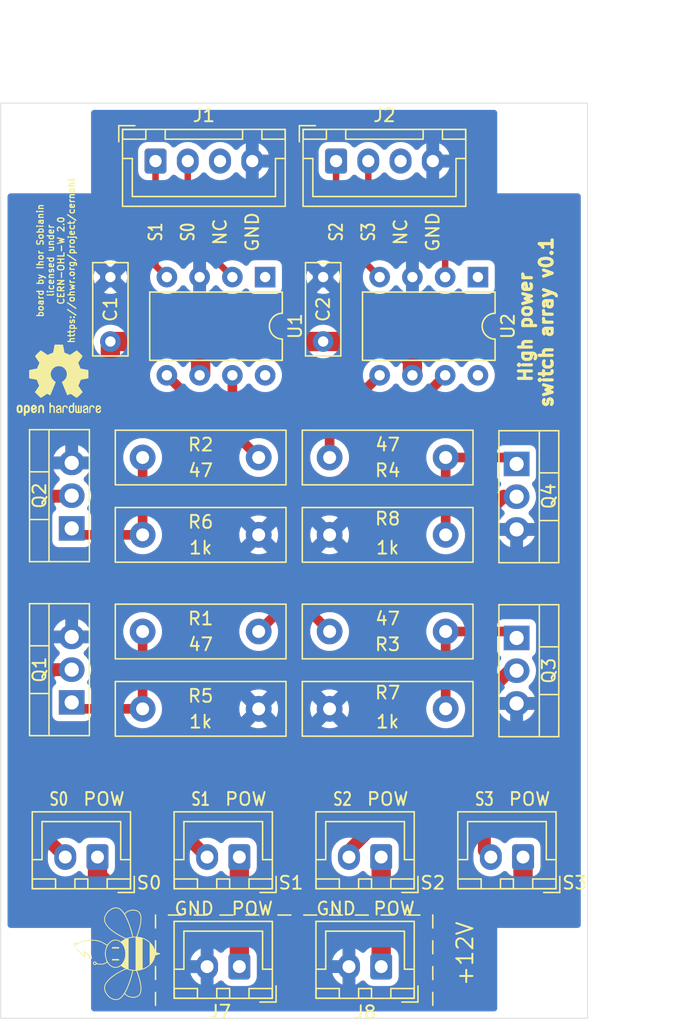
<source format=kicad_pcb>
(kicad_pcb (version 20171130) (host pcbnew "(5.1.10)-1")

  (general
    (thickness 1.6)
    (drawings 54)
    (tracks 95)
    (zones 0)
    (modules 30)
    (nets 25)
  )

  (page A4)
  (layers
    (0 F.Cu signal)
    (31 B.Cu signal)
    (32 B.Adhes user)
    (33 F.Adhes user)
    (34 B.Paste user)
    (35 F.Paste user)
    (36 B.SilkS user)
    (37 F.SilkS user)
    (38 B.Mask user)
    (39 F.Mask user)
    (40 Dwgs.User user)
    (41 Cmts.User user)
    (42 Eco1.User user)
    (43 Eco2.User user)
    (44 Edge.Cuts user)
    (45 Margin user)
    (46 B.CrtYd user)
    (47 F.CrtYd user)
    (48 B.Fab user)
    (49 F.Fab user hide)
  )

  (setup
    (last_trace_width 0.25)
    (user_trace_width 0.5)
    (user_trace_width 1)
    (trace_clearance 0.2)
    (zone_clearance 0.5)
    (zone_45_only no)
    (trace_min 0.2)
    (via_size 0.8)
    (via_drill 0.4)
    (via_min_size 0.4)
    (via_min_drill 0.3)
    (uvia_size 0.3)
    (uvia_drill 0.1)
    (uvias_allowed no)
    (uvia_min_size 0.2)
    (uvia_min_drill 0.1)
    (edge_width 0.05)
    (segment_width 0.2)
    (pcb_text_width 0.3)
    (pcb_text_size 1.5 1.5)
    (mod_edge_width 0.12)
    (mod_text_size 1 1)
    (mod_text_width 0.15)
    (pad_size 1.6 1.6)
    (pad_drill 0.8)
    (pad_to_mask_clearance 0)
    (aux_axis_origin 127.5 78.5)
    (visible_elements 7FFFFF7F)
    (pcbplotparams
      (layerselection 0x3ffff_ffffffff)
      (usegerberextensions false)
      (usegerberattributes false)
      (usegerberadvancedattributes false)
      (creategerberjobfile false)
      (excludeedgelayer true)
      (linewidth 0.100000)
      (plotframeref false)
      (viasonmask false)
      (mode 1)
      (useauxorigin false)
      (hpglpennumber 1)
      (hpglpenspeed 20)
      (hpglpendiameter 15.000000)
      (psnegative false)
      (psa4output false)
      (plotreference true)
      (plotvalue true)
      (plotinvisibletext false)
      (padsonsilk false)
      (subtractmaskfromsilk false)
      (outputformat 1)
      (mirror false)
      (drillshape 0)
      (scaleselection 1)
      (outputdirectory "gerber/"))
  )

  (net 0 "")
  (net 1 GND)
  (net 2 "Net-(J3-Pad2)")
  (net 3 +12V)
  (net 4 "Net-(J4-Pad2)")
  (net 5 "Net-(J5-Pad2)")
  (net 6 "Net-(J6-Pad2)")
  (net 7 OUT_1)
  (net 8 OUT_2)
  (net 9 OUT_3)
  (net 10 OUT_0)
  (net 11 "Net-(J2-Pad3)")
  (net 12 "Net-(J1-Pad3)")
  (net 13 "Net-(Q1-Pad1)")
  (net 14 "Net-(Q2-Pad1)")
  (net 15 "Net-(Q3-Pad1)")
  (net 16 "Net-(Q4-Pad1)")
  (net 17 "Net-(R1-Pad1)")
  (net 18 "Net-(R2-Pad1)")
  (net 19 "Net-(R3-Pad1)")
  (net 20 "Net-(R4-Pad1)")
  (net 21 IN_0)
  (net 22 IN_1)
  (net 23 IN_2)
  (net 24 IN_3)

  (net_class Default "This is the default net class."
    (clearance 0.2)
    (trace_width 0.25)
    (via_dia 0.8)
    (via_drill 0.4)
    (uvia_dia 0.3)
    (uvia_drill 0.1)
    (add_net +12V)
    (add_net GND)
    (add_net IN_0)
    (add_net IN_1)
    (add_net IN_2)
    (add_net IN_3)
    (add_net "Net-(J1-Pad3)")
    (add_net "Net-(J2-Pad3)")
    (add_net "Net-(J3-Pad2)")
    (add_net "Net-(J4-Pad2)")
    (add_net "Net-(J5-Pad2)")
    (add_net "Net-(J6-Pad2)")
    (add_net "Net-(Q1-Pad1)")
    (add_net "Net-(Q2-Pad1)")
    (add_net "Net-(Q3-Pad1)")
    (add_net "Net-(Q4-Pad1)")
    (add_net "Net-(R1-Pad1)")
    (add_net "Net-(R2-Pad1)")
    (add_net "Net-(R3-Pad1)")
    (add_net "Net-(R4-Pad1)")
    (add_net OUT_0)
    (add_net OUT_1)
    (add_net OUT_2)
    (add_net OUT_3)
  )

  (module Resistor_THT:R_Box_L13.0mm_W4.0mm_P9.00mm (layer F.Cu) (tedit 5AE5139B) (tstamp 5E23B4B3)
    (at 144 74.5 180)
    (descr "Resistor, Box series, Radial, pin pitch=9.00mm, 2W, length*width=13.0*4.0mm^2, http://www.produktinfo.conrad.com/datenblaetter/425000-449999/443860-da-01-de-METALLBAND_WIDERSTAND_0_1_OHM_5W_5Pr.pdf")
    (tags "Resistor Box series Radial pin pitch 9.00mm 2W length 13.0mm width 4.0mm")
    (path /5E23F4EA)
    (fp_text reference R1 (at 4.5 1 180) (layer F.SilkS)
      (effects (font (size 1 1) (thickness 0.15)))
    )
    (fp_text value 47 (at 4.5 -1) (layer F.SilkS)
      (effects (font (size 1 1) (thickness 0.15)))
    )
    (fp_line (start 11.25 -2.25) (end -2.25 -2.25) (layer F.CrtYd) (width 0.05))
    (fp_line (start 11.25 2.25) (end 11.25 -2.25) (layer F.CrtYd) (width 0.05))
    (fp_line (start -2.25 2.25) (end 11.25 2.25) (layer F.CrtYd) (width 0.05))
    (fp_line (start -2.25 -2.25) (end -2.25 2.25) (layer F.CrtYd) (width 0.05))
    (fp_line (start 11.12 -2.12) (end 11.12 2.12) (layer F.SilkS) (width 0.12))
    (fp_line (start -2.12 -2.12) (end -2.12 2.12) (layer F.SilkS) (width 0.12))
    (fp_line (start -2.12 2.12) (end 11.12 2.12) (layer F.SilkS) (width 0.12))
    (fp_line (start -2.12 -2.12) (end 11.12 -2.12) (layer F.SilkS) (width 0.12))
    (fp_line (start 11 -2) (end -2 -2) (layer F.Fab) (width 0.1))
    (fp_line (start 11 2) (end 11 -2) (layer F.Fab) (width 0.1))
    (fp_line (start -2 2) (end 11 2) (layer F.Fab) (width 0.1))
    (fp_line (start -2 -2) (end -2 2) (layer F.Fab) (width 0.1))
    (fp_text user %R (at 4.5 1) (layer F.Fab)
      (effects (font (size 1 1) (thickness 0.15)))
    )
    (pad 1 thru_hole circle (at 0 0 180) (size 2 2) (drill 1) (layers *.Cu *.Mask)
      (net 17 "Net-(R1-Pad1)"))
    (pad 2 thru_hole circle (at 9 0 180) (size 2 2) (drill 1) (layers *.Cu *.Mask)
      (net 13 "Net-(Q1-Pad1)"))
    (model ${KISYS3DMOD}/Resistor_THT.3dshapes/R_Box_L13.0mm_W4.0mm_P9.00mm.wrl
      (at (xyz 0 0 0))
      (scale (xyz 1 1 1))
      (rotate (xyz 0 0 0))
    )
  )

  (module Capacitor_THT:C_Disc_D7.0mm_W2.5mm_P5.00mm (layer F.Cu) (tedit 5AE50EF0) (tstamp 5FDDF0DA)
    (at 149 52 90)
    (descr "C, Disc series, Radial, pin pitch=5.00mm, , diameter*width=7*2.5mm^2, Capacitor, http://cdn-reichelt.de/documents/datenblatt/B300/DS_KERKO_TC.pdf")
    (tags "C Disc series Radial pin pitch 5.00mm  diameter 7mm width 2.5mm Capacitor")
    (path /5FDE1C48)
    (fp_text reference C2 (at 2.5 0 90) (layer F.SilkS)
      (effects (font (size 1 1) (thickness 0.15)))
    )
    (fp_text value 100nF (at 2.5 2.5 90) (layer F.Fab)
      (effects (font (size 1 1) (thickness 0.15)))
    )
    (fp_line (start 6.25 -1.5) (end -1.25 -1.5) (layer F.CrtYd) (width 0.05))
    (fp_line (start 6.25 1.5) (end 6.25 -1.5) (layer F.CrtYd) (width 0.05))
    (fp_line (start -1.25 1.5) (end 6.25 1.5) (layer F.CrtYd) (width 0.05))
    (fp_line (start -1.25 -1.5) (end -1.25 1.5) (layer F.CrtYd) (width 0.05))
    (fp_line (start 6.12 -1.37) (end 6.12 1.37) (layer F.SilkS) (width 0.12))
    (fp_line (start -1.12 -1.37) (end -1.12 1.37) (layer F.SilkS) (width 0.12))
    (fp_line (start -1.12 1.37) (end 6.12 1.37) (layer F.SilkS) (width 0.12))
    (fp_line (start -1.12 -1.37) (end 6.12 -1.37) (layer F.SilkS) (width 0.12))
    (fp_line (start 6 -1.25) (end -1 -1.25) (layer F.Fab) (width 0.1))
    (fp_line (start 6 1.25) (end 6 -1.25) (layer F.Fab) (width 0.1))
    (fp_line (start -1 1.25) (end 6 1.25) (layer F.Fab) (width 0.1))
    (fp_line (start -1 -1.25) (end -1 1.25) (layer F.Fab) (width 0.1))
    (fp_text user %R (at 2.5 0 90) (layer F.Fab)
      (effects (font (size 1 1) (thickness 0.15)))
    )
    (pad 2 thru_hole circle (at 5 0 90) (size 1.6 1.6) (drill 0.8) (layers *.Cu *.Mask)
      (net 1 GND))
    (pad 1 thru_hole circle (at 0 0 90) (size 1.6 1.6) (drill 0.8) (layers *.Cu *.Mask)
      (net 3 +12V))
    (model ${KISYS3DMOD}/Capacitor_THT.3dshapes/C_Disc_D7.0mm_W2.5mm_P5.00mm.wrl
      (at (xyz 0 0 0))
      (scale (xyz 1 1 1))
      (rotate (xyz 0 0 0))
    )
  )

  (module Resistor_THT:R_Box_L13.0mm_W4.0mm_P9.00mm (layer F.Cu) (tedit 5AE5139B) (tstamp 5FDDF45E)
    (at 149.5 67)
    (descr "Resistor, Box series, Radial, pin pitch=9.00mm, 2W, length*width=13.0*4.0mm^2, http://www.produktinfo.conrad.com/datenblaetter/425000-449999/443860-da-01-de-METALLBAND_WIDERSTAND_0_1_OHM_5W_5Pr.pdf")
    (tags "Resistor Box series Radial pin pitch 9.00mm 2W length 13.0mm width 4.0mm")
    (path /5FE7443D)
    (fp_text reference R8 (at 4.5 -1.25) (layer F.SilkS)
      (effects (font (size 1 1) (thickness 0.15)))
    )
    (fp_text value 1k (at 4.5 1) (layer F.SilkS)
      (effects (font (size 1 1) (thickness 0.15)))
    )
    (fp_line (start 11.25 -2.25) (end -2.25 -2.25) (layer F.CrtYd) (width 0.05))
    (fp_line (start 11.25 2.25) (end 11.25 -2.25) (layer F.CrtYd) (width 0.05))
    (fp_line (start -2.25 2.25) (end 11.25 2.25) (layer F.CrtYd) (width 0.05))
    (fp_line (start -2.25 -2.25) (end -2.25 2.25) (layer F.CrtYd) (width 0.05))
    (fp_line (start 11.12 -2.12) (end 11.12 2.12) (layer F.SilkS) (width 0.12))
    (fp_line (start -2.12 -2.12) (end -2.12 2.12) (layer F.SilkS) (width 0.12))
    (fp_line (start -2.12 2.12) (end 11.12 2.12) (layer F.SilkS) (width 0.12))
    (fp_line (start -2.12 -2.12) (end 11.12 -2.12) (layer F.SilkS) (width 0.12))
    (fp_line (start 11 -2) (end -2 -2) (layer F.Fab) (width 0.1))
    (fp_line (start 11 2) (end 11 -2) (layer F.Fab) (width 0.1))
    (fp_line (start -2 2) (end 11 2) (layer F.Fab) (width 0.1))
    (fp_line (start -2 -2) (end -2 2) (layer F.Fab) (width 0.1))
    (fp_text user %R (at 4.5 0) (layer F.Fab)
      (effects (font (size 1 1) (thickness 0.15)))
    )
    (pad 2 thru_hole circle (at 9 0) (size 2 2) (drill 1) (layers *.Cu *.Mask)
      (net 16 "Net-(Q4-Pad1)"))
    (pad 1 thru_hole circle (at 0 0) (size 2 2) (drill 1) (layers *.Cu *.Mask)
      (net 1 GND))
    (model ${KISYS3DMOD}/Resistor_THT.3dshapes/R_Box_L13.0mm_W4.0mm_P9.00mm.wrl
      (at (xyz 0 0 0))
      (scale (xyz 1 1 1))
      (rotate (xyz 0 0 0))
    )
  )

  (module Capacitor_THT:C_Disc_D7.0mm_W2.5mm_P5.00mm (layer F.Cu) (tedit 5AE50EF0) (tstamp 5FDDF0C7)
    (at 132.5 52 90)
    (descr "C, Disc series, Radial, pin pitch=5.00mm, , diameter*width=7*2.5mm^2, Capacitor, http://cdn-reichelt.de/documents/datenblatt/B300/DS_KERKO_TC.pdf")
    (tags "C Disc series Radial pin pitch 5.00mm  diameter 7mm width 2.5mm Capacitor")
    (path /5FDB496D)
    (fp_text reference C1 (at 2.5 0 90) (layer F.SilkS)
      (effects (font (size 1 1) (thickness 0.15)))
    )
    (fp_text value 100nF (at 2.5 2.5 90) (layer F.Fab)
      (effects (font (size 1 1) (thickness 0.15)))
    )
    (fp_line (start 6.25 -1.5) (end -1.25 -1.5) (layer F.CrtYd) (width 0.05))
    (fp_line (start 6.25 1.5) (end 6.25 -1.5) (layer F.CrtYd) (width 0.05))
    (fp_line (start -1.25 1.5) (end 6.25 1.5) (layer F.CrtYd) (width 0.05))
    (fp_line (start -1.25 -1.5) (end -1.25 1.5) (layer F.CrtYd) (width 0.05))
    (fp_line (start 6.12 -1.37) (end 6.12 1.37) (layer F.SilkS) (width 0.12))
    (fp_line (start -1.12 -1.37) (end -1.12 1.37) (layer F.SilkS) (width 0.12))
    (fp_line (start -1.12 1.37) (end 6.12 1.37) (layer F.SilkS) (width 0.12))
    (fp_line (start -1.12 -1.37) (end 6.12 -1.37) (layer F.SilkS) (width 0.12))
    (fp_line (start 6 -1.25) (end -1 -1.25) (layer F.Fab) (width 0.1))
    (fp_line (start 6 1.25) (end 6 -1.25) (layer F.Fab) (width 0.1))
    (fp_line (start -1 1.25) (end 6 1.25) (layer F.Fab) (width 0.1))
    (fp_line (start -1 -1.25) (end -1 1.25) (layer F.Fab) (width 0.1))
    (fp_text user %R (at 2.5 0 90) (layer F.Fab)
      (effects (font (size 1 1) (thickness 0.15)))
    )
    (pad 2 thru_hole circle (at 5 0 90) (size 1.6 1.6) (drill 0.8) (layers *.Cu *.Mask)
      (net 1 GND))
    (pad 1 thru_hole circle (at 0 0 90) (size 1.6 1.6) (drill 0.8) (layers *.Cu *.Mask)
      (net 3 +12V))
    (model ${KISYS3DMOD}/Capacitor_THT.3dshapes/C_Disc_D7.0mm_W2.5mm_P5.00mm.wrl
      (at (xyz 0 0 0))
      (scale (xyz 1 1 1))
      (rotate (xyz 0 0 0))
    )
  )

  (module Package_TO_SOT_THT:TO-220-3_Vertical (layer F.Cu) (tedit 5AC8BA0D) (tstamp 5FDDF3B0)
    (at 164 75 270)
    (descr "TO-220-3, Vertical, RM 2.54mm, see https://www.vishay.com/docs/66542/to-220-1.pdf")
    (tags "TO-220-3 Vertical RM 2.54mm")
    (path /5FD7C615)
    (fp_text reference Q3 (at 2.54 -2.5 90) (layer F.SilkS)
      (effects (font (size 1 1) (thickness 0.15)))
    )
    (fp_text value IRLZ44N (at 2.54 2.5 90) (layer F.Fab)
      (effects (font (size 1 1) (thickness 0.15)))
    )
    (fp_line (start 7.79 -3.4) (end -2.71 -3.4) (layer F.CrtYd) (width 0.05))
    (fp_line (start 7.79 1.51) (end 7.79 -3.4) (layer F.CrtYd) (width 0.05))
    (fp_line (start -2.71 1.51) (end 7.79 1.51) (layer F.CrtYd) (width 0.05))
    (fp_line (start -2.71 -3.4) (end -2.71 1.51) (layer F.CrtYd) (width 0.05))
    (fp_line (start 4.391 -3.27) (end 4.391 -1.76) (layer F.SilkS) (width 0.12))
    (fp_line (start 0.69 -3.27) (end 0.69 -1.76) (layer F.SilkS) (width 0.12))
    (fp_line (start -2.58 -1.76) (end 7.66 -1.76) (layer F.SilkS) (width 0.12))
    (fp_line (start 7.66 -3.27) (end 7.66 1.371) (layer F.SilkS) (width 0.12))
    (fp_line (start -2.58 -3.27) (end -2.58 1.371) (layer F.SilkS) (width 0.12))
    (fp_line (start -2.58 1.371) (end 7.66 1.371) (layer F.SilkS) (width 0.12))
    (fp_line (start -2.58 -3.27) (end 7.66 -3.27) (layer F.SilkS) (width 0.12))
    (fp_line (start 4.39 -3.15) (end 4.39 -1.88) (layer F.Fab) (width 0.1))
    (fp_line (start 0.69 -3.15) (end 0.69 -1.88) (layer F.Fab) (width 0.1))
    (fp_line (start -2.46 -1.88) (end 7.54 -1.88) (layer F.Fab) (width 0.1))
    (fp_line (start 7.54 -3.15) (end -2.46 -3.15) (layer F.Fab) (width 0.1))
    (fp_line (start 7.54 1.25) (end 7.54 -3.15) (layer F.Fab) (width 0.1))
    (fp_line (start -2.46 1.25) (end 7.54 1.25) (layer F.Fab) (width 0.1))
    (fp_line (start -2.46 -3.15) (end -2.46 1.25) (layer F.Fab) (width 0.1))
    (fp_text user %R (at 2.54 -4.27 90) (layer F.Fab)
      (effects (font (size 1 1) (thickness 0.15)))
    )
    (pad 3 thru_hole oval (at 5.08 0 270) (size 1.905 2) (drill 1.1) (layers *.Cu *.Mask)
      (net 1 GND))
    (pad 2 thru_hole oval (at 2.54 0 270) (size 1.905 2) (drill 1.1) (layers *.Cu *.Mask)
      (net 6 "Net-(J6-Pad2)"))
    (pad 1 thru_hole rect (at 0 0 270) (size 1.905 2) (drill 1.1) (layers *.Cu *.Mask)
      (net 15 "Net-(Q3-Pad1)"))
    (model ${KISYS3DMOD}/Package_TO_SOT_THT.3dshapes/TO-220-3_Vertical.wrl
      (at (xyz 0 0 0))
      (scale (xyz 1 1 1))
      (rotate (xyz 0 0 0))
    )
  )

  (module Resistor_THT:R_Box_L13.0mm_W4.0mm_P9.00mm (layer F.Cu) (tedit 5AE5139B) (tstamp 5FDDF438)
    (at 144 67 180)
    (descr "Resistor, Box series, Radial, pin pitch=9.00mm, 2W, length*width=13.0*4.0mm^2, http://www.produktinfo.conrad.com/datenblaetter/425000-449999/443860-da-01-de-METALLBAND_WIDERSTAND_0_1_OHM_5W_5Pr.pdf")
    (tags "Resistor Box series Radial pin pitch 9.00mm 2W length 13.0mm width 4.0mm")
    (path /5FE47E10)
    (fp_text reference R6 (at 4.5 1) (layer F.SilkS)
      (effects (font (size 1 1) (thickness 0.15)))
    )
    (fp_text value 1k (at 4.5 -1) (layer F.SilkS)
      (effects (font (size 1 1) (thickness 0.15)))
    )
    (fp_line (start 11.25 -2.25) (end -2.25 -2.25) (layer F.CrtYd) (width 0.05))
    (fp_line (start 11.25 2.25) (end 11.25 -2.25) (layer F.CrtYd) (width 0.05))
    (fp_line (start -2.25 2.25) (end 11.25 2.25) (layer F.CrtYd) (width 0.05))
    (fp_line (start -2.25 -2.25) (end -2.25 2.25) (layer F.CrtYd) (width 0.05))
    (fp_line (start 11.12 -2.12) (end 11.12 2.12) (layer F.SilkS) (width 0.12))
    (fp_line (start -2.12 -2.12) (end -2.12 2.12) (layer F.SilkS) (width 0.12))
    (fp_line (start -2.12 2.12) (end 11.12 2.12) (layer F.SilkS) (width 0.12))
    (fp_line (start -2.12 -2.12) (end 11.12 -2.12) (layer F.SilkS) (width 0.12))
    (fp_line (start 11 -2) (end -2 -2) (layer F.Fab) (width 0.1))
    (fp_line (start 11 2) (end 11 -2) (layer F.Fab) (width 0.1))
    (fp_line (start -2 2) (end 11 2) (layer F.Fab) (width 0.1))
    (fp_line (start -2 -2) (end -2 2) (layer F.Fab) (width 0.1))
    (fp_text user %R (at 4.5 0) (layer F.Fab)
      (effects (font (size 1 1) (thickness 0.15)))
    )
    (pad 2 thru_hole circle (at 9 0 180) (size 2 2) (drill 1) (layers *.Cu *.Mask)
      (net 14 "Net-(Q2-Pad1)"))
    (pad 1 thru_hole circle (at 0 0 180) (size 2 2) (drill 1) (layers *.Cu *.Mask)
      (net 1 GND))
    (model ${KISYS3DMOD}/Resistor_THT.3dshapes/R_Box_L13.0mm_W4.0mm_P9.00mm.wrl
      (at (xyz 0 0 0))
      (scale (xyz 1 1 1))
      (rotate (xyz 0 0 0))
    )
  )

  (module Resistor_THT:R_Box_L13.0mm_W4.0mm_P9.00mm (layer F.Cu) (tedit 5AE5139B) (tstamp 5FDDF44B)
    (at 149.5 80.5)
    (descr "Resistor, Box series, Radial, pin pitch=9.00mm, 2W, length*width=13.0*4.0mm^2, http://www.produktinfo.conrad.com/datenblaetter/425000-449999/443860-da-01-de-METALLBAND_WIDERSTAND_0_1_OHM_5W_5Pr.pdf")
    (tags "Resistor Box series Radial pin pitch 9.00mm 2W length 13.0mm width 4.0mm")
    (path /5FE7F9C3)
    (fp_text reference R7 (at 4.5 -1.25) (layer F.SilkS)
      (effects (font (size 1 1) (thickness 0.15)))
    )
    (fp_text value 1k (at 4.5 1) (layer F.SilkS)
      (effects (font (size 1 1) (thickness 0.15)))
    )
    (fp_line (start 11.25 -2.25) (end -2.25 -2.25) (layer F.CrtYd) (width 0.05))
    (fp_line (start 11.25 2.25) (end 11.25 -2.25) (layer F.CrtYd) (width 0.05))
    (fp_line (start -2.25 2.25) (end 11.25 2.25) (layer F.CrtYd) (width 0.05))
    (fp_line (start -2.25 -2.25) (end -2.25 2.25) (layer F.CrtYd) (width 0.05))
    (fp_line (start 11.12 -2.12) (end 11.12 2.12) (layer F.SilkS) (width 0.12))
    (fp_line (start -2.12 -2.12) (end -2.12 2.12) (layer F.SilkS) (width 0.12))
    (fp_line (start -2.12 2.12) (end 11.12 2.12) (layer F.SilkS) (width 0.12))
    (fp_line (start -2.12 -2.12) (end 11.12 -2.12) (layer F.SilkS) (width 0.12))
    (fp_line (start 11 -2) (end -2 -2) (layer F.Fab) (width 0.1))
    (fp_line (start 11 2) (end 11 -2) (layer F.Fab) (width 0.1))
    (fp_line (start -2 2) (end 11 2) (layer F.Fab) (width 0.1))
    (fp_line (start -2 -2) (end -2 2) (layer F.Fab) (width 0.1))
    (fp_text user %R (at 4.5 0) (layer F.Fab)
      (effects (font (size 1 1) (thickness 0.15)))
    )
    (pad 2 thru_hole circle (at 9 0) (size 2 2) (drill 1) (layers *.Cu *.Mask)
      (net 15 "Net-(Q3-Pad1)"))
    (pad 1 thru_hole circle (at 0 0) (size 2 2) (drill 1) (layers *.Cu *.Mask)
      (net 1 GND))
    (model ${KISYS3DMOD}/Resistor_THT.3dshapes/R_Box_L13.0mm_W4.0mm_P9.00mm.wrl
      (at (xyz 0 0 0))
      (scale (xyz 1 1 1))
      (rotate (xyz 0 0 0))
    )
  )

  (module Resistor_THT:R_Box_L13.0mm_W4.0mm_P9.00mm (layer F.Cu) (tedit 5AE5139B) (tstamp 5FDDF425)
    (at 144 80.5 180)
    (descr "Resistor, Box series, Radial, pin pitch=9.00mm, 2W, length*width=13.0*4.0mm^2, http://www.produktinfo.conrad.com/datenblaetter/425000-449999/443860-da-01-de-METALLBAND_WIDERSTAND_0_1_OHM_5W_5Pr.pdf")
    (tags "Resistor Box series Radial pin pitch 9.00mm 2W length 13.0mm width 4.0mm")
    (path /5FE28E5A)
    (fp_text reference R5 (at 4.5 1) (layer F.SilkS)
      (effects (font (size 1 1) (thickness 0.15)))
    )
    (fp_text value 1k (at 4.5 -1) (layer F.SilkS)
      (effects (font (size 1 1) (thickness 0.15)))
    )
    (fp_line (start 11.25 -2.25) (end -2.25 -2.25) (layer F.CrtYd) (width 0.05))
    (fp_line (start 11.25 2.25) (end 11.25 -2.25) (layer F.CrtYd) (width 0.05))
    (fp_line (start -2.25 2.25) (end 11.25 2.25) (layer F.CrtYd) (width 0.05))
    (fp_line (start -2.25 -2.25) (end -2.25 2.25) (layer F.CrtYd) (width 0.05))
    (fp_line (start 11.12 -2.12) (end 11.12 2.12) (layer F.SilkS) (width 0.12))
    (fp_line (start -2.12 -2.12) (end -2.12 2.12) (layer F.SilkS) (width 0.12))
    (fp_line (start -2.12 2.12) (end 11.12 2.12) (layer F.SilkS) (width 0.12))
    (fp_line (start -2.12 -2.12) (end 11.12 -2.12) (layer F.SilkS) (width 0.12))
    (fp_line (start 11 -2) (end -2 -2) (layer F.Fab) (width 0.1))
    (fp_line (start 11 2) (end 11 -2) (layer F.Fab) (width 0.1))
    (fp_line (start -2 2) (end 11 2) (layer F.Fab) (width 0.1))
    (fp_line (start -2 -2) (end -2 2) (layer F.Fab) (width 0.1))
    (fp_text user %R (at 4.5 0) (layer F.Fab)
      (effects (font (size 1 1) (thickness 0.15)))
    )
    (pad 2 thru_hole circle (at 9 0 180) (size 2 2) (drill 1) (layers *.Cu *.Mask)
      (net 13 "Net-(Q1-Pad1)"))
    (pad 1 thru_hole circle (at 0 0 180) (size 2 2) (drill 1) (layers *.Cu *.Mask)
      (net 1 GND))
    (model ${KISYS3DMOD}/Resistor_THT.3dshapes/R_Box_L13.0mm_W4.0mm_P9.00mm.wrl
      (at (xyz 0 0 0))
      (scale (xyz 1 1 1))
      (rotate (xyz 0 0 0))
    )
  )

  (module Package_TO_SOT_THT:TO-220-3_Vertical (layer F.Cu) (tedit 5AC8BA0D) (tstamp 5FDDF3CA)
    (at 164 61.5 270)
    (descr "TO-220-3, Vertical, RM 2.54mm, see https://www.vishay.com/docs/66542/to-220-1.pdf")
    (tags "TO-220-3 Vertical RM 2.54mm")
    (path /5FD86FEA)
    (fp_text reference Q4 (at 2.5 -2.5 90) (layer F.SilkS)
      (effects (font (size 1 1) (thickness 0.15)))
    )
    (fp_text value IRLZ44N (at 2.54 2.5 90) (layer F.Fab)
      (effects (font (size 1 1) (thickness 0.15)))
    )
    (fp_line (start 7.79 -3.4) (end -2.71 -3.4) (layer F.CrtYd) (width 0.05))
    (fp_line (start 7.79 1.51) (end 7.79 -3.4) (layer F.CrtYd) (width 0.05))
    (fp_line (start -2.71 1.51) (end 7.79 1.51) (layer F.CrtYd) (width 0.05))
    (fp_line (start -2.71 -3.4) (end -2.71 1.51) (layer F.CrtYd) (width 0.05))
    (fp_line (start 4.391 -3.27) (end 4.391 -1.76) (layer F.SilkS) (width 0.12))
    (fp_line (start 0.69 -3.27) (end 0.69 -1.76) (layer F.SilkS) (width 0.12))
    (fp_line (start -2.58 -1.76) (end 7.66 -1.76) (layer F.SilkS) (width 0.12))
    (fp_line (start 7.66 -3.27) (end 7.66 1.371) (layer F.SilkS) (width 0.12))
    (fp_line (start -2.58 -3.27) (end -2.58 1.371) (layer F.SilkS) (width 0.12))
    (fp_line (start -2.58 1.371) (end 7.66 1.371) (layer F.SilkS) (width 0.12))
    (fp_line (start -2.58 -3.27) (end 7.66 -3.27) (layer F.SilkS) (width 0.12))
    (fp_line (start 4.39 -3.15) (end 4.39 -1.88) (layer F.Fab) (width 0.1))
    (fp_line (start 0.69 -3.15) (end 0.69 -1.88) (layer F.Fab) (width 0.1))
    (fp_line (start -2.46 -1.88) (end 7.54 -1.88) (layer F.Fab) (width 0.1))
    (fp_line (start 7.54 -3.15) (end -2.46 -3.15) (layer F.Fab) (width 0.1))
    (fp_line (start 7.54 1.25) (end 7.54 -3.15) (layer F.Fab) (width 0.1))
    (fp_line (start -2.46 1.25) (end 7.54 1.25) (layer F.Fab) (width 0.1))
    (fp_line (start -2.46 -3.15) (end -2.46 1.25) (layer F.Fab) (width 0.1))
    (fp_text user %R (at 2.54 -4.27 90) (layer F.Fab)
      (effects (font (size 1 1) (thickness 0.15)))
    )
    (pad 3 thru_hole oval (at 5.08 0 270) (size 1.905 2) (drill 1.1) (layers *.Cu *.Mask)
      (net 1 GND))
    (pad 2 thru_hole oval (at 2.54 0 270) (size 1.905 2) (drill 1.1) (layers *.Cu *.Mask)
      (net 5 "Net-(J5-Pad2)"))
    (pad 1 thru_hole rect (at 0 0 270) (size 1.905 2) (drill 1.1) (layers *.Cu *.Mask)
      (net 16 "Net-(Q4-Pad1)"))
    (model ${KISYS3DMOD}/Package_TO_SOT_THT.3dshapes/TO-220-3_Vertical.wrl
      (at (xyz 0 0 0))
      (scale (xyz 1 1 1))
      (rotate (xyz 0 0 0))
    )
  )

  (module Package_TO_SOT_THT:TO-220-3_Vertical (layer F.Cu) (tedit 5AC8BA0D) (tstamp 5FDDF396)
    (at 129.5 66.5 90)
    (descr "TO-220-3, Vertical, RM 2.54mm, see https://www.vishay.com/docs/66542/to-220-1.pdf")
    (tags "TO-220-3 Vertical RM 2.54mm")
    (path /5FD796AA)
    (fp_text reference Q2 (at 2.54 -2.5 90) (layer F.SilkS)
      (effects (font (size 1 1) (thickness 0.15)))
    )
    (fp_text value IRLZ44N (at 2.54 2.5 90) (layer F.Fab)
      (effects (font (size 1 1) (thickness 0.15)))
    )
    (fp_line (start 7.79 -3.4) (end -2.71 -3.4) (layer F.CrtYd) (width 0.05))
    (fp_line (start 7.79 1.51) (end 7.79 -3.4) (layer F.CrtYd) (width 0.05))
    (fp_line (start -2.71 1.51) (end 7.79 1.51) (layer F.CrtYd) (width 0.05))
    (fp_line (start -2.71 -3.4) (end -2.71 1.51) (layer F.CrtYd) (width 0.05))
    (fp_line (start 4.391 -3.27) (end 4.391 -1.76) (layer F.SilkS) (width 0.12))
    (fp_line (start 0.69 -3.27) (end 0.69 -1.76) (layer F.SilkS) (width 0.12))
    (fp_line (start -2.58 -1.76) (end 7.66 -1.76) (layer F.SilkS) (width 0.12))
    (fp_line (start 7.66 -3.27) (end 7.66 1.371) (layer F.SilkS) (width 0.12))
    (fp_line (start -2.58 -3.27) (end -2.58 1.371) (layer F.SilkS) (width 0.12))
    (fp_line (start -2.58 1.371) (end 7.66 1.371) (layer F.SilkS) (width 0.12))
    (fp_line (start -2.58 -3.27) (end 7.66 -3.27) (layer F.SilkS) (width 0.12))
    (fp_line (start 4.39 -3.15) (end 4.39 -1.88) (layer F.Fab) (width 0.1))
    (fp_line (start 0.69 -3.15) (end 0.69 -1.88) (layer F.Fab) (width 0.1))
    (fp_line (start -2.46 -1.88) (end 7.54 -1.88) (layer F.Fab) (width 0.1))
    (fp_line (start 7.54 -3.15) (end -2.46 -3.15) (layer F.Fab) (width 0.1))
    (fp_line (start 7.54 1.25) (end 7.54 -3.15) (layer F.Fab) (width 0.1))
    (fp_line (start -2.46 1.25) (end 7.54 1.25) (layer F.Fab) (width 0.1))
    (fp_line (start -2.46 -3.15) (end -2.46 1.25) (layer F.Fab) (width 0.1))
    (fp_text user %R (at 2.54 -4.27 90) (layer F.Fab)
      (effects (font (size 1 1) (thickness 0.15)))
    )
    (pad 3 thru_hole oval (at 5.08 0 90) (size 1.905 2) (drill 1.1) (layers *.Cu *.Mask)
      (net 1 GND))
    (pad 2 thru_hole oval (at 2.54 0 90) (size 1.905 2) (drill 1.1) (layers *.Cu *.Mask)
      (net 4 "Net-(J4-Pad2)"))
    (pad 1 thru_hole rect (at 0 0 90) (size 1.905 2) (drill 1.1) (layers *.Cu *.Mask)
      (net 14 "Net-(Q2-Pad1)"))
    (model ${KISYS3DMOD}/Package_TO_SOT_THT.3dshapes/TO-220-3_Vertical.wrl
      (at (xyz 0 0 0))
      (scale (xyz 1 1 1))
      (rotate (xyz 0 0 0))
    )
  )

  (module Package_TO_SOT_THT:TO-220-3_Vertical (layer F.Cu) (tedit 5AC8BA0D) (tstamp 5FDDF37C)
    (at 129.5 80 90)
    (descr "TO-220-3, Vertical, RM 2.54mm, see https://www.vishay.com/docs/66542/to-220-1.pdf")
    (tags "TO-220-3 Vertical RM 2.54mm")
    (path /5FD77D4F)
    (fp_text reference Q1 (at 2.54 -2.5 90) (layer F.SilkS)
      (effects (font (size 1 1) (thickness 0.15)))
    )
    (fp_text value IRLZ44N (at 2.54 2.5 90) (layer F.Fab)
      (effects (font (size 1 1) (thickness 0.15)))
    )
    (fp_line (start 7.79 -3.4) (end -2.71 -3.4) (layer F.CrtYd) (width 0.05))
    (fp_line (start 7.79 1.51) (end 7.79 -3.4) (layer F.CrtYd) (width 0.05))
    (fp_line (start -2.71 1.51) (end 7.79 1.51) (layer F.CrtYd) (width 0.05))
    (fp_line (start -2.71 -3.4) (end -2.71 1.51) (layer F.CrtYd) (width 0.05))
    (fp_line (start 4.391 -3.27) (end 4.391 -1.76) (layer F.SilkS) (width 0.12))
    (fp_line (start 0.69 -3.27) (end 0.69 -1.76) (layer F.SilkS) (width 0.12))
    (fp_line (start -2.58 -1.76) (end 7.66 -1.76) (layer F.SilkS) (width 0.12))
    (fp_line (start 7.66 -3.27) (end 7.66 1.371) (layer F.SilkS) (width 0.12))
    (fp_line (start -2.58 -3.27) (end -2.58 1.371) (layer F.SilkS) (width 0.12))
    (fp_line (start -2.58 1.371) (end 7.66 1.371) (layer F.SilkS) (width 0.12))
    (fp_line (start -2.58 -3.27) (end 7.66 -3.27) (layer F.SilkS) (width 0.12))
    (fp_line (start 4.39 -3.15) (end 4.39 -1.88) (layer F.Fab) (width 0.1))
    (fp_line (start 0.69 -3.15) (end 0.69 -1.88) (layer F.Fab) (width 0.1))
    (fp_line (start -2.46 -1.88) (end 7.54 -1.88) (layer F.Fab) (width 0.1))
    (fp_line (start 7.54 -3.15) (end -2.46 -3.15) (layer F.Fab) (width 0.1))
    (fp_line (start 7.54 1.25) (end 7.54 -3.15) (layer F.Fab) (width 0.1))
    (fp_line (start -2.46 1.25) (end 7.54 1.25) (layer F.Fab) (width 0.1))
    (fp_line (start -2.46 -3.15) (end -2.46 1.25) (layer F.Fab) (width 0.1))
    (fp_text user %R (at 2.54 -4.27 90) (layer F.Fab)
      (effects (font (size 1 1) (thickness 0.15)))
    )
    (pad 3 thru_hole oval (at 5.08 0 90) (size 1.905 2) (drill 1.1) (layers *.Cu *.Mask)
      (net 1 GND))
    (pad 2 thru_hole oval (at 2.54 0 90) (size 1.905 2) (drill 1.1) (layers *.Cu *.Mask)
      (net 2 "Net-(J3-Pad2)"))
    (pad 1 thru_hole rect (at 0 0 90) (size 1.905 2) (drill 1.1) (layers *.Cu *.Mask)
      (net 13 "Net-(Q1-Pad1)"))
    (model ${KISYS3DMOD}/Package_TO_SOT_THT.3dshapes/TO-220-3_Vertical.wrl
      (at (xyz 0 0 0))
      (scale (xyz 1 1 1))
      (rotate (xyz 0 0 0))
    )
  )

  (module Package_DIP:DIP-8_W7.62mm (layer F.Cu) (tedit 5FDE01D1) (tstamp 5FDDF47A)
    (at 144.5 47 270)
    (descr "8-lead though-hole mounted DIP package, row spacing 7.62 mm (300 mils)")
    (tags "THT DIP DIL PDIP 2.54mm 7.62mm 300mil")
    (path /5FD888C5)
    (fp_text reference U1 (at 3.81 -2.33 90) (layer F.SilkS)
      (effects (font (size 1 1) (thickness 0.15)))
    )
    (fp_text value TC4427CPA (at 3.81 9.95 90) (layer F.Fab)
      (effects (font (size 1 1) (thickness 0.15)))
    )
    (fp_line (start 8.7 -1.55) (end -1.1 -1.55) (layer F.CrtYd) (width 0.05))
    (fp_line (start 8.7 9.15) (end 8.7 -1.55) (layer F.CrtYd) (width 0.05))
    (fp_line (start -1.1 9.15) (end 8.7 9.15) (layer F.CrtYd) (width 0.05))
    (fp_line (start -1.1 -1.55) (end -1.1 9.15) (layer F.CrtYd) (width 0.05))
    (fp_line (start 6.46 -1.33) (end 4.81 -1.33) (layer F.SilkS) (width 0.12))
    (fp_line (start 6.46 8.95) (end 6.46 -1.33) (layer F.SilkS) (width 0.12))
    (fp_line (start 1.16 8.95) (end 6.46 8.95) (layer F.SilkS) (width 0.12))
    (fp_line (start 1.16 -1.33) (end 1.16 8.95) (layer F.SilkS) (width 0.12))
    (fp_line (start 2.81 -1.33) (end 1.16 -1.33) (layer F.SilkS) (width 0.12))
    (fp_line (start 0.635 -0.27) (end 1.635 -1.27) (layer F.Fab) (width 0.1))
    (fp_line (start 0.635 8.89) (end 0.635 -0.27) (layer F.Fab) (width 0.1))
    (fp_line (start 6.985 8.89) (end 0.635 8.89) (layer F.Fab) (width 0.1))
    (fp_line (start 6.985 -1.27) (end 6.985 8.89) (layer F.Fab) (width 0.1))
    (fp_line (start 1.635 -1.27) (end 6.985 -1.27) (layer F.Fab) (width 0.1))
    (fp_text user %R (at 3.81 3.81 90) (layer F.Fab)
      (effects (font (size 1 1) (thickness 0.15)))
    )
    (fp_arc (start 3.81 -1.33) (end 2.81 -1.33) (angle -180) (layer F.SilkS) (width 0.12))
    (pad 8 thru_hole oval (at 7.62 0 270) (size 1.6 1.6) (drill 0.8) (layers *.Cu *.Mask))
    (pad 4 thru_hole oval (at 0 7.62 270) (size 1.6 1.6) (drill 0.8) (layers *.Cu *.Mask)
      (net 7 OUT_1))
    (pad 7 thru_hole oval (at 7.62 2.54 270) (size 1.6 1.6) (drill 0.8) (layers *.Cu *.Mask)
      (net 18 "Net-(R2-Pad1)"))
    (pad 3 thru_hole oval (at 0 5.08 270) (size 1.6 1.6) (drill 0.8) (layers *.Cu *.Mask)
      (net 1 GND))
    (pad 6 thru_hole oval (at 7.62 5.08 270) (size 1.6 1.6) (drill 0.8) (layers *.Cu *.Mask)
      (net 3 +12V))
    (pad 2 thru_hole oval (at 0 2.54 270) (size 1.6 1.6) (drill 0.8) (layers *.Cu *.Mask)
      (net 10 OUT_0))
    (pad 5 thru_hole oval (at 7.62 7.62 270) (size 1.6 1.6) (drill 0.8) (layers *.Cu *.Mask)
      (net 17 "Net-(R1-Pad1)"))
    (pad 1 thru_hole rect (at 0 0 270) (size 1.6 1.6) (drill 0.8) (layers *.Cu *.Mask))
    (model ${KISYS3DMOD}/Package_DIP.3dshapes/DIP-8_W7.62mm.wrl
      (at (xyz 0 0 0))
      (scale (xyz 1 1 1))
      (rotate (xyz 0 0 0))
    )
  )

  (module Package_DIP:DIP-8_W7.62mm (layer F.Cu) (tedit 5FDE01CA) (tstamp 5FDDF496)
    (at 161 47 270)
    (descr "8-lead though-hole mounted DIP package, row spacing 7.62 mm (300 mils)")
    (tags "THT DIP DIL PDIP 2.54mm 7.62mm 300mil")
    (path /5FDE1C30)
    (fp_text reference U2 (at 3.81 -2.33 90) (layer F.SilkS)
      (effects (font (size 1 1) (thickness 0.15)))
    )
    (fp_text value TC4427CPA (at 3.81 9.95 90) (layer F.Fab)
      (effects (font (size 1 1) (thickness 0.15)))
    )
    (fp_line (start 8.7 -1.55) (end -1.1 -1.55) (layer F.CrtYd) (width 0.05))
    (fp_line (start 8.7 9.15) (end 8.7 -1.55) (layer F.CrtYd) (width 0.05))
    (fp_line (start -1.1 9.15) (end 8.7 9.15) (layer F.CrtYd) (width 0.05))
    (fp_line (start -1.1 -1.55) (end -1.1 9.15) (layer F.CrtYd) (width 0.05))
    (fp_line (start 6.46 -1.33) (end 4.81 -1.33) (layer F.SilkS) (width 0.12))
    (fp_line (start 6.46 8.95) (end 6.46 -1.33) (layer F.SilkS) (width 0.12))
    (fp_line (start 1.16 8.95) (end 6.46 8.95) (layer F.SilkS) (width 0.12))
    (fp_line (start 1.16 -1.33) (end 1.16 8.95) (layer F.SilkS) (width 0.12))
    (fp_line (start 2.81 -1.33) (end 1.16 -1.33) (layer F.SilkS) (width 0.12))
    (fp_line (start 0.635 -0.27) (end 1.635 -1.27) (layer F.Fab) (width 0.1))
    (fp_line (start 0.635 8.89) (end 0.635 -0.27) (layer F.Fab) (width 0.1))
    (fp_line (start 6.985 8.89) (end 0.635 8.89) (layer F.Fab) (width 0.1))
    (fp_line (start 6.985 -1.27) (end 6.985 8.89) (layer F.Fab) (width 0.1))
    (fp_line (start 1.635 -1.27) (end 6.985 -1.27) (layer F.Fab) (width 0.1))
    (fp_text user %R (at 3.81 3.81 90) (layer F.Fab)
      (effects (font (size 1 1) (thickness 0.15)))
    )
    (fp_arc (start 3.81 -1.33) (end 2.81 -1.33) (angle -180) (layer F.SilkS) (width 0.12))
    (pad 8 thru_hole oval (at 7.62 0 270) (size 1.6 1.6) (drill 0.8) (layers *.Cu *.Mask))
    (pad 4 thru_hole oval (at 0 7.62 270) (size 1.6 1.6) (drill 0.8) (layers *.Cu *.Mask)
      (net 9 OUT_3))
    (pad 7 thru_hole oval (at 7.62 2.54 270) (size 1.6 1.6) (drill 0.8) (layers *.Cu *.Mask)
      (net 19 "Net-(R3-Pad1)"))
    (pad 3 thru_hole oval (at 0 5.08 270) (size 1.6 1.6) (drill 0.8) (layers *.Cu *.Mask)
      (net 1 GND))
    (pad 6 thru_hole oval (at 7.62 5.08 270) (size 1.6 1.6) (drill 0.8) (layers *.Cu *.Mask)
      (net 3 +12V))
    (pad 2 thru_hole oval (at 0 2.54 270) (size 1.6 1.6) (drill 0.8) (layers *.Cu *.Mask)
      (net 8 OUT_2))
    (pad 5 thru_hole oval (at 7.62 7.62 270) (size 1.6 1.6) (drill 0.8) (layers *.Cu *.Mask)
      (net 20 "Net-(R4-Pad1)"))
    (pad 1 thru_hole rect (at 0 0 270) (size 1.6 1.6) (drill 0.8) (layers *.Cu *.Mask))
    (model ${KISYS3DMOD}/Package_DIP.3dshapes/DIP-8_W7.62mm.wrl
      (at (xyz 0 0 0))
      (scale (xyz 1 1 1))
      (rotate (xyz 0 0 0))
    )
  )

  (module Connector_JST:JST_XH_B2B-XH-A_1x02_P2.50mm_Vertical (layer F.Cu) (tedit 5C28146C) (tstamp 5FD24BBE)
    (at 153.5 100.5 180)
    (descr "JST XH series connector, B2B-XH-A (http://www.jst-mfg.com/product/pdf/eng/eXH.pdf), generated with kicad-footprint-generator")
    (tags "connector JST XH vertical")
    (path /5FD25C64)
    (fp_text reference J8 (at 1.25 -3.55) (layer F.SilkS)
      (effects (font (size 1 1) (thickness 0.15)))
    )
    (fp_text value Conn_01x02 (at 1.25 4.6) (layer F.Fab)
      (effects (font (size 1 1) (thickness 0.15)))
    )
    (fp_line (start -2.85 -2.75) (end -2.85 -1.5) (layer F.SilkS) (width 0.12))
    (fp_line (start -1.6 -2.75) (end -2.85 -2.75) (layer F.SilkS) (width 0.12))
    (fp_line (start 4.3 2.75) (end 1.25 2.75) (layer F.SilkS) (width 0.12))
    (fp_line (start 4.3 -0.2) (end 4.3 2.75) (layer F.SilkS) (width 0.12))
    (fp_line (start 5.05 -0.2) (end 4.3 -0.2) (layer F.SilkS) (width 0.12))
    (fp_line (start -1.8 2.75) (end 1.25 2.75) (layer F.SilkS) (width 0.12))
    (fp_line (start -1.8 -0.2) (end -1.8 2.75) (layer F.SilkS) (width 0.12))
    (fp_line (start -2.55 -0.2) (end -1.8 -0.2) (layer F.SilkS) (width 0.12))
    (fp_line (start 5.05 -2.45) (end 3.25 -2.45) (layer F.SilkS) (width 0.12))
    (fp_line (start 5.05 -1.7) (end 5.05 -2.45) (layer F.SilkS) (width 0.12))
    (fp_line (start 3.25 -1.7) (end 5.05 -1.7) (layer F.SilkS) (width 0.12))
    (fp_line (start 3.25 -2.45) (end 3.25 -1.7) (layer F.SilkS) (width 0.12))
    (fp_line (start -0.75 -2.45) (end -2.55 -2.45) (layer F.SilkS) (width 0.12))
    (fp_line (start -0.75 -1.7) (end -0.75 -2.45) (layer F.SilkS) (width 0.12))
    (fp_line (start -2.55 -1.7) (end -0.75 -1.7) (layer F.SilkS) (width 0.12))
    (fp_line (start -2.55 -2.45) (end -2.55 -1.7) (layer F.SilkS) (width 0.12))
    (fp_line (start 1.75 -2.45) (end 0.75 -2.45) (layer F.SilkS) (width 0.12))
    (fp_line (start 1.75 -1.7) (end 1.75 -2.45) (layer F.SilkS) (width 0.12))
    (fp_line (start 0.75 -1.7) (end 1.75 -1.7) (layer F.SilkS) (width 0.12))
    (fp_line (start 0.75 -2.45) (end 0.75 -1.7) (layer F.SilkS) (width 0.12))
    (fp_line (start 0 -1.35) (end 0.625 -2.35) (layer F.Fab) (width 0.1))
    (fp_line (start -0.625 -2.35) (end 0 -1.35) (layer F.Fab) (width 0.1))
    (fp_line (start 5.45 -2.85) (end -2.95 -2.85) (layer F.CrtYd) (width 0.05))
    (fp_line (start 5.45 3.9) (end 5.45 -2.85) (layer F.CrtYd) (width 0.05))
    (fp_line (start -2.95 3.9) (end 5.45 3.9) (layer F.CrtYd) (width 0.05))
    (fp_line (start -2.95 -2.85) (end -2.95 3.9) (layer F.CrtYd) (width 0.05))
    (fp_line (start 5.06 -2.46) (end -2.56 -2.46) (layer F.SilkS) (width 0.12))
    (fp_line (start 5.06 3.51) (end 5.06 -2.46) (layer F.SilkS) (width 0.12))
    (fp_line (start -2.56 3.51) (end 5.06 3.51) (layer F.SilkS) (width 0.12))
    (fp_line (start -2.56 -2.46) (end -2.56 3.51) (layer F.SilkS) (width 0.12))
    (fp_line (start 4.95 -2.35) (end -2.45 -2.35) (layer F.Fab) (width 0.1))
    (fp_line (start 4.95 3.4) (end 4.95 -2.35) (layer F.Fab) (width 0.1))
    (fp_line (start -2.45 3.4) (end 4.95 3.4) (layer F.Fab) (width 0.1))
    (fp_line (start -2.45 -2.35) (end -2.45 3.4) (layer F.Fab) (width 0.1))
    (fp_text user %R (at 1.25 2.7) (layer F.Fab)
      (effects (font (size 1 1) (thickness 0.15)))
    )
    (pad 2 thru_hole oval (at 2.5 0 180) (size 1.7 2) (drill 1) (layers *.Cu *.Mask)
      (net 1 GND))
    (pad 1 thru_hole roundrect (at 0 0 180) (size 1.7 2) (drill 1) (layers *.Cu *.Mask) (roundrect_rratio 0.1470588235294118)
      (net 3 +12V))
    (model ${KISYS3DMOD}/Connector_JST.3dshapes/JST_XH_B2B-XH-A_1x02_P2.50mm_Vertical.wrl
      (at (xyz 0 0 0))
      (scale (xyz 1 1 1))
      (rotate (xyz 0 0 0))
    )
  )

  (module Connector_JST:JST_XH_B2B-XH-A_1x02_P2.50mm_Vertical (layer F.Cu) (tedit 5C28146C) (tstamp 5E237FFB)
    (at 164.5 92 180)
    (descr "JST XH series connector, B2B-XH-A (http://www.jst-mfg.com/product/pdf/eng/eXH.pdf), generated with kicad-footprint-generator")
    (tags "connector JST XH vertical")
    (path /5E2882ED)
    (fp_text reference J6 (at -1.5 -1.5) (layer F.Fab)
      (effects (font (size 1 1) (thickness 0.15)))
    )
    (fp_text value Conn_01x02 (at 1.25 4.6) (layer F.Fab) hide
      (effects (font (size 1 1) (thickness 0.15)))
    )
    (fp_line (start -2.85 -2.75) (end -2.85 -1.5) (layer F.SilkS) (width 0.12))
    (fp_line (start -1.6 -2.75) (end -2.85 -2.75) (layer F.SilkS) (width 0.12))
    (fp_line (start 4.3 2.75) (end 1.25 2.75) (layer F.SilkS) (width 0.12))
    (fp_line (start 4.3 -0.2) (end 4.3 2.75) (layer F.SilkS) (width 0.12))
    (fp_line (start 5.05 -0.2) (end 4.3 -0.2) (layer F.SilkS) (width 0.12))
    (fp_line (start -1.8 2.75) (end 1.25 2.75) (layer F.SilkS) (width 0.12))
    (fp_line (start -1.8 -0.2) (end -1.8 2.75) (layer F.SilkS) (width 0.12))
    (fp_line (start -2.55 -0.2) (end -1.8 -0.2) (layer F.SilkS) (width 0.12))
    (fp_line (start 5.05 -2.45) (end 3.25 -2.45) (layer F.SilkS) (width 0.12))
    (fp_line (start 5.05 -1.7) (end 5.05 -2.45) (layer F.SilkS) (width 0.12))
    (fp_line (start 3.25 -1.7) (end 5.05 -1.7) (layer F.SilkS) (width 0.12))
    (fp_line (start 3.25 -2.45) (end 3.25 -1.7) (layer F.SilkS) (width 0.12))
    (fp_line (start -0.75 -2.45) (end -2.55 -2.45) (layer F.SilkS) (width 0.12))
    (fp_line (start -0.75 -1.7) (end -0.75 -2.45) (layer F.SilkS) (width 0.12))
    (fp_line (start -2.55 -1.7) (end -0.75 -1.7) (layer F.SilkS) (width 0.12))
    (fp_line (start -2.55 -2.45) (end -2.55 -1.7) (layer F.SilkS) (width 0.12))
    (fp_line (start 1.75 -2.45) (end 0.75 -2.45) (layer F.SilkS) (width 0.12))
    (fp_line (start 1.75 -1.7) (end 1.75 -2.45) (layer F.SilkS) (width 0.12))
    (fp_line (start 0.75 -1.7) (end 1.75 -1.7) (layer F.SilkS) (width 0.12))
    (fp_line (start 0.75 -2.45) (end 0.75 -1.7) (layer F.SilkS) (width 0.12))
    (fp_line (start 0 -1.35) (end 0.625 -2.35) (layer F.Fab) (width 0.1))
    (fp_line (start -0.625 -2.35) (end 0 -1.35) (layer F.Fab) (width 0.1))
    (fp_line (start 5.45 -2.85) (end -2.95 -2.85) (layer F.CrtYd) (width 0.05))
    (fp_line (start 5.45 3.9) (end 5.45 -2.85) (layer F.CrtYd) (width 0.05))
    (fp_line (start -2.95 3.9) (end 5.45 3.9) (layer F.CrtYd) (width 0.05))
    (fp_line (start -2.95 -2.85) (end -2.95 3.9) (layer F.CrtYd) (width 0.05))
    (fp_line (start 5.06 -2.46) (end -2.56 -2.46) (layer F.SilkS) (width 0.12))
    (fp_line (start 5.06 3.51) (end 5.06 -2.46) (layer F.SilkS) (width 0.12))
    (fp_line (start -2.56 3.51) (end 5.06 3.51) (layer F.SilkS) (width 0.12))
    (fp_line (start -2.56 -2.46) (end -2.56 3.51) (layer F.SilkS) (width 0.12))
    (fp_line (start 4.95 -2.35) (end -2.45 -2.35) (layer F.Fab) (width 0.1))
    (fp_line (start 4.95 3.4) (end 4.95 -2.35) (layer F.Fab) (width 0.1))
    (fp_line (start -2.45 3.4) (end 4.95 3.4) (layer F.Fab) (width 0.1))
    (fp_line (start -2.45 -2.35) (end -2.45 3.4) (layer F.Fab) (width 0.1))
    (fp_text user %R (at 1.25 2) (layer F.Fab)
      (effects (font (size 1 1) (thickness 0.15)))
    )
    (pad 1 thru_hole roundrect (at 0 0 180) (size 1.7 2) (drill 1) (layers *.Cu *.Mask) (roundrect_rratio 0.1470588235294118)
      (net 3 +12V))
    (pad 2 thru_hole oval (at 2.5 0 180) (size 1.7 2) (drill 1) (layers *.Cu *.Mask)
      (net 6 "Net-(J6-Pad2)"))
    (model ${KISYS3DMOD}/Connector_JST.3dshapes/JST_XH_B2B-XH-A_1x02_P2.50mm_Vertical.wrl
      (at (xyz 0 0 0))
      (scale (xyz 1 1 1))
      (rotate (xyz 0 0 0))
    )
  )

  (module logo-beehive:logo-beehive-7_2х6_7mm (layer F.Cu) (tedit 0) (tstamp 5F35BC38)
    (at 133 99.5 90)
    (fp_text reference G*** (at 0 0 90) (layer F.SilkS) hide
      (effects (font (size 1.524 1.524) (thickness 0.3)))
    )
    (fp_text value LOGO (at 0.75 0 90) (layer F.SilkS) hide
      (effects (font (size 1.524 1.524) (thickness 0.3)))
    )
    (fp_poly (pts (xy 0.508 0.173182) (xy 0.404091 0.173182) (xy 0.404091 -0.369454) (xy 0.508 -0.369454)
      (xy 0.508 0.173182)) (layer F.SilkS) (width 0.01))
    (fp_poly (pts (xy -0.415636 0.173182) (xy -0.519546 0.173182) (xy -0.519546 -0.369454) (xy -0.415636 -0.369454)
      (xy -0.415636 0.173182)) (layer F.SilkS) (width 0.01))
    (fp_poly (pts (xy 0.373099 -3.122533) (xy 0.369224 -3.109199) (xy 0.354184 -3.086757) (xy 0.327016 -3.054031)
      (xy 0.28676 -3.009848) (xy 0.232455 -2.953033) (xy 0.16314 -2.882413) (xy 0.096827 -2.815781)
      (xy -0.190327 -2.528454) (xy 0.008746 -2.528454) (xy 0.081153 -2.528276) (xy 0.133629 -2.52753)
      (xy 0.169333 -2.525895) (xy 0.191424 -2.523054) (xy 0.203059 -2.518688) (xy 0.207397 -2.512477)
      (xy 0.207818 -2.50835) (xy 0.199922 -2.495335) (xy 0.177598 -2.468358) (xy 0.14289 -2.429638)
      (xy 0.097844 -2.381393) (xy 0.044505 -2.325843) (xy -0.015081 -2.265206) (xy -0.031647 -2.248578)
      (xy -0.107675 -2.171851) (xy -0.167131 -2.110416) (xy -0.21038 -2.063869) (xy -0.237787 -2.031809)
      (xy -0.249716 -2.01383) (xy -0.248124 -2.009314) (xy -0.224942 -2.01189) (xy -0.188032 -2.018168)
      (xy -0.15317 -2.025161) (xy -0.112516 -2.033013) (xy -0.088124 -2.034732) (xy -0.073974 -2.030254)
      (xy -0.067646 -2.024266) (xy -0.060571 -2.01187) (xy -0.063805 -2.001313) (xy -0.079929 -1.991447)
      (xy -0.111523 -1.981122) (xy -0.161166 -1.969192) (xy -0.218458 -1.957139) (xy -0.281228 -1.944397)
      (xy -0.325023 -1.935816) (xy -0.353499 -1.93097) (xy -0.370313 -1.929433) (xy -0.379119 -1.930779)
      (xy -0.383574 -1.934583) (xy -0.385558 -1.937671) (xy -0.386495 -1.953939) (xy -0.382402 -1.986838)
      (xy -0.374463 -2.031182) (xy -0.363866 -2.081789) (xy -0.351794 -2.133474) (xy -0.339436 -2.181054)
      (xy -0.327975 -2.219345) (xy -0.318599 -2.243164) (xy -0.31449 -2.248343) (xy -0.295101 -2.249946)
      (xy -0.285455 -2.234986) (xy -0.285226 -2.201866) (xy -0.294087 -2.148986) (xy -0.294139 -2.148738)
      (xy -0.302673 -2.107185) (xy -0.308924 -2.074871) (xy -0.311687 -2.05806) (xy -0.311727 -2.057342)
      (xy -0.303951 -2.063003) (xy -0.282058 -2.082978) (xy -0.248202 -2.115196) (xy -0.204539 -2.157586)
      (xy -0.153221 -2.208077) (xy -0.103751 -2.257256) (xy 0.104224 -2.464954) (xy -0.083408 -2.470727)
      (xy -0.15498 -2.473257) (xy -0.20655 -2.476017) (xy -0.241206 -2.479383) (xy -0.262038 -2.48373)
      (xy -0.272134 -2.489436) (xy -0.274392 -2.494) (xy -0.267207 -2.50546) (xy -0.245659 -2.530835)
      (xy -0.211923 -2.567927) (xy -0.168174 -2.614538) (xy -0.116585 -2.668467) (xy -0.059333 -2.727516)
      (xy 0.001408 -2.789486) (xy 0.063464 -2.852177) (xy 0.12466 -2.913392) (xy 0.18282 -2.97093)
      (xy 0.235771 -3.022593) (xy 0.281337 -3.066181) (xy 0.317345 -3.099496) (xy 0.341618 -3.120339)
      (xy 0.351193 -3.126571) (xy 0.366768 -3.127932) (xy 0.373099 -3.122533)) (layer F.SilkS) (width 0.01))
    (fp_poly (pts (xy 0.781124 -3.338272) (xy 0.820066 -3.312623) (xy 0.850866 -3.27735) (xy 0.862381 -3.253557)
      (xy 0.869381 -3.203831) (xy 0.86004 -3.155836) (xy 0.836291 -3.117453) (xy 0.826963 -3.109228)
      (xy 0.800557 -3.08931) (xy 0.860848 -2.961859) (xy 0.942059 -2.765907) (xy 1.003933 -2.561687)
      (xy 1.0468 -2.347606) (xy 1.070993 -2.122074) (xy 1.077124 -1.922318) (xy 1.073712 -1.775328)
      (xy 1.063437 -1.645173) (xy 1.045563 -1.526426) (xy 1.019354 -1.413658) (xy 0.998815 -1.345045)
      (xy 0.968368 -1.263013) (xy 0.926952 -1.169003) (xy 0.877686 -1.069335) (xy 0.823684 -0.970328)
      (xy 0.770857 -0.882677) (xy 0.741321 -0.836271) (xy 0.716056 -0.796521) (xy 0.69781 -0.767754)
      (xy 0.689434 -0.754466) (xy 0.694321 -0.742271) (xy 0.714538 -0.722105) (xy 0.745386 -0.698528)
      (xy 0.810309 -0.647155) (xy 0.876016 -0.583521) (xy 0.937047 -0.513779) (xy 0.987937 -0.444085)
      (xy 1.018545 -0.390721) (xy 1.053095 -0.310872) (xy 1.074433 -0.238095) (xy 1.084874 -0.162371)
      (xy 1.086945 -0.094934) (xy 1.076086 0.020467) (xy 1.045188 0.132328) (xy 0.995987 0.235343)
      (xy 0.96275 0.284984) (xy 0.935175 0.321741) (xy 0.996225 0.402894) (xy 1.032255 0.454242)
      (xy 1.070613 0.514339) (xy 1.103634 0.571117) (xy 1.10681 0.577014) (xy 1.156345 0.669982)
      (xy 1.269255 0.441786) (xy 1.379742 0.226784) (xy 1.488243 0.032834) (xy 1.595982 -0.141879)
      (xy 1.704185 -0.29917) (xy 1.814075 -0.440853) (xy 1.926878 -0.568743) (xy 2.004467 -0.647395)
      (xy 2.12895 -0.758498) (xy 2.2502 -0.847038) (xy 2.36916 -0.913164) (xy 2.48677 -0.957023)
      (xy 2.603972 -0.978764) (xy 2.721707 -0.978534) (xy 2.840917 -0.956481) (xy 2.962542 -0.912754)
      (xy 3.087524 -0.847501) (xy 3.125835 -0.823735) (xy 3.238046 -0.741435) (xy 3.336093 -0.648795)
      (xy 3.419199 -0.547932) (xy 3.486591 -0.440965) (xy 3.537492 -0.33001) (xy 3.571127 -0.217185)
      (xy 3.586721 -0.104607) (xy 3.583499 0.005605) (xy 3.560685 0.111335) (xy 3.517504 0.210464)
      (xy 3.509522 0.224138) (xy 3.467783 0.282863) (xy 3.410567 0.348425) (xy 3.342435 0.416194)
      (xy 3.267951 0.481537) (xy 3.215409 0.522663) (xy 3.176019 0.551978) (xy 3.144162 0.575822)
      (xy 3.123999 0.591072) (xy 3.119139 0.594895) (xy 3.125036 0.603996) (xy 3.144107 0.625315)
      (xy 3.172877 0.655066) (xy 3.189509 0.671619) (xy 3.25791 0.75317) (xy 3.316458 0.851565)
      (xy 3.363304 0.961991) (xy 3.396598 1.079634) (xy 3.414493 1.199678) (xy 3.417102 1.264228)
      (xy 3.40813 1.381577) (xy 3.38235 1.49233) (xy 3.34125 1.593721) (xy 3.286317 1.682986)
      (xy 3.219038 1.75736) (xy 3.140903 1.814077) (xy 3.113719 1.828107) (xy 3.009087 1.865839)
      (xy 2.886866 1.889603) (xy 2.747784 1.899491) (xy 2.592566 1.895596) (xy 2.42194 1.878011)
      (xy 2.236633 1.846829) (xy 2.037372 1.802142) (xy 1.824883 1.744044) (xy 1.599893 1.672626)
      (xy 1.430663 1.613046) (xy 1.320008 1.572564) (xy 1.295866 1.718578) (xy 1.25303 1.913354)
      (xy 1.190764 2.095947) (xy 1.10864 2.267293) (xy 1.006231 2.428329) (xy 0.923258 2.534228)
      (xy 0.814822 2.647279) (xy 0.693857 2.746765) (xy 0.563822 2.830581) (xy 0.428175 2.896622)
      (xy 0.290374 2.942784) (xy 0.229531 2.956334) (xy 0.189546 2.963931) (xy 0.158226 2.970106)
      (xy 0.143514 2.973255) (xy 0.135688 2.984969) (xy 0.123584 3.014497) (xy 0.108873 3.057339)
      (xy 0.093667 3.107452) (xy 0.076809 3.166365) (xy 0.060376 3.223781) (xy 0.0465 3.272257)
      (xy 0.038811 3.299114) (xy 0.025628 3.336932) (xy 0.012258 3.355729) (xy 0 3.359728)
      (xy -0.015288 3.353083) (xy -0.028404 3.330514) (xy -0.038811 3.299114) (xy -0.049206 3.262807)
      (xy -0.063822 3.211743) (xy -0.080529 3.153364) (xy -0.093667 3.107452) (xy -0.109311 3.055982)
      (xy -0.123971 3.013455) (xy -0.135977 2.984371) (xy -0.143515 2.973255) (xy -0.160656 2.969615)
      (xy -0.19313 2.96324) (xy -0.229531 2.956334) (xy -0.367186 2.919651) (xy -0.504219 2.862154)
      (xy -0.637175 2.785947) (xy -0.762596 2.693133) (xy -0.877026 2.585815) (xy -0.923269 2.534228)
      (xy -1.03903 2.38033) (xy -1.135257 2.214564) (xy -1.212083 2.036622) (xy -1.219586 2.011796)
      (xy -1.165985 2.011796) (xy -1.160628 2.030696) (xy -1.146181 2.0653) (xy -1.124874 2.111187)
      (xy -1.098933 2.163934) (xy -1.070588 2.219118) (xy -1.042066 2.272316) (xy -1.015595 2.319106)
      (xy -0.993403 2.355066) (xy -0.991985 2.357185) (xy -0.958579 2.404438) (xy -0.920872 2.454363)
      (xy -0.891354 2.490932) (xy -0.840013 2.551546) (xy 0.841033 2.551546) (xy 0.892441 2.490932)
      (xy 0.93843 2.432196) (xy 0.986502 2.362985) (xy 1.033888 2.288071) (xy 1.077819 2.212231)
      (xy 1.115523 2.140238) (xy 1.144233 2.076867) (xy 1.160841 2.028255) (xy 1.168594 1.997364)
      (xy 0.001251 1.997364) (xy -0.195644 1.997416) (xy -0.37057 1.997583) (xy -0.524648 1.997878)
      (xy -0.659 1.998316) (xy -0.774746 1.998909) (xy -0.873009 1.999671) (xy -0.95491 2.000618)
      (xy -1.02157 2.001762) (xy -1.074111 2.003117) (xy -1.113653 2.004698) (xy -1.141319 2.006517)
      (xy -1.158229 2.00859) (xy -1.165506 2.01093) (xy -1.165985 2.011796) (xy -1.219586 2.011796)
      (xy -1.26964 1.846195) (xy -1.308059 1.642973) (xy -1.310363 1.625739) (xy -1.317382 1.571614)
      (xy -1.42935 1.612882) (xy -1.629865 1.683029) (xy -1.825759 1.744185) (xy -2.015 1.795944)
      (xy -2.195555 1.837898) (xy -2.365393 1.869639) (xy -2.522479 1.89076) (xy -2.664783 1.900853)
      (xy -2.790271 1.899511) (xy -2.838314 1.895344) (xy -2.96209 1.875638) (xy -3.066609 1.846125)
      (xy -3.154103 1.80545) (xy -3.226803 1.752259) (xy -3.286941 1.685198) (xy -3.336747 1.602914)
      (xy -3.343746 1.588582) (xy -3.385695 1.481123) (xy -3.408942 1.37211) (xy -3.411475 1.320836)
      (xy -3.357374 1.320836) (xy -3.349051 1.403928) (xy -3.330314 1.480954) (xy -3.299783 1.559775)
      (xy -3.296364 1.567326) (xy -3.25627 1.634464) (xy -3.201534 1.697768) (xy -3.138721 1.750591)
      (xy -3.084262 1.782114) (xy -2.99339 1.813382) (xy -2.884978 1.834294) (xy -2.762244 1.844603)
      (xy -2.628408 1.844064) (xy -2.486691 1.83243) (xy -2.463978 1.829585) (xy -2.25216 1.794568)
      (xy -2.026325 1.743379) (xy -1.788428 1.676523) (xy -1.540425 1.594501) (xy -1.510962 1.583982)
      (xy -1.325191 1.51715) (xy -1.320921 1.390773) (xy -1.27 1.390773) (xy -1.27 1.454728)
      (xy 1.273528 1.454728) (xy 1.266408 1.330287) (xy 1.260547 1.26306) (xy 1.316252 1.26306)
      (xy 1.321954 1.512174) (xy 1.368136 1.530811) (xy 1.439484 1.558222) (xy 1.526724 1.589564)
      (xy 1.623473 1.622685) (xy 1.72335 1.655429) (xy 1.819972 1.685644) (xy 1.878735 1.703118)
      (xy 2.093291 1.760255) (xy 2.292609 1.802908) (xy 2.476182 1.831017) (xy 2.6435 1.844517)
      (xy 2.794056 1.843349) (xy 2.91629 1.829447) (xy 3.012927 1.807479) (xy 3.091872 1.777436)
      (xy 3.157765 1.737114) (xy 3.209942 1.690006) (xy 3.274118 1.607281) (xy 3.319819 1.513726)
      (xy 3.347495 1.407928) (xy 3.357597 1.28847) (xy 3.356526 1.229811) (xy 3.340665 1.088035)
      (xy 3.306955 0.96039) (xy 3.255506 0.847166) (xy 3.186427 0.748656) (xy 3.170098 0.730306)
      (xy 3.127268 0.685713) (xy 3.094795 0.657447) (xy 3.0686 0.643813) (xy 3.044605 0.643112)
      (xy 3.018734 0.65365) (xy 3.005226 0.661713) (xy 2.958944 0.688662) (xy 2.89593 0.722084)
      (xy 2.820825 0.759719) (xy 2.738272 0.799303) (xy 2.652912 0.838574) (xy 2.569387 0.875271)
      (xy 2.550619 0.883239) (xy 2.457139 0.920633) (xy 2.346529 0.961571) (xy 2.223166 1.004679)
      (xy 2.09143 1.048584) (xy 1.955698 1.091912) (xy 1.820349 1.133289) (xy 1.689763 1.171341)
      (xy 1.568317 1.204694) (xy 1.46039 1.231975) (xy 1.385859 1.248683) (xy 1.316252 1.26306)
      (xy 1.260547 1.26306) (xy 1.259747 1.253895) (xy 1.248535 1.167625) (xy 1.234147 1.079964)
      (xy 1.217961 0.9994) (xy 1.203276 0.940955) (xy 1.193293 0.906319) (xy -1.194304 0.906319)
      (xy -1.220268 1.010228) (xy -1.23911 1.098477) (xy -1.254501 1.195531) (xy -1.26518 1.29174)
      (xy -1.269885 1.377451) (xy -1.27 1.390773) (xy -1.320921 1.390773) (xy -1.316645 1.264228)
      (xy -1.434754 1.236895) (xy -1.501797 1.22041) (xy -1.585737 1.198273) (xy -1.681508 1.171947)
      (xy -1.78404 1.142901) (xy -1.888267 1.112598) (xy -1.989119 1.082507) (xy -2.08153 1.054092)
      (xy -2.160431 1.02882) (xy -2.199409 1.015696) (xy -2.323182 0.971175) (xy -2.448985 0.92273)
      (xy -2.572984 0.872035) (xy -2.691345 0.820767) (xy -2.800235 0.770601) (xy -2.89582 0.723212)
      (xy -2.974265 0.680275) (xy -2.993815 0.668554) (xy -3.027147 0.649909) (xy -3.05353 0.642358)
      (xy -3.078126 0.647357) (xy -3.106096 0.666363) (xy -3.142603 0.700832) (xy -3.15587 0.714282)
      (xy -3.232717 0.809128) (xy -3.291358 0.918026) (xy -3.331675 1.040673) (xy -3.353547 1.176766)
      (xy -3.356664 1.223819) (xy -3.357374 1.320836) (xy -3.411475 1.320836) (xy -3.414734 1.254894)
      (xy -3.413307 1.218046) (xy -3.396132 1.080679) (xy -3.361188 0.952052) (xy -3.309573 0.83484)
      (xy -3.242385 0.731716) (xy -3.188985 0.671619) (xy -3.1569 0.639059) (xy -3.132792 0.613101)
      (xy -3.120127 0.597552) (xy -3.119139 0.594895) (xy -3.1295 0.586909) (xy -3.154289 0.568322)
      (xy -3.189354 0.542238) (xy -3.216089 0.522438) (xy -3.292731 0.461203) (xy -3.366118 0.3941)
      (xy -3.431605 0.325854) (xy -3.484547 0.261184) (xy -3.509522 0.224148) (xy -3.556269 0.125261)
      (xy -3.582294 0.01982) (xy -3.58729 -0.071302) (xy -3.531475 -0.071302) (xy -3.530831 -0.039606)
      (xy -3.527441 0.015291) (xy -3.521365 0.056568) (xy -3.510236 0.093692) (xy -3.491685 0.136134)
      (xy -3.481814 0.156403) (xy -3.425027 0.248295) (xy -3.345829 0.340169) (xy -3.244895 0.431635)
      (xy -3.122901 0.522299) (xy -2.980524 0.611771) (xy -2.81844 0.699659) (xy -2.637324 0.785571)
      (xy -2.437852 0.869116) (xy -2.220702 0.949901) (xy -1.986548 1.027535) (xy -1.9685 1.033164)
      (xy -1.899652 1.053987) (xy -1.823419 1.076095) (xy -1.742903 1.098684) (xy -1.661204 1.120951)
      (xy -1.581421 1.142094) (xy -1.506657 1.161309) (xy -1.440011 1.177795) (xy -1.384584 1.190747)
      (xy -1.343476 1.199364) (xy -1.319788 1.202841) (xy -1.315331 1.202301) (xy -1.310525 1.18843)
      (xy -1.303023 1.157156) (xy -1.294048 1.113834) (xy -1.288644 1.085273) (xy -1.275538 1.023924)
      (xy -1.257466 0.952675) (xy -1.237498 0.883276) (xy -1.228744 0.855882) (xy -1.188907 0.736173)
      (xy -1.190922 0.731736) (xy 1.187715 0.731736) (xy 1.224028 0.841244) (xy 1.24494 0.908541)
      (xy 1.264527 0.979266) (xy 1.281511 1.04802) (xy 1.294618 1.109401) (xy 1.302571 1.158011)
      (xy 1.304386 1.181301) (xy 1.307638 1.204155) (xy 1.31928 1.209081) (xy 1.324841 1.207791)
      (xy 1.342821 1.202968) (xy 1.378686 1.193763) (xy 1.427904 1.181327) (xy 1.485942 1.166807)
      (xy 1.512454 1.160216) (xy 1.7631 1.094106) (xy 2.000962 1.023487) (xy 2.225116 0.948828)
      (xy 2.434641 0.870599) (xy 2.628614 0.789271) (xy 2.806113 0.705311) (xy 2.966216 0.61919)
      (xy 3.108001 0.531377) (xy 3.230545 0.442341) (xy 3.332927 0.352553) (xy 3.414223 0.262482)
      (xy 3.473511 0.172596) (xy 3.480994 0.15806) (xy 3.502829 0.111304) (xy 3.516532 0.072763)
      (xy 3.524475 0.033013) (xy 3.529027 -0.017368) (xy 3.530161 -0.037404) (xy 3.525184 -0.160604)
      (xy 3.497675 -0.281907) (xy 3.448182 -0.400087) (xy 3.377254 -0.513921) (xy 3.285439 -0.622184)
      (xy 3.25425 -0.653064) (xy 3.14536 -0.74489) (xy 3.031263 -0.818683) (xy 2.914113 -0.873715)
      (xy 2.796064 -0.909257) (xy 2.679268 -0.924579) (xy 2.565881 -0.918952) (xy 2.505364 -0.906562)
      (xy 2.39331 -0.865968) (xy 2.278736 -0.803154) (xy 2.162206 -0.718784) (xy 2.044283 -0.613524)
      (xy 1.925533 -0.488036) (xy 1.80652 -0.342986) (xy 1.687807 -0.179037) (xy 1.56996 0.003146)
      (xy 1.453542 0.202899) (xy 1.339118 0.419558) (xy 1.284575 0.530391) (xy 1.187715 0.731736)
      (xy -1.190922 0.731736) (xy -1.242049 0.6192) (xy -1.344968 0.403905) (xy -1.452176 0.201117)
      (xy -1.562851 0.011828) (xy -1.676172 -0.16297) (xy -1.791318 -0.322286) (xy -1.907468 -0.465127)
      (xy -2.0238 -0.590502) (xy -2.139494 -0.697418) (xy -2.253727 -0.784885) (xy -2.36568 -0.851909)
      (xy -2.47453 -0.8975) (xy -2.505364 -0.906562) (xy -2.615938 -0.924099) (xy -2.731113 -0.920284)
      (xy -2.848734 -0.895846) (xy -2.966648 -0.851514) (xy -3.082701 -0.788017) (xy -3.19474 -0.706084)
      (xy -3.25425 -0.653064) (xy -3.352283 -0.546482) (xy -3.429568 -0.433803) (xy -3.485559 -0.316239)
      (xy -3.51971 -0.195001) (xy -3.531475 -0.071302) (xy -3.58729 -0.071302) (xy -3.588325 -0.090174)
      (xy -3.575091 -0.202723) (xy -3.543319 -0.315828) (xy -3.493736 -0.427488) (xy -3.427071 -0.535706)
      (xy -3.344052 -0.638481) (xy -3.245405 -0.733815) (xy -3.131858 -0.819709) (xy -3.128818 -0.821729)
      (xy -3.003531 -0.894559) (xy -2.880454 -0.945281) (xy -2.758981 -0.973797) (xy -2.638509 -0.980009)
      (xy -2.518432 -0.96382) (xy -2.398146 -0.925131) (xy -2.277046 -0.863845) (xy -2.154528 -0.779862)
      (xy -2.029987 -0.673087) (xy -1.993285 -0.637726) (xy -1.876664 -0.514496) (xy -1.76359 -0.378067)
      (xy -1.652878 -0.226667) (xy -1.543339 -0.058527) (xy -1.433786 0.128125) (xy -1.323032 0.335058)
      (xy -1.269145 0.442009) (xy -1.156125 0.670426) (xy -1.109291 0.580554) (xy -1.078495 0.526225)
      (xy -1.040587 0.466059) (xy -1.003155 0.412031) (xy -0.998816 0.406212) (xy -0.935175 0.321741)
      (xy -0.962751 0.284984) (xy -1.021033 0.188878) (xy -1.061938 0.08109) (xy -1.083733 -0.033077)
      (xy -1.086945 -0.094934) (xy -1.086541 -0.104581) (xy -1.03596 -0.104581) (xy -1.026154 0.004092)
      (xy -0.995446 0.109498) (xy -0.944929 0.210166) (xy -0.875696 0.304621) (xy -0.78884 0.391391)
      (xy -0.685456 0.469002) (xy -0.566635 0.535983) (xy -0.433472 0.590859) (xy -0.423003 0.594423)
      (xy -0.343148 0.618909) (xy -0.268002 0.636303) (xy -0.191285 0.647415) (xy -0.10671 0.653053)
      (xy -0.007997 0.654028) (xy 0.034636 0.653341) (xy 0.112848 0.651127) (xy 0.17405 0.647841)
      (xy 0.224321 0.642791) (xy 0.269739 0.635286) (xy 0.316383 0.624634) (xy 0.339248 0.618667)
      (xy 0.48028 0.572409) (xy 0.60799 0.513494) (xy 0.721255 0.443288) (xy 0.818952 0.363159)
      (xy 0.89996 0.274475) (xy 0.963155 0.178601) (xy 1.007416 0.076906) (xy 1.031619 -0.029243)
      (xy 1.034643 -0.13848) (xy 1.02377 -0.215046) (xy 0.988557 -0.32622) (xy 0.932382 -0.430687)
      (xy 0.856726 -0.527164) (xy 0.763074 -0.614365) (xy 0.652907 -0.691003) (xy 0.527709 -0.755794)
      (xy 0.388962 -0.807452) (xy 0.317435 -0.827343) (xy 0.265651 -0.839627) (xy 0.220998 -0.848283)
      (xy 0.17729 -0.853929) (xy 0.128345 -0.85718) (xy 0.067978 -0.858652) (xy 0 -0.858965)
      (xy -0.075828 -0.858546) (xy -0.134778 -0.856879) (xy -0.183055 -0.853351) (xy -0.226862 -0.847346)
      (xy -0.272404 -0.838251) (xy -0.3175 -0.827536) (xy -0.462194 -0.78292) (xy -0.594078 -0.724467)
      (xy -0.711668 -0.653466) (xy -0.813482 -0.571202) (xy -0.898035 -0.478962) (xy -0.963844 -0.378032)
      (xy -1.009426 -0.269698) (xy -1.02377 -0.215046) (xy -1.03596 -0.104581) (xy -1.086541 -0.104581)
      (xy -1.083385 -0.179891) (xy -1.070732 -0.2541) (xy -1.046671 -0.327578) (xy -1.018545 -0.390721)
      (xy -0.980207 -0.455708) (xy -0.927199 -0.525847) (xy -0.864982 -0.594984) (xy -0.799018 -0.656964)
      (xy -0.745379 -0.698532) (xy -0.681877 -0.742268) (xy -0.711307 -0.789657) (xy -0.775382 -0.91204)
      (xy -0.815808 -1.027545) (xy -0.827612 -1.090213) (xy -0.834802 -1.168285) (xy -0.837383 -1.254538)
      (xy -0.835358 -1.341751) (xy -0.828733 -1.422702) (xy -0.81751 -1.490171) (xy -0.815547 -1.498229)
      (xy -0.794048 -1.58214) (xy -0.823808 -1.60555) (xy -0.855103 -1.643446) (xy -0.868873 -1.689922)
      (xy -0.86773 -1.706645) (xy -0.819727 -1.706645) (xy -0.810207 -1.679885) (xy -0.786971 -1.652868)
      (xy -0.758005 -1.63322) (xy -0.737292 -1.627909) (xy -0.710612 -1.635591) (xy -0.684812 -1.653012)
      (xy -0.663044 -1.686513) (xy -0.659999 -1.722991) (xy -0.673306 -1.756371) (xy -0.700596 -1.780577)
      (xy -0.738071 -1.789545) (xy -0.771185 -1.779412) (xy -0.800241 -1.754129) (xy -0.817681 -1.721369)
      (xy -0.819727 -1.706645) (xy -0.86773 -1.706645) (xy -0.865518 -1.739005) (xy -0.845439 -1.784719)
      (xy -0.809361 -1.820873) (xy -0.764231 -1.842776) (xy -0.71985 -1.844407) (xy -0.67516 -1.829062)
      (xy -0.639173 -1.800811) (xy -0.612432 -1.758947) (xy -0.600564 -1.712661) (xy -0.600407 -1.706982)
      (xy -0.610708 -1.664952) (xy -0.637735 -1.624526) (xy -0.675862 -1.593111) (xy -0.693329 -1.584583)
      (xy -0.721895 -1.570686) (xy -0.739711 -1.55217) (xy -0.753326 -1.521228) (xy -0.757751 -1.507784)
      (xy -0.769308 -1.45586) (xy -0.777432 -1.387829) (xy -0.781948 -1.310446) (xy -0.782678 -1.230465)
      (xy -0.779447 -1.15464) (xy -0.772077 -1.089725) (xy -0.769104 -1.073727) (xy -0.757296 -1.030294)
      (xy -0.73904 -0.97831) (xy -0.716774 -0.923294) (xy -0.692936 -0.870762) (xy -0.669964 -0.826231)
      (xy -0.650298 -0.795219) (xy -0.641975 -0.786089) (xy -0.623931 -0.784078) (xy -0.587414 -0.793208)
      (xy -0.531675 -0.81367) (xy -0.528876 -0.814791) (xy -0.356342 -0.871998) (xy -0.181043 -0.906566)
      (xy -0.004425 -0.918495) (xy 0.172062 -0.907786) (xy 0.346972 -0.87444) (xy 0.518857 -0.818457)
      (xy 0.529286 -0.814279) (xy 0.629227 -0.773804) (xy 0.652693 -0.802464) (xy 0.675511 -0.833998)
      (xy 0.706046 -0.881335) (xy 0.741548 -0.939695) (xy 0.779269 -1.004299) (xy 0.816461 -1.070367)
      (xy 0.850376 -1.133118) (xy 0.878263 -1.187772) (xy 0.894974 -1.223818) (xy 0.952283 -1.384565)
      (xy 0.993139 -1.55845) (xy 1.017692 -1.742563) (xy 1.026091 -1.933994) (xy 1.018488 -2.129834)
      (xy 0.995032 -2.327174) (xy 0.955874 -2.523103) (xy 0.901163 -2.714712) (xy 0.83105 -2.899092)
      (xy 0.805599 -2.955636) (xy 0.782039 -3.005003) (xy 0.764405 -3.037704) (xy 0.749165 -3.058139)
      (xy 0.732786 -3.070709) (xy 0.711739 -3.079812) (xy 0.70366 -3.082636) (xy 0.659252 -3.106825)
      (xy 0.624129 -3.142791) (xy 0.603562 -3.184206) (xy 0.600364 -3.206712) (xy 0.604074 -3.224306)
      (xy 0.659665 -3.224306) (xy 0.662521 -3.188954) (xy 0.683492 -3.15701) (xy 0.688511 -3.152747)
      (xy 0.725237 -3.132232) (xy 0.758193 -3.133638) (xy 0.791365 -3.157134) (xy 0.791388 -3.157157)
      (xy 0.814899 -3.190331) (xy 0.816319 -3.223285) (xy 0.795819 -3.260007) (xy 0.795798 -3.260034)
      (xy 0.76393 -3.285504) (xy 0.738071 -3.290454) (xy 0.699613 -3.281092) (xy 0.672753 -3.257031)
      (xy 0.659665 -3.224306) (xy 0.604074 -3.224306) (xy 0.611034 -3.257305) (xy 0.639695 -3.301015)
      (xy 0.68132 -3.332816) (xy 0.730884 -3.347682) (xy 0.741833 -3.348181) (xy 0.781124 -3.338272)) (layer F.SilkS) (width 0.01))
  )

  (module MountingHole:MountingHole_3.2mm_M3_DIN965 (layer F.Cu) (tedit 56D1B4CB) (tstamp 5E24DAD1)
    (at 166 37 270)
    (descr "Mounting Hole 3.2mm, no annular, M3, DIN965")
    (tags "mounting hole 3.2mm no annular m3 din965")
    (attr virtual)
    (fp_text reference REF** (at 0 -3.8 90) (layer F.SilkS) hide
      (effects (font (size 1 1) (thickness 0.15)))
    )
    (fp_text value MountingHole_3.2mm_M3_DIN965 (at 0 3.8 90) (layer F.Fab) hide
      (effects (font (size 1 1) (thickness 0.15)))
    )
    (fp_circle (center 0 0) (end 3.05 0) (layer F.CrtYd) (width 0.05))
    (fp_circle (center 0 0) (end 2.8 0) (layer Cmts.User) (width 0.15))
    (fp_text user %R (at 0.3 0 90) (layer F.Fab) hide
      (effects (font (size 1 1) (thickness 0.15)))
    )
    (pad 1 np_thru_hole circle (at 0 0 270) (size 3.2 3.2) (drill 3.2) (layers *.Cu *.Mask))
  )

  (module MountingHole:MountingHole_3.2mm_M3_DIN965 (layer F.Cu) (tedit 56D1B4CB) (tstamp 5E24DAD1)
    (at 166 101 180)
    (descr "Mounting Hole 3.2mm, no annular, M3, DIN965")
    (tags "mounting hole 3.2mm no annular m3 din965")
    (attr virtual)
    (fp_text reference REF** (at 0 -3.8) (layer F.SilkS) hide
      (effects (font (size 1 1) (thickness 0.15)))
    )
    (fp_text value MountingHole_3.2mm_M3_DIN965 (at 0 3.8) (layer F.Fab) hide
      (effects (font (size 1 1) (thickness 0.15)))
    )
    (fp_circle (center 0 0) (end 3.05 0) (layer F.CrtYd) (width 0.05))
    (fp_circle (center 0 0) (end 2.8 0) (layer Cmts.User) (width 0.15))
    (fp_text user %R (at 0.3 0) (layer F.Fab) hide
      (effects (font (size 1 1) (thickness 0.15)))
    )
    (pad 1 np_thru_hole circle (at 0 0 180) (size 3.2 3.2) (drill 3.2) (layers *.Cu *.Mask))
  )

  (module MountingHole:MountingHole_3.2mm_M3_DIN965 (layer F.Cu) (tedit 56D1B4CB) (tstamp 5E24DAD1)
    (at 127.5 101 90)
    (descr "Mounting Hole 3.2mm, no annular, M3, DIN965")
    (tags "mounting hole 3.2mm no annular m3 din965")
    (attr virtual)
    (fp_text reference REF** (at 0 -3.8 90) (layer F.SilkS) hide
      (effects (font (size 1 1) (thickness 0.15)))
    )
    (fp_text value MountingHole_3.2mm_M3_DIN965 (at 0 3.8 90) (layer F.Fab) hide
      (effects (font (size 1 1) (thickness 0.15)))
    )
    (fp_circle (center 0 0) (end 3.05 0) (layer F.CrtYd) (width 0.05))
    (fp_circle (center 0 0) (end 2.8 0) (layer Cmts.User) (width 0.15))
    (fp_text user %R (at 0.3 0 90) (layer F.Fab) hide
      (effects (font (size 1 1) (thickness 0.15)))
    )
    (pad 1 np_thru_hole circle (at 0 0 90) (size 3.2 3.2) (drill 3.2) (layers *.Cu *.Mask))
  )

  (module MountingHole:MountingHole_3.2mm_M3_DIN965 (layer F.Cu) (tedit 56D1B4CB) (tstamp 5E24DA55)
    (at 127.5 37 90)
    (descr "Mounting Hole 3.2mm, no annular, M3, DIN965")
    (tags "mounting hole 3.2mm no annular m3 din965")
    (attr virtual)
    (fp_text reference REF** (at 0 -3.8 90) (layer F.SilkS) hide
      (effects (font (size 1 1) (thickness 0.15)))
    )
    (fp_text value MountingHole_3.2mm_M3_DIN965 (at 0 3.8 90) (layer F.Fab) hide
      (effects (font (size 1 1) (thickness 0.15)))
    )
    (fp_circle (center 0 0) (end 2.8 0) (layer Cmts.User) (width 0.15))
    (fp_circle (center 0 0) (end 3.05 0) (layer F.CrtYd) (width 0.05))
    (fp_text user %R (at 0.3 0 90) (layer F.Fab) hide
      (effects (font (size 1 1) (thickness 0.15)))
    )
    (pad 1 np_thru_hole circle (at 0 0 90) (size 3.2 3.2) (drill 3.2) (layers *.Cu *.Mask))
  )

  (module Symbol:OSHW-Logo2_7.3x6mm_SilkScreen (layer F.Cu) (tedit 0) (tstamp 5E24CB80)
    (at 128.5 55)
    (descr "Open Source Hardware Symbol")
    (tags "Logo Symbol OSHW")
    (attr virtual)
    (fp_text reference REF** (at 0 0) (layer F.SilkS) hide
      (effects (font (size 1 1) (thickness 0.15)))
    )
    (fp_text value OSHW-Logo2_7.3x6mm_SilkScreen (at 0.75 0) (layer F.Fab) hide
      (effects (font (size 1 1) (thickness 0.15)))
    )
    (fp_poly (pts (xy -2.400256 1.919918) (xy -2.344799 1.947568) (xy -2.295852 1.99848) (xy -2.282371 2.017338)
      (xy -2.267686 2.042015) (xy -2.258158 2.068816) (xy -2.252707 2.104587) (xy -2.250253 2.156169)
      (xy -2.249714 2.224267) (xy -2.252148 2.317588) (xy -2.260606 2.387657) (xy -2.276826 2.439931)
      (xy -2.302546 2.479869) (xy -2.339503 2.512929) (xy -2.342218 2.514886) (xy -2.37864 2.534908)
      (xy -2.422498 2.544815) (xy -2.478276 2.547257) (xy -2.568952 2.547257) (xy -2.56899 2.635283)
      (xy -2.569834 2.684308) (xy -2.574976 2.713065) (xy -2.588413 2.730311) (xy -2.614142 2.744808)
      (xy -2.620321 2.747769) (xy -2.649236 2.761648) (xy -2.671624 2.770414) (xy -2.688271 2.771171)
      (xy -2.699964 2.761023) (xy -2.70749 2.737073) (xy -2.711634 2.696426) (xy -2.713185 2.636186)
      (xy -2.712929 2.553455) (xy -2.711651 2.445339) (xy -2.711252 2.413) (xy -2.709815 2.301524)
      (xy -2.708528 2.228603) (xy -2.569029 2.228603) (xy -2.568245 2.290499) (xy -2.56476 2.330997)
      (xy -2.556876 2.357708) (xy -2.542895 2.378244) (xy -2.533403 2.38826) (xy -2.494596 2.417567)
      (xy -2.460237 2.419952) (xy -2.424784 2.39575) (xy -2.423886 2.394857) (xy -2.409461 2.376153)
      (xy -2.400687 2.350732) (xy -2.396261 2.311584) (xy -2.394882 2.251697) (xy -2.394857 2.23843)
      (xy -2.398188 2.155901) (xy -2.409031 2.098691) (xy -2.42866 2.063766) (xy -2.45835 2.048094)
      (xy -2.475509 2.046514) (xy -2.516234 2.053926) (xy -2.544168 2.07833) (xy -2.560983 2.12298)
      (xy -2.56835 2.19113) (xy -2.569029 2.228603) (xy -2.708528 2.228603) (xy -2.708292 2.215245)
      (xy -2.706323 2.150333) (xy -2.70355 2.102958) (xy -2.699612 2.06929) (xy -2.694151 2.045498)
      (xy -2.686808 2.027753) (xy -2.677223 2.012224) (xy -2.673113 2.006381) (xy -2.618595 1.951185)
      (xy -2.549664 1.91989) (xy -2.469928 1.911165) (xy -2.400256 1.919918)) (layer F.SilkS) (width 0.01))
    (fp_poly (pts (xy -1.283907 1.92778) (xy -1.237328 1.954723) (xy -1.204943 1.981466) (xy -1.181258 2.009484)
      (xy -1.164941 2.043748) (xy -1.154661 2.089227) (xy -1.149086 2.150892) (xy -1.146884 2.233711)
      (xy -1.146629 2.293246) (xy -1.146629 2.512391) (xy -1.208314 2.540044) (xy -1.27 2.567697)
      (xy -1.277257 2.32767) (xy -1.280256 2.238028) (xy -1.283402 2.172962) (xy -1.287299 2.128026)
      (xy -1.292553 2.09877) (xy -1.299769 2.080748) (xy -1.30955 2.069511) (xy -1.312688 2.067079)
      (xy -1.360239 2.048083) (xy -1.408303 2.0556) (xy -1.436914 2.075543) (xy -1.448553 2.089675)
      (xy -1.456609 2.10822) (xy -1.461729 2.136334) (xy -1.464559 2.179173) (xy -1.465744 2.241895)
      (xy -1.465943 2.307261) (xy -1.465982 2.389268) (xy -1.467386 2.447316) (xy -1.472086 2.486465)
      (xy -1.482013 2.51178) (xy -1.499097 2.528323) (xy -1.525268 2.541156) (xy -1.560225 2.554491)
      (xy -1.598404 2.569007) (xy -1.593859 2.311389) (xy -1.592029 2.218519) (xy -1.589888 2.149889)
      (xy -1.586819 2.100711) (xy -1.582206 2.066198) (xy -1.575432 2.041562) (xy -1.565881 2.022016)
      (xy -1.554366 2.00477) (xy -1.49881 1.94968) (xy -1.43102 1.917822) (xy -1.357287 1.910191)
      (xy -1.283907 1.92778)) (layer F.SilkS) (width 0.01))
    (fp_poly (pts (xy -2.958885 1.921962) (xy -2.890855 1.957733) (xy -2.840649 2.015301) (xy -2.822815 2.052312)
      (xy -2.808937 2.107882) (xy -2.801833 2.178096) (xy -2.80116 2.254727) (xy -2.806573 2.329552)
      (xy -2.81773 2.394342) (xy -2.834286 2.440873) (xy -2.839374 2.448887) (xy -2.899645 2.508707)
      (xy -2.971231 2.544535) (xy -3.048908 2.55502) (xy -3.127452 2.53881) (xy -3.149311 2.529092)
      (xy -3.191878 2.499143) (xy -3.229237 2.459433) (xy -3.232768 2.454397) (xy -3.247119 2.430124)
      (xy -3.256606 2.404178) (xy -3.26221 2.370022) (xy -3.264914 2.321119) (xy -3.265701 2.250935)
      (xy -3.265714 2.2352) (xy -3.265678 2.230192) (xy -3.120571 2.230192) (xy -3.119727 2.29643)
      (xy -3.116404 2.340386) (xy -3.109417 2.368779) (xy -3.097584 2.388325) (xy -3.091543 2.394857)
      (xy -3.056814 2.41968) (xy -3.023097 2.418548) (xy -2.989005 2.397016) (xy -2.968671 2.374029)
      (xy -2.956629 2.340478) (xy -2.949866 2.287569) (xy -2.949402 2.281399) (xy -2.948248 2.185513)
      (xy -2.960312 2.114299) (xy -2.98543 2.068194) (xy -3.02344 2.047635) (xy -3.037008 2.046514)
      (xy -3.072636 2.052152) (xy -3.097006 2.071686) (xy -3.111907 2.109042) (xy -3.119125 2.16815)
      (xy -3.120571 2.230192) (xy -3.265678 2.230192) (xy -3.265174 2.160413) (xy -3.262904 2.108159)
      (xy -3.257932 2.071949) (xy -3.249287 2.045299) (xy -3.235995 2.021722) (xy -3.233057 2.017338)
      (xy -3.183687 1.958249) (xy -3.129891 1.923947) (xy -3.064398 1.910331) (xy -3.042158 1.909665)
      (xy -2.958885 1.921962)) (layer F.SilkS) (width 0.01))
    (fp_poly (pts (xy -1.831697 1.931239) (xy -1.774473 1.969735) (xy -1.730251 2.025335) (xy -1.703833 2.096086)
      (xy -1.69849 2.148162) (xy -1.699097 2.169893) (xy -1.704178 2.186531) (xy -1.718145 2.201437)
      (xy -1.745411 2.217973) (xy -1.790388 2.239498) (xy -1.857489 2.269374) (xy -1.857829 2.269524)
      (xy -1.919593 2.297813) (xy -1.970241 2.322933) (xy -2.004596 2.342179) (xy -2.017482 2.352848)
      (xy -2.017486 2.352934) (xy -2.006128 2.376166) (xy -1.979569 2.401774) (xy -1.949077 2.420221)
      (xy -1.93363 2.423886) (xy -1.891485 2.411212) (xy -1.855192 2.379471) (xy -1.837483 2.344572)
      (xy -1.820448 2.318845) (xy -1.787078 2.289546) (xy -1.747851 2.264235) (xy -1.713244 2.250471)
      (xy -1.706007 2.249714) (xy -1.697861 2.26216) (xy -1.69737 2.293972) (xy -1.703357 2.336866)
      (xy -1.714643 2.382558) (xy -1.73005 2.422761) (xy -1.730829 2.424322) (xy -1.777196 2.489062)
      (xy -1.837289 2.533097) (xy -1.905535 2.554711) (xy -1.976362 2.552185) (xy -2.044196 2.523804)
      (xy -2.047212 2.521808) (xy -2.100573 2.473448) (xy -2.13566 2.410352) (xy -2.155078 2.327387)
      (xy -2.157684 2.304078) (xy -2.162299 2.194055) (xy -2.156767 2.142748) (xy -2.017486 2.142748)
      (xy -2.015676 2.174753) (xy -2.005778 2.184093) (xy -1.981102 2.177105) (xy -1.942205 2.160587)
      (xy -1.898725 2.139881) (xy -1.897644 2.139333) (xy -1.860791 2.119949) (xy -1.846 2.107013)
      (xy -1.849647 2.093451) (xy -1.865005 2.075632) (xy -1.904077 2.049845) (xy -1.946154 2.04795)
      (xy -1.983897 2.066717) (xy -2.009966 2.102915) (xy -2.017486 2.142748) (xy -2.156767 2.142748)
      (xy -2.152806 2.106027) (xy -2.12845 2.036212) (xy -2.094544 1.987302) (xy -2.033347 1.937878)
      (xy -1.965937 1.913359) (xy -1.89712 1.911797) (xy -1.831697 1.931239)) (layer F.SilkS) (width 0.01))
    (fp_poly (pts (xy -0.624114 1.851289) (xy -0.619861 1.910613) (xy -0.614975 1.945572) (xy -0.608205 1.96082)
      (xy -0.598298 1.961015) (xy -0.595086 1.959195) (xy -0.552356 1.946015) (xy -0.496773 1.946785)
      (xy -0.440263 1.960333) (xy -0.404918 1.977861) (xy -0.368679 2.005861) (xy -0.342187 2.037549)
      (xy -0.324001 2.077813) (xy -0.312678 2.131543) (xy -0.306778 2.203626) (xy -0.304857 2.298951)
      (xy -0.304823 2.317237) (xy -0.3048 2.522646) (xy -0.350509 2.53858) (xy -0.382973 2.54942)
      (xy -0.400785 2.554468) (xy -0.401309 2.554514) (xy -0.403063 2.540828) (xy -0.404556 2.503076)
      (xy -0.405674 2.446224) (xy -0.406303 2.375234) (xy -0.4064 2.332073) (xy -0.406602 2.246973)
      (xy -0.407642 2.185981) (xy -0.410169 2.144177) (xy -0.414836 2.116642) (xy -0.422293 2.098456)
      (xy -0.433189 2.084698) (xy -0.439993 2.078073) (xy -0.486728 2.051375) (xy -0.537728 2.049375)
      (xy -0.583999 2.071955) (xy -0.592556 2.080107) (xy -0.605107 2.095436) (xy -0.613812 2.113618)
      (xy -0.619369 2.139909) (xy -0.622474 2.179562) (xy -0.623824 2.237832) (xy -0.624114 2.318173)
      (xy -0.624114 2.522646) (xy -0.669823 2.53858) (xy -0.702287 2.54942) (xy -0.720099 2.554468)
      (xy -0.720623 2.554514) (xy -0.721963 2.540623) (xy -0.723172 2.501439) (xy -0.724199 2.4407)
      (xy -0.724998 2.362141) (xy -0.725519 2.269498) (xy -0.725714 2.166509) (xy -0.725714 1.769342)
      (xy -0.678543 1.749444) (xy -0.631371 1.729547) (xy -0.624114 1.851289)) (layer F.SilkS) (width 0.01))
    (fp_poly (pts (xy 0.039744 1.950968) (xy 0.096616 1.972087) (xy 0.097267 1.972493) (xy 0.13244 1.99838)
      (xy 0.158407 2.028633) (xy 0.17667 2.068058) (xy 0.188732 2.121462) (xy 0.196096 2.193651)
      (xy 0.200264 2.289432) (xy 0.200629 2.303078) (xy 0.205876 2.508842) (xy 0.161716 2.531678)
      (xy 0.129763 2.54711) (xy 0.11047 2.554423) (xy 0.109578 2.554514) (xy 0.106239 2.541022)
      (xy 0.103587 2.504626) (xy 0.101956 2.451452) (xy 0.1016 2.408393) (xy 0.101592 2.338641)
      (xy 0.098403 2.294837) (xy 0.087288 2.273944) (xy 0.063501 2.272925) (xy 0.022296 2.288741)
      (xy -0.039914 2.317815) (xy -0.085659 2.341963) (xy -0.109187 2.362913) (xy -0.116104 2.385747)
      (xy -0.116114 2.386877) (xy -0.104701 2.426212) (xy -0.070908 2.447462) (xy -0.019191 2.450539)
      (xy 0.018061 2.450006) (xy 0.037703 2.460735) (xy 0.049952 2.486505) (xy 0.057002 2.519337)
      (xy 0.046842 2.537966) (xy 0.043017 2.540632) (xy 0.007001 2.55134) (xy -0.043434 2.552856)
      (xy -0.095374 2.545759) (xy -0.132178 2.532788) (xy -0.183062 2.489585) (xy -0.211986 2.429446)
      (xy -0.217714 2.382462) (xy -0.213343 2.340082) (xy -0.197525 2.305488) (xy -0.166203 2.274763)
      (xy -0.115322 2.24399) (xy -0.040824 2.209252) (xy -0.036286 2.207288) (xy 0.030821 2.176287)
      (xy 0.072232 2.150862) (xy 0.089981 2.128014) (xy 0.086107 2.104745) (xy 0.062643 2.078056)
      (xy 0.055627 2.071914) (xy 0.00863 2.0481) (xy -0.040067 2.049103) (xy -0.082478 2.072451)
      (xy -0.110616 2.115675) (xy -0.113231 2.12416) (xy -0.138692 2.165308) (xy -0.170999 2.185128)
      (xy -0.217714 2.20477) (xy -0.217714 2.15395) (xy -0.203504 2.080082) (xy -0.161325 2.012327)
      (xy -0.139376 1.989661) (xy -0.089483 1.960569) (xy -0.026033 1.9474) (xy 0.039744 1.950968)) (layer F.SilkS) (width 0.01))
    (fp_poly (pts (xy 0.529926 1.949755) (xy 0.595858 1.974084) (xy 0.649273 2.017117) (xy 0.670164 2.047409)
      (xy 0.692939 2.102994) (xy 0.692466 2.143186) (xy 0.668562 2.170217) (xy 0.659717 2.174813)
      (xy 0.62153 2.189144) (xy 0.602028 2.185472) (xy 0.595422 2.161407) (xy 0.595086 2.148114)
      (xy 0.582992 2.09921) (xy 0.551471 2.064999) (xy 0.507659 2.048476) (xy 0.458695 2.052634)
      (xy 0.418894 2.074227) (xy 0.40545 2.086544) (xy 0.395921 2.101487) (xy 0.389485 2.124075)
      (xy 0.385317 2.159328) (xy 0.382597 2.212266) (xy 0.380502 2.287907) (xy 0.37996 2.311857)
      (xy 0.377981 2.39379) (xy 0.375731 2.451455) (xy 0.372357 2.489608) (xy 0.367006 2.513004)
      (xy 0.358824 2.526398) (xy 0.346959 2.534545) (xy 0.339362 2.538144) (xy 0.307102 2.550452)
      (xy 0.288111 2.554514) (xy 0.281836 2.540948) (xy 0.278006 2.499934) (xy 0.2766 2.430999)
      (xy 0.277598 2.333669) (xy 0.277908 2.318657) (xy 0.280101 2.229859) (xy 0.282693 2.165019)
      (xy 0.286382 2.119067) (xy 0.291864 2.086935) (xy 0.299835 2.063553) (xy 0.310993 2.043852)
      (xy 0.31683 2.03541) (xy 0.350296 1.998057) (xy 0.387727 1.969003) (xy 0.392309 1.966467)
      (xy 0.459426 1.946443) (xy 0.529926 1.949755)) (layer F.SilkS) (width 0.01))
    (fp_poly (pts (xy 1.190117 2.065358) (xy 1.189933 2.173837) (xy 1.189219 2.257287) (xy 1.187675 2.319704)
      (xy 1.185001 2.365085) (xy 1.180894 2.397429) (xy 1.175055 2.420733) (xy 1.167182 2.438995)
      (xy 1.161221 2.449418) (xy 1.111855 2.505945) (xy 1.049264 2.541377) (xy 0.980013 2.55409)
      (xy 0.910668 2.542463) (xy 0.869375 2.521568) (xy 0.826025 2.485422) (xy 0.796481 2.441276)
      (xy 0.778655 2.383462) (xy 0.770463 2.306313) (xy 0.769302 2.249714) (xy 0.769458 2.245647)
      (xy 0.870857 2.245647) (xy 0.871476 2.31055) (xy 0.874314 2.353514) (xy 0.88084 2.381622)
      (xy 0.892523 2.401953) (xy 0.906483 2.417288) (xy 0.953365 2.44689) (xy 1.003701 2.449419)
      (xy 1.051276 2.424705) (xy 1.054979 2.421356) (xy 1.070783 2.403935) (xy 1.080693 2.383209)
      (xy 1.086058 2.352362) (xy 1.088228 2.304577) (xy 1.088571 2.251748) (xy 1.087827 2.185381)
      (xy 1.084748 2.141106) (xy 1.078061 2.112009) (xy 1.066496 2.091173) (xy 1.057013 2.080107)
      (xy 1.01296 2.052198) (xy 0.962224 2.048843) (xy 0.913796 2.070159) (xy 0.90445 2.078073)
      (xy 0.88854 2.095647) (xy 0.87861 2.116587) (xy 0.873278 2.147782) (xy 0.871163 2.196122)
      (xy 0.870857 2.245647) (xy 0.769458 2.245647) (xy 0.77281 2.158568) (xy 0.784726 2.090086)
      (xy 0.807135 2.0386) (xy 0.842124 1.998443) (xy 0.869375 1.977861) (xy 0.918907 1.955625)
      (xy 0.976316 1.945304) (xy 1.029682 1.948067) (xy 1.059543 1.959212) (xy 1.071261 1.962383)
      (xy 1.079037 1.950557) (xy 1.084465 1.918866) (xy 1.088571 1.870593) (xy 1.093067 1.816829)
      (xy 1.099313 1.784482) (xy 1.110676 1.765985) (xy 1.130528 1.75377) (xy 1.143 1.748362)
      (xy 1.190171 1.728601) (xy 1.190117 2.065358)) (layer F.SilkS) (width 0.01))
    (fp_poly (pts (xy 1.779833 1.958663) (xy 1.782048 1.99685) (xy 1.783784 2.054886) (xy 1.784899 2.12818)
      (xy 1.785257 2.205055) (xy 1.785257 2.465196) (xy 1.739326 2.511127) (xy 1.707675 2.539429)
      (xy 1.67989 2.550893) (xy 1.641915 2.550168) (xy 1.62684 2.548321) (xy 1.579726 2.542948)
      (xy 1.540756 2.539869) (xy 1.531257 2.539585) (xy 1.499233 2.541445) (xy 1.453432 2.546114)
      (xy 1.435674 2.548321) (xy 1.392057 2.551735) (xy 1.362745 2.54432) (xy 1.33368 2.521427)
      (xy 1.323188 2.511127) (xy 1.277257 2.465196) (xy 1.277257 1.978602) (xy 1.314226 1.961758)
      (xy 1.346059 1.949282) (xy 1.364683 1.944914) (xy 1.369458 1.958718) (xy 1.373921 1.997286)
      (xy 1.377775 2.056356) (xy 1.380722 2.131663) (xy 1.382143 2.195286) (xy 1.386114 2.445657)
      (xy 1.420759 2.450556) (xy 1.452268 2.447131) (xy 1.467708 2.436041) (xy 1.472023 2.415308)
      (xy 1.475708 2.371145) (xy 1.478469 2.309146) (xy 1.480012 2.234909) (xy 1.480235 2.196706)
      (xy 1.480457 1.976783) (xy 1.526166 1.960849) (xy 1.558518 1.950015) (xy 1.576115 1.944962)
      (xy 1.576623 1.944914) (xy 1.578388 1.958648) (xy 1.580329 1.99673) (xy 1.582282 2.054482)
      (xy 1.584084 2.127227) (xy 1.585343 2.195286) (xy 1.589314 2.445657) (xy 1.6764 2.445657)
      (xy 1.680396 2.21724) (xy 1.684392 1.988822) (xy 1.726847 1.966868) (xy 1.758192 1.951793)
      (xy 1.776744 1.944951) (xy 1.777279 1.944914) (xy 1.779833 1.958663)) (layer F.SilkS) (width 0.01))
    (fp_poly (pts (xy 2.144876 1.956335) (xy 2.186667 1.975344) (xy 2.219469 1.998378) (xy 2.243503 2.024133)
      (xy 2.260097 2.057358) (xy 2.270577 2.1028) (xy 2.276271 2.165207) (xy 2.278507 2.249327)
      (xy 2.278743 2.304721) (xy 2.278743 2.520826) (xy 2.241774 2.53767) (xy 2.212656 2.549981)
      (xy 2.198231 2.554514) (xy 2.195472 2.541025) (xy 2.193282 2.504653) (xy 2.191942 2.451542)
      (xy 2.191657 2.409372) (xy 2.190434 2.348447) (xy 2.187136 2.300115) (xy 2.182321 2.270518)
      (xy 2.178496 2.264229) (xy 2.152783 2.270652) (xy 2.112418 2.287125) (xy 2.065679 2.309458)
      (xy 2.020845 2.333457) (xy 1.986193 2.35493) (xy 1.970002 2.369685) (xy 1.969938 2.369845)
      (xy 1.97133 2.397152) (xy 1.983818 2.423219) (xy 2.005743 2.444392) (xy 2.037743 2.451474)
      (xy 2.065092 2.450649) (xy 2.103826 2.450042) (xy 2.124158 2.459116) (xy 2.136369 2.483092)
      (xy 2.137909 2.487613) (xy 2.143203 2.521806) (xy 2.129047 2.542568) (xy 2.092148 2.552462)
      (xy 2.052289 2.554292) (xy 1.980562 2.540727) (xy 1.943432 2.521355) (xy 1.897576 2.475845)
      (xy 1.873256 2.419983) (xy 1.871073 2.360957) (xy 1.891629 2.305953) (xy 1.922549 2.271486)
      (xy 1.95342 2.252189) (xy 2.001942 2.227759) (xy 2.058485 2.202985) (xy 2.06791 2.199199)
      (xy 2.130019 2.171791) (xy 2.165822 2.147634) (xy 2.177337 2.123619) (xy 2.16658 2.096635)
      (xy 2.148114 2.075543) (xy 2.104469 2.049572) (xy 2.056446 2.047624) (xy 2.012406 2.067637)
      (xy 1.980709 2.107551) (xy 1.976549 2.117848) (xy 1.952327 2.155724) (xy 1.916965 2.183842)
      (xy 1.872343 2.206917) (xy 1.872343 2.141485) (xy 1.874969 2.101506) (xy 1.88623 2.069997)
      (xy 1.911199 2.036378) (xy 1.935169 2.010484) (xy 1.972441 1.973817) (xy 2.001401 1.954121)
      (xy 2.032505 1.94622) (xy 2.067713 1.944914) (xy 2.144876 1.956335)) (layer F.SilkS) (width 0.01))
    (fp_poly (pts (xy 2.6526 1.958752) (xy 2.669948 1.966334) (xy 2.711356 1.999128) (xy 2.746765 2.046547)
      (xy 2.768664 2.097151) (xy 2.772229 2.122098) (xy 2.760279 2.156927) (xy 2.734067 2.175357)
      (xy 2.705964 2.186516) (xy 2.693095 2.188572) (xy 2.686829 2.173649) (xy 2.674456 2.141175)
      (xy 2.669028 2.126502) (xy 2.63859 2.075744) (xy 2.59452 2.050427) (xy 2.53801 2.051206)
      (xy 2.533825 2.052203) (xy 2.503655 2.066507) (xy 2.481476 2.094393) (xy 2.466327 2.139287)
      (xy 2.45725 2.204615) (xy 2.453286 2.293804) (xy 2.452914 2.341261) (xy 2.45273 2.416071)
      (xy 2.451522 2.467069) (xy 2.448309 2.499471) (xy 2.442109 2.518495) (xy 2.43194 2.529356)
      (xy 2.416819 2.537272) (xy 2.415946 2.53767) (xy 2.386828 2.549981) (xy 2.372403 2.554514)
      (xy 2.370186 2.540809) (xy 2.368289 2.502925) (xy 2.366847 2.445715) (xy 2.365998 2.374027)
      (xy 2.365829 2.321565) (xy 2.366692 2.220047) (xy 2.37007 2.143032) (xy 2.377142 2.086023)
      (xy 2.389088 2.044526) (xy 2.40709 2.014043) (xy 2.432327 1.99008) (xy 2.457247 1.973355)
      (xy 2.517171 1.951097) (xy 2.586911 1.946076) (xy 2.6526 1.958752)) (layer F.SilkS) (width 0.01))
    (fp_poly (pts (xy 3.153595 1.966966) (xy 3.211021 2.004497) (xy 3.238719 2.038096) (xy 3.260662 2.099064)
      (xy 3.262405 2.147308) (xy 3.258457 2.211816) (xy 3.109686 2.276934) (xy 3.037349 2.310202)
      (xy 2.990084 2.336964) (xy 2.965507 2.360144) (xy 2.961237 2.382667) (xy 2.974889 2.407455)
      (xy 2.989943 2.423886) (xy 3.033746 2.450235) (xy 3.081389 2.452081) (xy 3.125145 2.431546)
      (xy 3.157289 2.390752) (xy 3.163038 2.376347) (xy 3.190576 2.331356) (xy 3.222258 2.312182)
      (xy 3.265714 2.295779) (xy 3.265714 2.357966) (xy 3.261872 2.400283) (xy 3.246823 2.435969)
      (xy 3.21528 2.476943) (xy 3.210592 2.482267) (xy 3.175506 2.51872) (xy 3.145347 2.538283)
      (xy 3.107615 2.547283) (xy 3.076335 2.55023) (xy 3.020385 2.550965) (xy 2.980555 2.54166)
      (xy 2.955708 2.527846) (xy 2.916656 2.497467) (xy 2.889625 2.464613) (xy 2.872517 2.423294)
      (xy 2.863238 2.367521) (xy 2.859693 2.291305) (xy 2.85941 2.252622) (xy 2.860372 2.206247)
      (xy 2.948007 2.206247) (xy 2.949023 2.231126) (xy 2.951556 2.2352) (xy 2.968274 2.229665)
      (xy 3.004249 2.215017) (xy 3.052331 2.19419) (xy 3.062386 2.189714) (xy 3.123152 2.158814)
      (xy 3.156632 2.131657) (xy 3.16399 2.10622) (xy 3.146391 2.080481) (xy 3.131856 2.069109)
      (xy 3.07941 2.046364) (xy 3.030322 2.050122) (xy 2.989227 2.077884) (xy 2.960758 2.127152)
      (xy 2.951631 2.166257) (xy 2.948007 2.206247) (xy 2.860372 2.206247) (xy 2.861285 2.162249)
      (xy 2.868196 2.095384) (xy 2.881884 2.046695) (xy 2.904096 2.010849) (xy 2.936574 1.982513)
      (xy 2.950733 1.973355) (xy 3.015053 1.949507) (xy 3.085473 1.948006) (xy 3.153595 1.966966)) (layer F.SilkS) (width 0.01))
    (fp_poly (pts (xy 0.10391 -2.757652) (xy 0.182454 -2.757222) (xy 0.239298 -2.756058) (xy 0.278105 -2.753793)
      (xy 0.302538 -2.75006) (xy 0.316262 -2.744494) (xy 0.32294 -2.736727) (xy 0.326236 -2.726395)
      (xy 0.326556 -2.725057) (xy 0.331562 -2.700921) (xy 0.340829 -2.653299) (xy 0.353392 -2.587259)
      (xy 0.368287 -2.507872) (xy 0.384551 -2.420204) (xy 0.385119 -2.417125) (xy 0.40141 -2.331211)
      (xy 0.416652 -2.255304) (xy 0.429861 -2.193955) (xy 0.440054 -2.151718) (xy 0.446248 -2.133145)
      (xy 0.446543 -2.132816) (xy 0.464788 -2.123747) (xy 0.502405 -2.108633) (xy 0.551271 -2.090738)
      (xy 0.551543 -2.090642) (xy 0.613093 -2.067507) (xy 0.685657 -2.038035) (xy 0.754057 -2.008403)
      (xy 0.757294 -2.006938) (xy 0.868702 -1.956374) (xy 1.115399 -2.12484) (xy 1.191077 -2.176197)
      (xy 1.259631 -2.222111) (xy 1.317088 -2.25997) (xy 1.359476 -2.287163) (xy 1.382825 -2.301079)
      (xy 1.385042 -2.302111) (xy 1.40201 -2.297516) (xy 1.433701 -2.275345) (xy 1.481352 -2.234553)
      (xy 1.546198 -2.174095) (xy 1.612397 -2.109773) (xy 1.676214 -2.046388) (xy 1.733329 -1.988549)
      (xy 1.780305 -1.939825) (xy 1.813703 -1.90379) (xy 1.830085 -1.884016) (xy 1.830694 -1.882998)
      (xy 1.832505 -1.869428) (xy 1.825683 -1.847267) (xy 1.80854 -1.813522) (xy 1.779393 -1.7652)
      (xy 1.736555 -1.699308) (xy 1.679448 -1.614483) (xy 1.628766 -1.539823) (xy 1.583461 -1.47286)
      (xy 1.54615 -1.417484) (xy 1.519452 -1.37758) (xy 1.505985 -1.357038) (xy 1.505137 -1.355644)
      (xy 1.506781 -1.335962) (xy 1.519245 -1.297707) (xy 1.540048 -1.248111) (xy 1.547462 -1.232272)
      (xy 1.579814 -1.16171) (xy 1.614328 -1.081647) (xy 1.642365 -1.012371) (xy 1.662568 -0.960955)
      (xy 1.678615 -0.921881) (xy 1.687888 -0.901459) (xy 1.689041 -0.899886) (xy 1.706096 -0.897279)
      (xy 1.746298 -0.890137) (xy 1.804302 -0.879477) (xy 1.874763 -0.866315) (xy 1.952335 -0.851667)
      (xy 2.031672 -0.836551) (xy 2.107431 -0.821982) (xy 2.174264 -0.808978) (xy 2.226828 -0.798555)
      (xy 2.259776 -0.79173) (xy 2.267857 -0.789801) (xy 2.276205 -0.785038) (xy 2.282506 -0.774282)
      (xy 2.287045 -0.753902) (xy 2.290104 -0.720266) (xy 2.291967 -0.669745) (xy 2.292918 -0.598708)
      (xy 2.29324 -0.503524) (xy 2.293257 -0.464508) (xy 2.293257 -0.147201) (xy 2.217057 -0.132161)
      (xy 2.174663 -0.124005) (xy 2.1114 -0.112101) (xy 2.034962 -0.097884) (xy 1.953043 -0.08279)
      (xy 1.9304 -0.078645) (xy 1.854806 -0.063947) (xy 1.788953 -0.049495) (xy 1.738366 -0.036625)
      (xy 1.708574 -0.026678) (xy 1.703612 -0.023713) (xy 1.691426 -0.002717) (xy 1.673953 0.037967)
      (xy 1.654577 0.090322) (xy 1.650734 0.1016) (xy 1.625339 0.171523) (xy 1.593817 0.250418)
      (xy 1.562969 0.321266) (xy 1.562817 0.321595) (xy 1.511447 0.432733) (xy 1.680399 0.681253)
      (xy 1.849352 0.929772) (xy 1.632429 1.147058) (xy 1.566819 1.211726) (xy 1.506979 1.268733)
      (xy 1.456267 1.315033) (xy 1.418046 1.347584) (xy 1.395675 1.363343) (xy 1.392466 1.364343)
      (xy 1.373626 1.356469) (xy 1.33518 1.334578) (xy 1.28133 1.301267) (xy 1.216276 1.259131)
      (xy 1.14594 1.211943) (xy 1.074555 1.16381) (xy 1.010908 1.121928) (xy 0.959041 1.088871)
      (xy 0.922995 1.067218) (xy 0.906867 1.059543) (xy 0.887189 1.066037) (xy 0.849875 1.08315)
      (xy 0.802621 1.107326) (xy 0.797612 1.110013) (xy 0.733977 1.141927) (xy 0.690341 1.157579)
      (xy 0.663202 1.157745) (xy 0.649057 1.143204) (xy 0.648975 1.143) (xy 0.641905 1.125779)
      (xy 0.625042 1.084899) (xy 0.599695 1.023525) (xy 0.567171 0.944819) (xy 0.528778 0.851947)
      (xy 0.485822 0.748072) (xy 0.444222 0.647502) (xy 0.398504 0.536516) (xy 0.356526 0.433703)
      (xy 0.319548 0.342215) (xy 0.288827 0.265201) (xy 0.265622 0.205815) (xy 0.25119 0.167209)
      (xy 0.246743 0.1528) (xy 0.257896 0.136272) (xy 0.287069 0.10993) (xy 0.325971 0.080887)
      (xy 0.436757 -0.010961) (xy 0.523351 -0.116241) (xy 0.584716 -0.232734) (xy 0.619815 -0.358224)
      (xy 0.627608 -0.490493) (xy 0.621943 -0.551543) (xy 0.591078 -0.678205) (xy 0.53792 -0.790059)
      (xy 0.465767 -0.885999) (xy 0.377917 -0.964924) (xy 0.277665 -1.02573) (xy 0.16831 -1.067313)
      (xy 0.053147 -1.088572) (xy -0.064525 -1.088401) (xy -0.18141 -1.065699) (xy -0.294211 -1.019362)
      (xy -0.399631 -0.948287) (xy -0.443632 -0.908089) (xy -0.528021 -0.804871) (xy -0.586778 -0.692075)
      (xy -0.620296 -0.57299) (xy -0.628965 -0.450905) (xy -0.613177 -0.329107) (xy -0.573322 -0.210884)
      (xy -0.509793 -0.099525) (xy -0.422979 0.001684) (xy -0.325971 0.080887) (xy -0.285563 0.111162)
      (xy -0.257018 0.137219) (xy -0.246743 0.152825) (xy -0.252123 0.169843) (xy -0.267425 0.2105)
      (xy -0.291388 0.271642) (xy -0.322756 0.350119) (xy -0.360268 0.44278) (xy -0.402667 0.546472)
      (xy -0.444337 0.647526) (xy -0.49031 0.758607) (xy -0.532893 0.861541) (xy -0.570779 0.953165)
      (xy -0.60266 1.030316) (xy -0.627229 1.089831) (xy -0.64318 1.128544) (xy -0.64909 1.143)
      (xy -0.663052 1.157685) (xy -0.69006 1.157642) (xy -0.733587 1.142099) (xy -0.79711 1.110284)
      (xy -0.797612 1.110013) (xy -0.84544 1.085323) (xy -0.884103 1.067338) (xy -0.905905 1.059614)
      (xy -0.906867 1.059543) (xy -0.923279 1.067378) (xy -0.959513 1.089165) (xy -1.011526 1.122328)
      (xy -1.075275 1.164291) (xy -1.14594 1.211943) (xy -1.217884 1.260191) (xy -1.282726 1.302151)
      (xy -1.336265 1.335227) (xy -1.374303 1.356821) (xy -1.392467 1.364343) (xy -1.409192 1.354457)
      (xy -1.44282 1.326826) (xy -1.48999 1.284495) (xy -1.547342 1.230505) (xy -1.611516 1.167899)
      (xy -1.632503 1.146983) (xy -1.849501 0.929623) (xy -1.684332 0.68722) (xy -1.634136 0.612781)
      (xy -1.590081 0.545972) (xy -1.554638 0.490665) (xy -1.530281 0.450729) (xy -1.519478 0.430036)
      (xy -1.519162 0.428563) (xy -1.524857 0.409058) (xy -1.540174 0.369822) (xy -1.562463 0.31743)
      (xy -1.578107 0.282355) (xy -1.607359 0.215201) (xy -1.634906 0.147358) (xy -1.656263 0.090034)
      (xy -1.662065 0.072572) (xy -1.678548 0.025938) (xy -1.69466 -0.010095) (xy -1.70351 -0.023713)
      (xy -1.72304 -0.032048) (xy -1.765666 -0.043863) (xy -1.825855 -0.057819) (xy -1.898078 -0.072578)
      (xy -1.9304 -0.078645) (xy -2.012478 -0.093727) (xy -2.091205 -0.108331) (xy -2.158891 -0.12102)
      (xy -2.20784 -0.130358) (xy -2.217057 -0.132161) (xy -2.293257 -0.147201) (xy -2.293257 -0.464508)
      (xy -2.293086 -0.568846) (xy -2.292384 -0.647787) (xy -2.290866 -0.704962) (xy -2.288251 -0.744001)
      (xy -2.284254 -0.768535) (xy -2.278591 -0.782195) (xy -2.27098 -0.788611) (xy -2.267857 -0.789801)
      (xy -2.249022 -0.79402) (xy -2.207412 -0.802438) (xy -2.14837 -0.814039) (xy -2.077243 -0.827805)
      (xy -1.999375 -0.84272) (xy -1.920113 -0.857768) (xy -1.844802 -0.871931) (xy -1.778787 -0.884194)
      (xy -1.727413 -0.893539) (xy -1.696025 -0.89895) (xy -1.689041 -0.899886) (xy -1.682715 -0.912404)
      (xy -1.66871 -0.945754) (xy -1.649645 -0.993623) (xy -1.642366 -1.012371) (xy -1.613004 -1.084805)
      (xy -1.578429 -1.16483) (xy -1.547463 -1.232272) (xy -1.524677 -1.283841) (xy -1.509518 -1.326215)
      (xy -1.504458 -1.352166) (xy -1.505264 -1.355644) (xy -1.515959 -1.372064) (xy -1.54038 -1.408583)
      (xy -1.575905 -1.461313) (xy -1.619913 -1.526365) (xy -1.669783 -1.599849) (xy -1.679644 -1.614355)
      (xy -1.737508 -1.700296) (xy -1.780044 -1.765739) (xy -1.808946 -1.813696) (xy -1.82591 -1.84718)
      (xy -1.832633 -1.869205) (xy -1.83081 -1.882783) (xy -1.830764 -1.882869) (xy -1.816414 -1.900703)
      (xy -1.784677 -1.935183) (xy -1.73899 -1.982732) (xy -1.682796 -2.039778) (xy -1.619532 -2.102745)
      (xy -1.612398 -2.109773) (xy -1.53267 -2.18698) (xy -1.471143 -2.24367) (xy -1.426579 -2.28089)
      (xy -1.397743 -2.299685) (xy -1.385042 -2.302111) (xy -1.366506 -2.291529) (xy -1.328039 -2.267084)
      (xy -1.273614 -2.231388) (xy -1.207202 -2.187053) (xy -1.132775 -2.136689) (xy -1.115399 -2.12484)
      (xy -0.868703 -1.956374) (xy -0.757294 -2.006938) (xy -0.689543 -2.036405) (xy -0.616817 -2.066041)
      (xy -0.554297 -2.08967) (xy -0.551543 -2.090642) (xy -0.50264 -2.108543) (xy -0.464943 -2.12368)
      (xy -0.446575 -2.13279) (xy -0.446544 -2.132816) (xy -0.440715 -2.149283) (xy -0.430808 -2.189781)
      (xy -0.417805 -2.249758) (xy -0.402691 -2.32466) (xy -0.386448 -2.409936) (xy -0.385119 -2.417125)
      (xy -0.368825 -2.504986) (xy -0.353867 -2.58474) (xy -0.341209 -2.651319) (xy -0.331814 -2.699653)
      (xy -0.326646 -2.724675) (xy -0.326556 -2.725057) (xy -0.323411 -2.735701) (xy -0.317296 -2.743738)
      (xy -0.304547 -2.749533) (xy -0.2815 -2.753453) (xy -0.244491 -2.755865) (xy -0.189856 -2.757135)
      (xy -0.113933 -2.757629) (xy -0.013056 -2.757714) (xy 0 -2.757714) (xy 0.10391 -2.757652)) (layer F.SilkS) (width 0.01))
  )

  (module Resistor_THT:R_Box_L13.0mm_W4.0mm_P9.00mm (layer F.Cu) (tedit 5AE5139B) (tstamp 5E238128)
    (at 149.5 74.5)
    (descr "Resistor, Box series, Radial, pin pitch=9.00mm, 2W, length*width=13.0*4.0mm^2, http://www.produktinfo.conrad.com/datenblaetter/425000-449999/443860-da-01-de-METALLBAND_WIDERSTAND_0_1_OHM_5W_5Pr.pdf")
    (tags "Resistor Box series Radial pin pitch 9.00mm 2W length 13.0mm width 4.0mm")
    (path /5E23CE9F)
    (fp_text reference R3 (at 4.5 1) (layer F.SilkS)
      (effects (font (size 1 1) (thickness 0.15)))
    )
    (fp_text value 47 (at 4.5 -1) (layer F.SilkS)
      (effects (font (size 1 1) (thickness 0.15)))
    )
    (fp_line (start 11.25 -2.25) (end -2.25 -2.25) (layer F.CrtYd) (width 0.05))
    (fp_line (start 11.25 2.25) (end 11.25 -2.25) (layer F.CrtYd) (width 0.05))
    (fp_line (start -2.25 2.25) (end 11.25 2.25) (layer F.CrtYd) (width 0.05))
    (fp_line (start -2.25 -2.25) (end -2.25 2.25) (layer F.CrtYd) (width 0.05))
    (fp_line (start 11.12 -2.12) (end 11.12 2.12) (layer F.SilkS) (width 0.12))
    (fp_line (start -2.12 -2.12) (end -2.12 2.12) (layer F.SilkS) (width 0.12))
    (fp_line (start -2.12 2.12) (end 11.12 2.12) (layer F.SilkS) (width 0.12))
    (fp_line (start -2.12 -2.12) (end 11.12 -2.12) (layer F.SilkS) (width 0.12))
    (fp_line (start 11 -2) (end -2 -2) (layer F.Fab) (width 0.1))
    (fp_line (start 11 2) (end 11 -2) (layer F.Fab) (width 0.1))
    (fp_line (start -2 2) (end 11 2) (layer F.Fab) (width 0.1))
    (fp_line (start -2 -2) (end -2 2) (layer F.Fab) (width 0.1))
    (fp_text user %R (at 4.5 -1) (layer F.Fab)
      (effects (font (size 1 1) (thickness 0.15)))
    )
    (pad 1 thru_hole circle (at 0 0) (size 2 2) (drill 1) (layers *.Cu *.Mask)
      (net 19 "Net-(R3-Pad1)"))
    (pad 2 thru_hole circle (at 9 0) (size 2 2) (drill 1) (layers *.Cu *.Mask)
      (net 15 "Net-(Q3-Pad1)"))
    (model ${KISYS3DMOD}/Resistor_THT.3dshapes/R_Box_L13.0mm_W4.0mm_P9.00mm.wrl
      (at (xyz 0 0 0))
      (scale (xyz 1 1 1))
      (rotate (xyz 0 0 0))
    )
  )

  (module Resistor_THT:R_Box_L13.0mm_W4.0mm_P9.00mm (layer F.Cu) (tedit 5AE5139B) (tstamp 5E238115)
    (at 144 61 180)
    (descr "Resistor, Box series, Radial, pin pitch=9.00mm, 2W, length*width=13.0*4.0mm^2, http://www.produktinfo.conrad.com/datenblaetter/425000-449999/443860-da-01-de-METALLBAND_WIDERSTAND_0_1_OHM_5W_5Pr.pdf")
    (tags "Resistor Box series Radial pin pitch 9.00mm 2W length 13.0mm width 4.0mm")
    (path /5E241F42)
    (fp_text reference R2 (at 4.5 1 180) (layer F.SilkS)
      (effects (font (size 1 1) (thickness 0.15)))
    )
    (fp_text value 47 (at 4.5 -1) (layer F.SilkS)
      (effects (font (size 1 1) (thickness 0.15)))
    )
    (fp_line (start 11.25 -2.25) (end -2.25 -2.25) (layer F.CrtYd) (width 0.05))
    (fp_line (start 11.25 2.25) (end 11.25 -2.25) (layer F.CrtYd) (width 0.05))
    (fp_line (start -2.25 2.25) (end 11.25 2.25) (layer F.CrtYd) (width 0.05))
    (fp_line (start -2.25 -2.25) (end -2.25 2.25) (layer F.CrtYd) (width 0.05))
    (fp_line (start 11.12 -2.12) (end 11.12 2.12) (layer F.SilkS) (width 0.12))
    (fp_line (start -2.12 -2.12) (end -2.12 2.12) (layer F.SilkS) (width 0.12))
    (fp_line (start -2.12 2.12) (end 11.12 2.12) (layer F.SilkS) (width 0.12))
    (fp_line (start -2.12 -2.12) (end 11.12 -2.12) (layer F.SilkS) (width 0.12))
    (fp_line (start 11 -2) (end -2 -2) (layer F.Fab) (width 0.1))
    (fp_line (start 11 2) (end 11 -2) (layer F.Fab) (width 0.1))
    (fp_line (start -2 2) (end 11 2) (layer F.Fab) (width 0.1))
    (fp_line (start -2 -2) (end -2 2) (layer F.Fab) (width 0.1))
    (fp_text user %R (at 4.5 1) (layer F.Fab)
      (effects (font (size 1 1) (thickness 0.15)))
    )
    (pad 1 thru_hole circle (at 0 0 180) (size 2 2) (drill 1) (layers *.Cu *.Mask)
      (net 18 "Net-(R2-Pad1)"))
    (pad 2 thru_hole circle (at 9 0 180) (size 2 2) (drill 1) (layers *.Cu *.Mask)
      (net 14 "Net-(Q2-Pad1)"))
    (model ${KISYS3DMOD}/Resistor_THT.3dshapes/R_Box_L13.0mm_W4.0mm_P9.00mm.wrl
      (at (xyz 0 0 0))
      (scale (xyz 1 1 1))
      (rotate (xyz 0 0 0))
    )
  )

  (module Resistor_THT:R_Box_L13.0mm_W4.0mm_P9.00mm (layer F.Cu) (tedit 5AE5139B) (tstamp 5E238102)
    (at 149.5 61)
    (descr "Resistor, Box series, Radial, pin pitch=9.00mm, 2W, length*width=13.0*4.0mm^2, http://www.produktinfo.conrad.com/datenblaetter/425000-449999/443860-da-01-de-METALLBAND_WIDERSTAND_0_1_OHM_5W_5Pr.pdf")
    (tags "Resistor Box series Radial pin pitch 9.00mm 2W length 13.0mm width 4.0mm")
    (path /5E2596A7)
    (fp_text reference R4 (at 4.5 1) (layer F.SilkS)
      (effects (font (size 1 1) (thickness 0.15)))
    )
    (fp_text value 47 (at 4.5 -1) (layer F.SilkS)
      (effects (font (size 1 1) (thickness 0.15)))
    )
    (fp_line (start 11.25 -2.25) (end -2.25 -2.25) (layer F.CrtYd) (width 0.05))
    (fp_line (start 11.25 2.25) (end 11.25 -2.25) (layer F.CrtYd) (width 0.05))
    (fp_line (start -2.25 2.25) (end 11.25 2.25) (layer F.CrtYd) (width 0.05))
    (fp_line (start -2.25 -2.25) (end -2.25 2.25) (layer F.CrtYd) (width 0.05))
    (fp_line (start 11.12 -2.12) (end 11.12 2.12) (layer F.SilkS) (width 0.12))
    (fp_line (start -2.12 -2.12) (end -2.12 2.12) (layer F.SilkS) (width 0.12))
    (fp_line (start -2.12 2.12) (end 11.12 2.12) (layer F.SilkS) (width 0.12))
    (fp_line (start -2.12 -2.12) (end 11.12 -2.12) (layer F.SilkS) (width 0.12))
    (fp_line (start 11 -2) (end -2 -2) (layer F.Fab) (width 0.1))
    (fp_line (start 11 2) (end 11 -2) (layer F.Fab) (width 0.1))
    (fp_line (start -2 2) (end 11 2) (layer F.Fab) (width 0.1))
    (fp_line (start -2 -2) (end -2 2) (layer F.Fab) (width 0.1))
    (fp_text user %R (at 4.5 -1) (layer F.Fab)
      (effects (font (size 1 1) (thickness 0.15)))
    )
    (pad 1 thru_hole circle (at 0 0) (size 2 2) (drill 1) (layers *.Cu *.Mask)
      (net 20 "Net-(R4-Pad1)"))
    (pad 2 thru_hole circle (at 9 0) (size 2 2) (drill 1) (layers *.Cu *.Mask)
      (net 16 "Net-(Q4-Pad1)"))
    (model ${KISYS3DMOD}/Resistor_THT.3dshapes/R_Box_L13.0mm_W4.0mm_P9.00mm.wrl
      (at (xyz 0 0 0))
      (scale (xyz 1 1 1))
      (rotate (xyz 0 0 0))
    )
  )

  (module Connector_JST:JST_XH_B2B-XH-A_1x02_P2.50mm_Vertical (layer F.Cu) (tedit 5E2BF1CD) (tstamp 5E23809F)
    (at 142.5 100.5 180)
    (descr "JST XH series connector, B2B-XH-A (http://www.jst-mfg.com/product/pdf/eng/eXH.pdf), generated with kicad-footprint-generator")
    (tags "connector JST XH vertical")
    (path /5E272691)
    (fp_text reference J7 (at 1.5 -3.5) (layer F.SilkS)
      (effects (font (size 1 1) (thickness 0.15)))
    )
    (fp_text value Conn_01x02 (at 1.25 4.6) (layer F.Fab) hide
      (effects (font (size 1 1) (thickness 0.15)))
    )
    (fp_line (start -2.45 -2.35) (end -2.45 3.4) (layer F.Fab) (width 0.1))
    (fp_line (start -2.45 3.4) (end 4.95 3.4) (layer F.Fab) (width 0.1))
    (fp_line (start 4.95 3.4) (end 4.95 -2.35) (layer F.Fab) (width 0.1))
    (fp_line (start 4.95 -2.35) (end -2.45 -2.35) (layer F.Fab) (width 0.1))
    (fp_line (start -2.56 -2.46) (end -2.56 3.51) (layer F.SilkS) (width 0.12))
    (fp_line (start -2.56 3.51) (end 5.06 3.51) (layer F.SilkS) (width 0.12))
    (fp_line (start 5.06 3.51) (end 5.06 -2.46) (layer F.SilkS) (width 0.12))
    (fp_line (start 5.06 -2.46) (end -2.56 -2.46) (layer F.SilkS) (width 0.12))
    (fp_line (start -2.95 -2.85) (end -2.95 3.9) (layer F.CrtYd) (width 0.05))
    (fp_line (start -2.95 3.9) (end 5.45 3.9) (layer F.CrtYd) (width 0.05))
    (fp_line (start 5.45 3.9) (end 5.45 -2.85) (layer F.CrtYd) (width 0.05))
    (fp_line (start 5.45 -2.85) (end -2.95 -2.85) (layer F.CrtYd) (width 0.05))
    (fp_line (start -0.625 -2.35) (end 0 -1.35) (layer F.Fab) (width 0.1))
    (fp_line (start 0 -1.35) (end 0.625 -2.35) (layer F.Fab) (width 0.1))
    (fp_line (start 0.75 -2.45) (end 0.75 -1.7) (layer F.SilkS) (width 0.12))
    (fp_line (start 0.75 -1.7) (end 1.75 -1.7) (layer F.SilkS) (width 0.12))
    (fp_line (start 1.75 -1.7) (end 1.75 -2.45) (layer F.SilkS) (width 0.12))
    (fp_line (start 1.75 -2.45) (end 0.75 -2.45) (layer F.SilkS) (width 0.12))
    (fp_line (start -2.55 -2.45) (end -2.55 -1.7) (layer F.SilkS) (width 0.12))
    (fp_line (start -2.55 -1.7) (end -0.75 -1.7) (layer F.SilkS) (width 0.12))
    (fp_line (start -0.75 -1.7) (end -0.75 -2.45) (layer F.SilkS) (width 0.12))
    (fp_line (start -0.75 -2.45) (end -2.55 -2.45) (layer F.SilkS) (width 0.12))
    (fp_line (start 3.25 -2.45) (end 3.25 -1.7) (layer F.SilkS) (width 0.12))
    (fp_line (start 3.25 -1.7) (end 5.05 -1.7) (layer F.SilkS) (width 0.12))
    (fp_line (start 5.05 -1.7) (end 5.05 -2.45) (layer F.SilkS) (width 0.12))
    (fp_line (start 5.05 -2.45) (end 3.25 -2.45) (layer F.SilkS) (width 0.12))
    (fp_line (start -2.55 -0.2) (end -1.8 -0.2) (layer F.SilkS) (width 0.12))
    (fp_line (start -1.8 -0.2) (end -1.8 2.75) (layer F.SilkS) (width 0.12))
    (fp_line (start -1.8 2.75) (end 1.25 2.75) (layer F.SilkS) (width 0.12))
    (fp_line (start 5.05 -0.2) (end 4.3 -0.2) (layer F.SilkS) (width 0.12))
    (fp_line (start 4.3 -0.2) (end 4.3 2.75) (layer F.SilkS) (width 0.12))
    (fp_line (start 4.3 2.75) (end 1.25 2.75) (layer F.SilkS) (width 0.12))
    (fp_line (start -1.6 -2.75) (end -2.85 -2.75) (layer F.SilkS) (width 0.12))
    (fp_line (start -2.85 -2.75) (end -2.85 -1.5) (layer F.SilkS) (width 0.12))
    (fp_text user %R (at 1.25 2) (layer F.Fab)
      (effects (font (size 1 1) (thickness 0.15)))
    )
    (pad 2 thru_hole oval (at 2.5 0 180) (size 1.7 2) (drill 1) (layers *.Cu *.Mask)
      (net 1 GND))
    (pad 1 thru_hole roundrect (at 0 0 180) (size 1.7 2) (drill 1) (layers *.Cu *.Mask) (roundrect_rratio 0.1470588235294118)
      (net 3 +12V))
    (model ${KISYS3DMOD}/Connector_JST.3dshapes/JST_XH_B2B-XH-A_1x02_P2.50mm_Vertical.wrl
      (at (xyz 0 0 0))
      (scale (xyz 1 1 1))
      (rotate (xyz 0 0 0))
    )
  )

  (module Connector_JST:JST_XH_B2B-XH-A_1x02_P2.50mm_Vertical (layer F.Cu) (tedit 5C28146C) (tstamp 5E238076)
    (at 142.5 92 180)
    (descr "JST XH series connector, B2B-XH-A (http://www.jst-mfg.com/product/pdf/eng/eXH.pdf), generated with kicad-footprint-generator")
    (tags "connector JST XH vertical")
    (path /5E2887FD)
    (fp_text reference J4 (at -1.5 -1.5) (layer F.Fab)
      (effects (font (size 1 1) (thickness 0.15)))
    )
    (fp_text value Conn_01x02 (at 1.25 4.6) (layer F.Fab) hide
      (effects (font (size 1 1) (thickness 0.15)))
    )
    (fp_line (start -2.85 -2.75) (end -2.85 -1.5) (layer F.SilkS) (width 0.12))
    (fp_line (start -1.6 -2.75) (end -2.85 -2.75) (layer F.SilkS) (width 0.12))
    (fp_line (start 4.3 2.75) (end 1.25 2.75) (layer F.SilkS) (width 0.12))
    (fp_line (start 4.3 -0.2) (end 4.3 2.75) (layer F.SilkS) (width 0.12))
    (fp_line (start 5.05 -0.2) (end 4.3 -0.2) (layer F.SilkS) (width 0.12))
    (fp_line (start -1.8 2.75) (end 1.25 2.75) (layer F.SilkS) (width 0.12))
    (fp_line (start -1.8 -0.2) (end -1.8 2.75) (layer F.SilkS) (width 0.12))
    (fp_line (start -2.55 -0.2) (end -1.8 -0.2) (layer F.SilkS) (width 0.12))
    (fp_line (start 5.05 -2.45) (end 3.25 -2.45) (layer F.SilkS) (width 0.12))
    (fp_line (start 5.05 -1.7) (end 5.05 -2.45) (layer F.SilkS) (width 0.12))
    (fp_line (start 3.25 -1.7) (end 5.05 -1.7) (layer F.SilkS) (width 0.12))
    (fp_line (start 3.25 -2.45) (end 3.25 -1.7) (layer F.SilkS) (width 0.12))
    (fp_line (start -0.75 -2.45) (end -2.55 -2.45) (layer F.SilkS) (width 0.12))
    (fp_line (start -0.75 -1.7) (end -0.75 -2.45) (layer F.SilkS) (width 0.12))
    (fp_line (start -2.55 -1.7) (end -0.75 -1.7) (layer F.SilkS) (width 0.12))
    (fp_line (start -2.55 -2.45) (end -2.55 -1.7) (layer F.SilkS) (width 0.12))
    (fp_line (start 1.75 -2.45) (end 0.75 -2.45) (layer F.SilkS) (width 0.12))
    (fp_line (start 1.75 -1.7) (end 1.75 -2.45) (layer F.SilkS) (width 0.12))
    (fp_line (start 0.75 -1.7) (end 1.75 -1.7) (layer F.SilkS) (width 0.12))
    (fp_line (start 0.75 -2.45) (end 0.75 -1.7) (layer F.SilkS) (width 0.12))
    (fp_line (start 0 -1.35) (end 0.625 -2.35) (layer F.Fab) (width 0.1))
    (fp_line (start -0.625 -2.35) (end 0 -1.35) (layer F.Fab) (width 0.1))
    (fp_line (start 5.45 -2.85) (end -2.95 -2.85) (layer F.CrtYd) (width 0.05))
    (fp_line (start 5.45 3.9) (end 5.45 -2.85) (layer F.CrtYd) (width 0.05))
    (fp_line (start -2.95 3.9) (end 5.45 3.9) (layer F.CrtYd) (width 0.05))
    (fp_line (start -2.95 -2.85) (end -2.95 3.9) (layer F.CrtYd) (width 0.05))
    (fp_line (start 5.06 -2.46) (end -2.56 -2.46) (layer F.SilkS) (width 0.12))
    (fp_line (start 5.06 3.51) (end 5.06 -2.46) (layer F.SilkS) (width 0.12))
    (fp_line (start -2.56 3.51) (end 5.06 3.51) (layer F.SilkS) (width 0.12))
    (fp_line (start -2.56 -2.46) (end -2.56 3.51) (layer F.SilkS) (width 0.12))
    (fp_line (start 4.95 -2.35) (end -2.45 -2.35) (layer F.Fab) (width 0.1))
    (fp_line (start 4.95 3.4) (end 4.95 -2.35) (layer F.Fab) (width 0.1))
    (fp_line (start -2.45 3.4) (end 4.95 3.4) (layer F.Fab) (width 0.1))
    (fp_line (start -2.45 -2.35) (end -2.45 3.4) (layer F.Fab) (width 0.1))
    (fp_text user %R (at 1.25 2) (layer F.Fab)
      (effects (font (size 1 1) (thickness 0.15)))
    )
    (pad 1 thru_hole roundrect (at 0 0 180) (size 1.7 2) (drill 1) (layers *.Cu *.Mask) (roundrect_rratio 0.1470588235294118)
      (net 3 +12V))
    (pad 2 thru_hole oval (at 2.5 0 180) (size 1.7 2) (drill 1) (layers *.Cu *.Mask)
      (net 4 "Net-(J4-Pad2)"))
    (model ${KISYS3DMOD}/Connector_JST.3dshapes/JST_XH_B2B-XH-A_1x02_P2.50mm_Vertical.wrl
      (at (xyz 0 0 0))
      (scale (xyz 1 1 1))
      (rotate (xyz 0 0 0))
    )
  )

  (module Connector_JST:JST_XH_B2B-XH-A_1x02_P2.50mm_Vertical (layer F.Cu) (tedit 5C28146C) (tstamp 5E23804D)
    (at 153.5 92 180)
    (descr "JST XH series connector, B2B-XH-A (http://www.jst-mfg.com/product/pdf/eng/eXH.pdf), generated with kicad-footprint-generator")
    (tags "connector JST XH vertical")
    (path /5E28795A)
    (fp_text reference J5 (at -1.5 -1.5) (layer F.Fab)
      (effects (font (size 1 1) (thickness 0.15)))
    )
    (fp_text value Conn_01x02 (at 1.25 4.6) (layer F.Fab) hide
      (effects (font (size 1 1) (thickness 0.15)))
    )
    (fp_line (start -2.85 -2.75) (end -2.85 -1.5) (layer F.SilkS) (width 0.12))
    (fp_line (start -1.6 -2.75) (end -2.85 -2.75) (layer F.SilkS) (width 0.12))
    (fp_line (start 4.3 2.75) (end 1.25 2.75) (layer F.SilkS) (width 0.12))
    (fp_line (start 4.3 -0.2) (end 4.3 2.75) (layer F.SilkS) (width 0.12))
    (fp_line (start 5.05 -0.2) (end 4.3 -0.2) (layer F.SilkS) (width 0.12))
    (fp_line (start -1.8 2.75) (end 1.25 2.75) (layer F.SilkS) (width 0.12))
    (fp_line (start -1.8 -0.2) (end -1.8 2.75) (layer F.SilkS) (width 0.12))
    (fp_line (start -2.55 -0.2) (end -1.8 -0.2) (layer F.SilkS) (width 0.12))
    (fp_line (start 5.05 -2.45) (end 3.25 -2.45) (layer F.SilkS) (width 0.12))
    (fp_line (start 5.05 -1.7) (end 5.05 -2.45) (layer F.SilkS) (width 0.12))
    (fp_line (start 3.25 -1.7) (end 5.05 -1.7) (layer F.SilkS) (width 0.12))
    (fp_line (start 3.25 -2.45) (end 3.25 -1.7) (layer F.SilkS) (width 0.12))
    (fp_line (start -0.75 -2.45) (end -2.55 -2.45) (layer F.SilkS) (width 0.12))
    (fp_line (start -0.75 -1.7) (end -0.75 -2.45) (layer F.SilkS) (width 0.12))
    (fp_line (start -2.55 -1.7) (end -0.75 -1.7) (layer F.SilkS) (width 0.12))
    (fp_line (start -2.55 -2.45) (end -2.55 -1.7) (layer F.SilkS) (width 0.12))
    (fp_line (start 1.75 -2.45) (end 0.75 -2.45) (layer F.SilkS) (width 0.12))
    (fp_line (start 1.75 -1.7) (end 1.75 -2.45) (layer F.SilkS) (width 0.12))
    (fp_line (start 0.75 -1.7) (end 1.75 -1.7) (layer F.SilkS) (width 0.12))
    (fp_line (start 0.75 -2.45) (end 0.75 -1.7) (layer F.SilkS) (width 0.12))
    (fp_line (start 0 -1.35) (end 0.625 -2.35) (layer F.Fab) (width 0.1))
    (fp_line (start -0.625 -2.35) (end 0 -1.35) (layer F.Fab) (width 0.1))
    (fp_line (start 5.45 -2.85) (end -2.95 -2.85) (layer F.CrtYd) (width 0.05))
    (fp_line (start 5.45 3.9) (end 5.45 -2.85) (layer F.CrtYd) (width 0.05))
    (fp_line (start -2.95 3.9) (end 5.45 3.9) (layer F.CrtYd) (width 0.05))
    (fp_line (start -2.95 -2.85) (end -2.95 3.9) (layer F.CrtYd) (width 0.05))
    (fp_line (start 5.06 -2.46) (end -2.56 -2.46) (layer F.SilkS) (width 0.12))
    (fp_line (start 5.06 3.51) (end 5.06 -2.46) (layer F.SilkS) (width 0.12))
    (fp_line (start -2.56 3.51) (end 5.06 3.51) (layer F.SilkS) (width 0.12))
    (fp_line (start -2.56 -2.46) (end -2.56 3.51) (layer F.SilkS) (width 0.12))
    (fp_line (start 4.95 -2.35) (end -2.45 -2.35) (layer F.Fab) (width 0.1))
    (fp_line (start 4.95 3.4) (end 4.95 -2.35) (layer F.Fab) (width 0.1))
    (fp_line (start -2.45 3.4) (end 4.95 3.4) (layer F.Fab) (width 0.1))
    (fp_line (start -2.45 -2.35) (end -2.45 3.4) (layer F.Fab) (width 0.1))
    (fp_text user %R (at 1.25 2) (layer F.Fab)
      (effects (font (size 1 1) (thickness 0.15)))
    )
    (pad 1 thru_hole roundrect (at 0 0 180) (size 1.7 2) (drill 1) (layers *.Cu *.Mask) (roundrect_rratio 0.1470588235294118)
      (net 3 +12V))
    (pad 2 thru_hole oval (at 2.5 0 180) (size 1.7 2) (drill 1) (layers *.Cu *.Mask)
      (net 5 "Net-(J5-Pad2)"))
    (model ${KISYS3DMOD}/Connector_JST.3dshapes/JST_XH_B2B-XH-A_1x02_P2.50mm_Vertical.wrl
      (at (xyz 0 0 0))
      (scale (xyz 1 1 1))
      (rotate (xyz 0 0 0))
    )
  )

  (module Connector_JST:JST_XH_B2B-XH-A_1x02_P2.50mm_Vertical (layer F.Cu) (tedit 5C28146C) (tstamp 5E238024)
    (at 131.5 92 180)
    (descr "JST XH series connector, B2B-XH-A (http://www.jst-mfg.com/product/pdf/eng/eXH.pdf), generated with kicad-footprint-generator")
    (tags "connector JST XH vertical")
    (path /5E289406)
    (fp_text reference J3 (at -1.5 -1.5 180) (layer F.Fab)
      (effects (font (size 1 1) (thickness 0.15)))
    )
    (fp_text value Conn_01x02 (at 1.25 4.6) (layer F.Fab) hide
      (effects (font (size 1 1) (thickness 0.15)))
    )
    (fp_line (start -2.85 -2.75) (end -2.85 -1.5) (layer F.SilkS) (width 0.12))
    (fp_line (start -1.6 -2.75) (end -2.85 -2.75) (layer F.SilkS) (width 0.12))
    (fp_line (start 4.3 2.75) (end 1.25 2.75) (layer F.SilkS) (width 0.12))
    (fp_line (start 4.3 -0.2) (end 4.3 2.75) (layer F.SilkS) (width 0.12))
    (fp_line (start 5.05 -0.2) (end 4.3 -0.2) (layer F.SilkS) (width 0.12))
    (fp_line (start -1.8 2.75) (end 1.25 2.75) (layer F.SilkS) (width 0.12))
    (fp_line (start -1.8 -0.2) (end -1.8 2.75) (layer F.SilkS) (width 0.12))
    (fp_line (start -2.55 -0.2) (end -1.8 -0.2) (layer F.SilkS) (width 0.12))
    (fp_line (start 5.05 -2.45) (end 3.25 -2.45) (layer F.SilkS) (width 0.12))
    (fp_line (start 5.05 -1.7) (end 5.05 -2.45) (layer F.SilkS) (width 0.12))
    (fp_line (start 3.25 -1.7) (end 5.05 -1.7) (layer F.SilkS) (width 0.12))
    (fp_line (start 3.25 -2.45) (end 3.25 -1.7) (layer F.SilkS) (width 0.12))
    (fp_line (start -0.75 -2.45) (end -2.55 -2.45) (layer F.SilkS) (width 0.12))
    (fp_line (start -0.75 -1.7) (end -0.75 -2.45) (layer F.SilkS) (width 0.12))
    (fp_line (start -2.55 -1.7) (end -0.75 -1.7) (layer F.SilkS) (width 0.12))
    (fp_line (start -2.55 -2.45) (end -2.55 -1.7) (layer F.SilkS) (width 0.12))
    (fp_line (start 1.75 -2.45) (end 0.75 -2.45) (layer F.SilkS) (width 0.12))
    (fp_line (start 1.75 -1.7) (end 1.75 -2.45) (layer F.SilkS) (width 0.12))
    (fp_line (start 0.75 -1.7) (end 1.75 -1.7) (layer F.SilkS) (width 0.12))
    (fp_line (start 0.75 -2.45) (end 0.75 -1.7) (layer F.SilkS) (width 0.12))
    (fp_line (start 0 -1.35) (end 0.625 -2.35) (layer F.Fab) (width 0.1))
    (fp_line (start -0.625 -2.35) (end 0 -1.35) (layer F.Fab) (width 0.1))
    (fp_line (start 5.45 -2.85) (end -2.95 -2.85) (layer F.CrtYd) (width 0.05))
    (fp_line (start 5.45 3.9) (end 5.45 -2.85) (layer F.CrtYd) (width 0.05))
    (fp_line (start -2.95 3.9) (end 5.45 3.9) (layer F.CrtYd) (width 0.05))
    (fp_line (start -2.95 -2.85) (end -2.95 3.9) (layer F.CrtYd) (width 0.05))
    (fp_line (start 5.06 -2.46) (end -2.56 -2.46) (layer F.SilkS) (width 0.12))
    (fp_line (start 5.06 3.51) (end 5.06 -2.46) (layer F.SilkS) (width 0.12))
    (fp_line (start -2.56 3.51) (end 5.06 3.51) (layer F.SilkS) (width 0.12))
    (fp_line (start -2.56 -2.46) (end -2.56 3.51) (layer F.SilkS) (width 0.12))
    (fp_line (start 4.95 -2.35) (end -2.45 -2.35) (layer F.Fab) (width 0.1))
    (fp_line (start 4.95 3.4) (end 4.95 -2.35) (layer F.Fab) (width 0.1))
    (fp_line (start -2.45 3.4) (end 4.95 3.4) (layer F.Fab) (width 0.1))
    (fp_line (start -2.45 -2.35) (end -2.45 3.4) (layer F.Fab) (width 0.1))
    (fp_text user %R (at 1.25 2) (layer F.Fab)
      (effects (font (size 1 1) (thickness 0.15)))
    )
    (pad 1 thru_hole roundrect (at 0 0 180) (size 1.7 2) (drill 1) (layers *.Cu *.Mask) (roundrect_rratio 0.1470588235294118)
      (net 3 +12V))
    (pad 2 thru_hole oval (at 2.5 0 180) (size 1.7 2) (drill 1) (layers *.Cu *.Mask)
      (net 2 "Net-(J3-Pad2)"))
    (model ${KISYS3DMOD}/Connector_JST.3dshapes/JST_XH_B2B-XH-A_1x02_P2.50mm_Vertical.wrl
      (at (xyz 0 0 0))
      (scale (xyz 1 1 1))
      (rotate (xyz 0 0 0))
    )
  )

  (module Connector_JST:JST_XH_B4B-XH-A_1x04_P2.50mm_Vertical (layer F.Cu) (tedit 5C28146C) (tstamp 5E237FD2)
    (at 150 38)
    (descr "JST XH series connector, B4B-XH-A (http://www.jst-mfg.com/product/pdf/eng/eXH.pdf), generated with kicad-footprint-generator")
    (tags "connector JST XH vertical")
    (path /5E24FA7E)
    (fp_text reference J2 (at 3.75 -3.55) (layer F.SilkS)
      (effects (font (size 1 1) (thickness 0.15)))
    )
    (fp_text value Conn_01x04 (at 3.75 4.6) (layer F.Fab) hide
      (effects (font (size 1 1) (thickness 0.15)))
    )
    (fp_line (start -2.45 -2.35) (end -2.45 3.4) (layer F.Fab) (width 0.1))
    (fp_line (start -2.45 3.4) (end 9.95 3.4) (layer F.Fab) (width 0.1))
    (fp_line (start 9.95 3.4) (end 9.95 -2.35) (layer F.Fab) (width 0.1))
    (fp_line (start 9.95 -2.35) (end -2.45 -2.35) (layer F.Fab) (width 0.1))
    (fp_line (start -2.56 -2.46) (end -2.56 3.51) (layer F.SilkS) (width 0.12))
    (fp_line (start -2.56 3.51) (end 10.06 3.51) (layer F.SilkS) (width 0.12))
    (fp_line (start 10.06 3.51) (end 10.06 -2.46) (layer F.SilkS) (width 0.12))
    (fp_line (start 10.06 -2.46) (end -2.56 -2.46) (layer F.SilkS) (width 0.12))
    (fp_line (start -2.95 -2.85) (end -2.95 3.9) (layer F.CrtYd) (width 0.05))
    (fp_line (start -2.95 3.9) (end 10.45 3.9) (layer F.CrtYd) (width 0.05))
    (fp_line (start 10.45 3.9) (end 10.45 -2.85) (layer F.CrtYd) (width 0.05))
    (fp_line (start 10.45 -2.85) (end -2.95 -2.85) (layer F.CrtYd) (width 0.05))
    (fp_line (start -0.625 -2.35) (end 0 -1.35) (layer F.Fab) (width 0.1))
    (fp_line (start 0 -1.35) (end 0.625 -2.35) (layer F.Fab) (width 0.1))
    (fp_line (start 0.75 -2.45) (end 0.75 -1.7) (layer F.SilkS) (width 0.12))
    (fp_line (start 0.75 -1.7) (end 6.75 -1.7) (layer F.SilkS) (width 0.12))
    (fp_line (start 6.75 -1.7) (end 6.75 -2.45) (layer F.SilkS) (width 0.12))
    (fp_line (start 6.75 -2.45) (end 0.75 -2.45) (layer F.SilkS) (width 0.12))
    (fp_line (start -2.55 -2.45) (end -2.55 -1.7) (layer F.SilkS) (width 0.12))
    (fp_line (start -2.55 -1.7) (end -0.75 -1.7) (layer F.SilkS) (width 0.12))
    (fp_line (start -0.75 -1.7) (end -0.75 -2.45) (layer F.SilkS) (width 0.12))
    (fp_line (start -0.75 -2.45) (end -2.55 -2.45) (layer F.SilkS) (width 0.12))
    (fp_line (start 8.25 -2.45) (end 8.25 -1.7) (layer F.SilkS) (width 0.12))
    (fp_line (start 8.25 -1.7) (end 10.05 -1.7) (layer F.SilkS) (width 0.12))
    (fp_line (start 10.05 -1.7) (end 10.05 -2.45) (layer F.SilkS) (width 0.12))
    (fp_line (start 10.05 -2.45) (end 8.25 -2.45) (layer F.SilkS) (width 0.12))
    (fp_line (start -2.55 -0.2) (end -1.8 -0.2) (layer F.SilkS) (width 0.12))
    (fp_line (start -1.8 -0.2) (end -1.8 2.75) (layer F.SilkS) (width 0.12))
    (fp_line (start -1.8 2.75) (end 3.75 2.75) (layer F.SilkS) (width 0.12))
    (fp_line (start 10.05 -0.2) (end 9.3 -0.2) (layer F.SilkS) (width 0.12))
    (fp_line (start 9.3 -0.2) (end 9.3 2.75) (layer F.SilkS) (width 0.12))
    (fp_line (start 9.3 2.75) (end 3.75 2.75) (layer F.SilkS) (width 0.12))
    (fp_line (start -1.6 -2.75) (end -2.85 -2.75) (layer F.SilkS) (width 0.12))
    (fp_line (start -2.85 -2.75) (end -2.85 -1.5) (layer F.SilkS) (width 0.12))
    (fp_text user %R (at 3.75 2) (layer F.Fab)
      (effects (font (size 1 1) (thickness 0.15)))
    )
    (pad 4 thru_hole oval (at 7.5 0) (size 1.7 1.95) (drill 0.95) (layers *.Cu *.Mask)
      (net 1 GND))
    (pad 3 thru_hole oval (at 5 0) (size 1.7 1.95) (drill 0.95) (layers *.Cu *.Mask)
      (net 11 "Net-(J2-Pad3)"))
    (pad 2 thru_hole oval (at 2.5 0) (size 1.7 1.95) (drill 0.95) (layers *.Cu *.Mask)
      (net 23 IN_2))
    (pad 1 thru_hole roundrect (at 0 0) (size 1.7 1.95) (drill 0.95) (layers *.Cu *.Mask) (roundrect_rratio 0.1470588235294118)
      (net 24 IN_3))
    (model ${KISYS3DMOD}/Connector_JST.3dshapes/JST_XH_B4B-XH-A_1x04_P2.50mm_Vertical.wrl
      (at (xyz 0 0 0))
      (scale (xyz 1 1 1))
      (rotate (xyz 0 0 0))
    )
  )

  (module Connector_JST:JST_XH_B4B-XH-A_1x04_P2.50mm_Vertical (layer F.Cu) (tedit 5C28146C) (tstamp 5E237FA7)
    (at 136 38)
    (descr "JST XH series connector, B4B-XH-A (http://www.jst-mfg.com/product/pdf/eng/eXH.pdf), generated with kicad-footprint-generator")
    (tags "connector JST XH vertical")
    (path /5E239C52)
    (fp_text reference J1 (at 3.75 -3.55) (layer F.SilkS)
      (effects (font (size 1 1) (thickness 0.15)))
    )
    (fp_text value Conn_01x04 (at 3.75 4.6) (layer F.Fab) hide
      (effects (font (size 1 1) (thickness 0.15)))
    )
    (fp_line (start -2.45 -2.35) (end -2.45 3.4) (layer F.Fab) (width 0.1))
    (fp_line (start -2.45 3.4) (end 9.95 3.4) (layer F.Fab) (width 0.1))
    (fp_line (start 9.95 3.4) (end 9.95 -2.35) (layer F.Fab) (width 0.1))
    (fp_line (start 9.95 -2.35) (end -2.45 -2.35) (layer F.Fab) (width 0.1))
    (fp_line (start -2.56 -2.46) (end -2.56 3.51) (layer F.SilkS) (width 0.12))
    (fp_line (start -2.56 3.51) (end 10.06 3.51) (layer F.SilkS) (width 0.12))
    (fp_line (start 10.06 3.51) (end 10.06 -2.46) (layer F.SilkS) (width 0.12))
    (fp_line (start 10.06 -2.46) (end -2.56 -2.46) (layer F.SilkS) (width 0.12))
    (fp_line (start -2.95 -2.85) (end -2.95 3.9) (layer F.CrtYd) (width 0.05))
    (fp_line (start -2.95 3.9) (end 10.45 3.9) (layer F.CrtYd) (width 0.05))
    (fp_line (start 10.45 3.9) (end 10.45 -2.85) (layer F.CrtYd) (width 0.05))
    (fp_line (start 10.45 -2.85) (end -2.95 -2.85) (layer F.CrtYd) (width 0.05))
    (fp_line (start -0.625 -2.35) (end 0 -1.35) (layer F.Fab) (width 0.1))
    (fp_line (start 0 -1.35) (end 0.625 -2.35) (layer F.Fab) (width 0.1))
    (fp_line (start 0.75 -2.45) (end 0.75 -1.7) (layer F.SilkS) (width 0.12))
    (fp_line (start 0.75 -1.7) (end 6.75 -1.7) (layer F.SilkS) (width 0.12))
    (fp_line (start 6.75 -1.7) (end 6.75 -2.45) (layer F.SilkS) (width 0.12))
    (fp_line (start 6.75 -2.45) (end 0.75 -2.45) (layer F.SilkS) (width 0.12))
    (fp_line (start -2.55 -2.45) (end -2.55 -1.7) (layer F.SilkS) (width 0.12))
    (fp_line (start -2.55 -1.7) (end -0.75 -1.7) (layer F.SilkS) (width 0.12))
    (fp_line (start -0.75 -1.7) (end -0.75 -2.45) (layer F.SilkS) (width 0.12))
    (fp_line (start -0.75 -2.45) (end -2.55 -2.45) (layer F.SilkS) (width 0.12))
    (fp_line (start 8.25 -2.45) (end 8.25 -1.7) (layer F.SilkS) (width 0.12))
    (fp_line (start 8.25 -1.7) (end 10.05 -1.7) (layer F.SilkS) (width 0.12))
    (fp_line (start 10.05 -1.7) (end 10.05 -2.45) (layer F.SilkS) (width 0.12))
    (fp_line (start 10.05 -2.45) (end 8.25 -2.45) (layer F.SilkS) (width 0.12))
    (fp_line (start -2.55 -0.2) (end -1.8 -0.2) (layer F.SilkS) (width 0.12))
    (fp_line (start -1.8 -0.2) (end -1.8 2.75) (layer F.SilkS) (width 0.12))
    (fp_line (start -1.8 2.75) (end 3.75 2.75) (layer F.SilkS) (width 0.12))
    (fp_line (start 10.05 -0.2) (end 9.3 -0.2) (layer F.SilkS) (width 0.12))
    (fp_line (start 9.3 -0.2) (end 9.3 2.75) (layer F.SilkS) (width 0.12))
    (fp_line (start 9.3 2.75) (end 3.75 2.75) (layer F.SilkS) (width 0.12))
    (fp_line (start -1.6 -2.75) (end -2.85 -2.75) (layer F.SilkS) (width 0.12))
    (fp_line (start -2.85 -2.75) (end -2.85 -1.5) (layer F.SilkS) (width 0.12))
    (fp_text user %R (at 3.75 2) (layer F.Fab)
      (effects (font (size 1 1) (thickness 0.15)))
    )
    (pad 4 thru_hole oval (at 7.5 0) (size 1.7 1.95) (drill 0.95) (layers *.Cu *.Mask)
      (net 1 GND))
    (pad 3 thru_hole oval (at 5 0) (size 1.7 1.95) (drill 0.95) (layers *.Cu *.Mask)
      (net 12 "Net-(J1-Pad3)"))
    (pad 2 thru_hole oval (at 2.5 0) (size 1.7 1.95) (drill 0.95) (layers *.Cu *.Mask)
      (net 21 IN_0))
    (pad 1 thru_hole roundrect (at 0 0) (size 1.7 1.95) (drill 0.95) (layers *.Cu *.Mask) (roundrect_rratio 0.1470588235294118)
      (net 22 IN_1))
    (model ${KISYS3DMOD}/Connector_JST.3dshapes/JST_XH_B4B-XH-A_1x04_P2.50mm_Vertical.wrl
      (at (xyz 0 0 0))
      (scale (xyz 1 1 1))
      (rotate (xyz 0 0 0))
    )
  )

  (gr_text "board by Ihor Sobianin\nlicensed under\nCERN-OHL-W 2.0\nhttps://ohwr.org/project/cernohl" (at 128.27 45.72 90) (layer F.SilkS) (tstamp 61729ADD)
    (effects (font (size 0.5 0.5) (thickness 0.1)))
  )
  (dimension 64 (width 0.15) (layer Eco1.User)
    (gr_text "64.000 mm" (at 173.3 69 270) (layer Eco1.User)
      (effects (font (size 1 1) (thickness 0.15)))
    )
    (feature1 (pts (xy 166 101) (xy 172.586421 101)))
    (feature2 (pts (xy 166 37) (xy 172.586421 37)))
    (crossbar (pts (xy 172 37) (xy 172 101)))
    (arrow1a (pts (xy 172 101) (xy 171.413579 99.873496)))
    (arrow1b (pts (xy 172 101) (xy 172.586421 99.873496)))
    (arrow2a (pts (xy 172 37) (xy 171.413579 38.126504)))
    (arrow2b (pts (xy 172 37) (xy 172.586421 38.126504)))
  )
  (dimension 71 (width 0.15) (layer Eco1.User)
    (gr_text "71.000 mm" (at 176.8 69 270) (layer Eco1.User)
      (effects (font (size 1 1) (thickness 0.15)))
    )
    (feature1 (pts (xy 169.5 104.5) (xy 176.086421 104.5)))
    (feature2 (pts (xy 169.5 33.5) (xy 176.086421 33.5)))
    (crossbar (pts (xy 175.5 33.5) (xy 175.5 104.5)))
    (arrow1a (pts (xy 175.5 104.5) (xy 174.913579 103.373496)))
    (arrow1b (pts (xy 175.5 104.5) (xy 176.086421 103.373496)))
    (arrow2a (pts (xy 175.5 33.5) (xy 174.913579 34.626504)))
    (arrow2b (pts (xy 175.5 33.5) (xy 176.086421 34.626504)))
  )
  (gr_text S1 (at 136 43.5 90) (layer F.SilkS) (tstamp 5FDDF111)
    (effects (font (size 1 0.75) (thickness 0.15)))
  )
  (gr_text S0 (at 138.5 43.5 90) (layer F.SilkS) (tstamp 5FDDF110)
    (effects (font (size 1 0.75) (thickness 0.15)))
  )
  (gr_text S3 (at 152.5 43.5 90) (layer F.SilkS) (tstamp 5FDDF10A)
    (effects (font (size 1 0.75) (thickness 0.15)))
  )
  (gr_text NC (at 141 43.5 90) (layer F.SilkS) (tstamp 5FDDF104)
    (effects (font (size 1 1) (thickness 0.15)))
  )
  (gr_line (start 156.5 96.5) (end 155.5 96.5) (layer F.SilkS) (width 0.12) (tstamp 5FD254D6))
  (gr_line (start 154.5 96.5) (end 153.5 96.5) (layer F.SilkS) (width 0.12) (tstamp 5FD254A8))
  (gr_line (start 150.5 96.5) (end 149.5 96.5) (layer F.SilkS) (width 0.12) (tstamp 5FD254A7))
  (gr_line (start 152.5 96.5) (end 151.5 96.5) (layer F.SilkS) (width 0.12) (tstamp 5FD254A6))
  (gr_line (start 148.5 96.5) (end 147.5 96.5) (layer F.SilkS) (width 0.12) (tstamp 5FD2549D))
  (gr_line (start 136 99.5) (end 136 98.5) (layer F.SilkS) (width 0.12) (tstamp 5FD25168))
  (gr_line (start 136 103.5) (end 136 102.5) (layer F.SilkS) (width 0.12) (tstamp 5FD25167))
  (gr_line (start 136 101.5) (end 136 100.5) (layer F.SilkS) (width 0.12) (tstamp 5FD25166))
  (gr_line (start 136 97.5) (end 136 96.5) (layer F.SilkS) (width 0.12) (tstamp 5FD25165))
  (gr_line (start 157.5 97.5) (end 157.5 96.5) (layer F.SilkS) (width 0.12) (tstamp 5FD2515F))
  (gr_line (start 157.5 101.5) (end 157.5 100.5) (layer F.SilkS) (width 0.12) (tstamp 5FD2515E))
  (gr_line (start 157.5 99.5) (end 157.5 98.5) (layer F.SilkS) (width 0.12) (tstamp 5FD2515D))
  (gr_line (start 157.5 103.5) (end 157.5 102.5) (layer F.SilkS) (width 0.12) (tstamp 5FD2515C))
  (gr_line (start 157.5 96.5) (end 157.5 96.5) (layer F.SilkS) (width 0.12) (tstamp 5FD25146))
  (gr_line (start 140 96.5) (end 139 96.5) (layer F.SilkS) (width 0.12) (tstamp 5FD25144))
  (gr_line (start 146.5 96.5) (end 145.5 96.5) (layer F.SilkS) (width 0.12) (tstamp 5FD25143))
  (gr_line (start 138 96.5) (end 137 96.5) (layer F.SilkS) (width 0.12) (tstamp 5FD25142))
  (gr_line (start 144 96.5) (end 143 96.5) (layer F.SilkS) (width 0.12) (tstamp 5FD25141))
  (gr_line (start 142 96.5) (end 141 96.5) (layer F.SilkS) (width 0.12) (tstamp 5FD25140))
  (gr_text GND (at 150 96) (layer F.SilkS) (tstamp 5FD25085)
    (effects (font (size 1 1) (thickness 0.15)))
  )
  (gr_text POW (at 154.5 96) (layer F.SilkS) (tstamp 5FD25084)
    (effects (font (size 1 1) (thickness 0.15)))
  )
  (gr_text +12V (at 160 99.5 90) (layer F.SilkS) (tstamp 5F3A1B68)
    (effects (font (size 1.25 1.25) (thickness 0.15)))
  )
  (gr_text S3 (at 161.5 87.5) (layer F.SilkS) (tstamp 5F396305)
    (effects (font (size 1 0.75) (thickness 0.15)))
  )
  (gr_text S2 (at 150.5 87.5) (layer F.SilkS) (tstamp 5F396301)
    (effects (font (size 1 0.75) (thickness 0.15)))
  )
  (gr_text S1 (at 139.5 87.5) (layer F.SilkS) (tstamp 5F3962FD)
    (effects (font (size 1 0.75) (thickness 0.15)))
  )
  (gr_text S3 (at 168.5 94) (layer F.SilkS) (tstamp 5F3961D6)
    (effects (font (size 1 1) (thickness 0.15)))
  )
  (gr_text S2 (at 157.5 94) (layer F.SilkS) (tstamp 5F3961D2)
    (effects (font (size 1 1) (thickness 0.15)))
  )
  (gr_text S1 (at 146.5 94) (layer F.SilkS) (tstamp 5F3961CF)
    (effects (font (size 1 1) (thickness 0.15)))
  )
  (gr_text S0 (at 135.5 94) (layer F.SilkS) (tstamp 5F3961C8)
    (effects (font (size 1 1) (thickness 0.15)))
  )
  (gr_text S0 (at 128.5 87.5) (layer F.SilkS) (tstamp 5F38EA84)
    (effects (font (size 1 0.75) (thickness 0.15)))
  )
  (gr_text POW (at 132 87.5) (layer F.SilkS) (tstamp 5F38EA83)
    (effects (font (size 1 1) (thickness 0.15)))
  )
  (gr_text POW (at 143 87.5) (layer F.SilkS) (tstamp 5F38EA83)
    (effects (font (size 1 1) (thickness 0.15)))
  )
  (gr_text POW (at 154 87.5) (layer F.SilkS) (tstamp 5F38EA83)
    (effects (font (size 1 1) (thickness 0.15)))
  )
  (gr_text "High power \nswitch array v0.1" (at 165.5 50.5 90) (layer F.SilkS) (tstamp 5F35646C)
    (effects (font (size 1 1) (thickness 0.25)))
  )
  (dimension 38.5 (width 0.12) (layer Eco1.User)
    (gr_text "38.500 mm" (at 146.75 29.23) (layer Eco1.User)
      (effects (font (size 1 1) (thickness 0.15)))
    )
    (feature1 (pts (xy 166 37) (xy 166 29.913579)))
    (feature2 (pts (xy 127.5 37) (xy 127.5 29.913579)))
    (crossbar (pts (xy 127.5 30.5) (xy 166 30.5)))
    (arrow1a (pts (xy 166 30.5) (xy 164.873496 31.086421)))
    (arrow1b (pts (xy 166 30.5) (xy 164.873496 29.913579)))
    (arrow2a (pts (xy 127.5 30.5) (xy 128.626504 31.086421)))
    (arrow2b (pts (xy 127.5 30.5) (xy 128.626504 29.913579)))
  )
  (dimension 45.5 (width 0.12) (layer Eco1.User)
    (gr_text "45.500 mm" (at 146.75 26.23) (layer Eco1.User)
      (effects (font (size 1 1) (thickness 0.15)))
    )
    (feature1 (pts (xy 169.5 33.5) (xy 169.5 26.913579)))
    (feature2 (pts (xy 124 33.5) (xy 124 26.913579)))
    (crossbar (pts (xy 124 27.5) (xy 169.5 27.5)))
    (arrow1a (pts (xy 169.5 27.5) (xy 168.373496 28.086421)))
    (arrow1b (pts (xy 169.5 27.5) (xy 168.373496 26.913579)))
    (arrow2a (pts (xy 124 27.5) (xy 125.126504 28.086421)))
    (arrow2b (pts (xy 124 27.5) (xy 125.126504 26.913579)))
  )
  (gr_text POW (at 165 87.5) (layer F.SilkS) (tstamp 5E24D4F9)
    (effects (font (size 1 1) (thickness 0.15)))
  )
  (gr_line (start 169.5 104.5) (end 124 104.5) (layer Edge.Cuts) (width 0.05) (tstamp 5E24B584))
  (gr_line (start 169.5 33.5) (end 169.5 104.5) (layer Edge.Cuts) (width 0.05))
  (gr_line (start 124 33.5) (end 169.5 33.5) (layer Edge.Cuts) (width 0.05) (tstamp 5E24D0E6))
  (gr_line (start 124 104.5) (end 124 33.5) (layer Edge.Cuts) (width 0.05))
  (gr_text POW (at 143.5 96) (layer F.SilkS) (tstamp 5E24EA72)
    (effects (font (size 1 1) (thickness 0.15)))
  )
  (gr_text GND (at 139 96) (layer F.SilkS) (tstamp 5E24EA6E)
    (effects (font (size 1 1) (thickness 0.15)))
  )
  (gr_text GND (at 157.5 43.5 90) (layer F.SilkS) (tstamp 5E24EA64)
    (effects (font (size 1 1) (thickness 0.15)))
  )
  (gr_text NC (at 155 43.5 90) (layer F.SilkS) (tstamp 5E24EA63)
    (effects (font (size 1 1) (thickness 0.15)))
  )
  (gr_text S2 (at 150 43.5 90) (layer F.SilkS) (tstamp 5E24EA62)
    (effects (font (size 1 0.75) (thickness 0.15)))
  )
  (gr_text GND (at 143.5 43.5 90) (layer F.SilkS) (tstamp 5E24E913)
    (effects (font (size 1 1) (thickness 0.15)))
  )

  (segment (start 127 90) (end 129 92) (width 1) (layer F.Cu) (net 2))
  (segment (start 127 78.5) (end 127 90) (width 1) (layer F.Cu) (net 2))
  (segment (start 128.04 77.46) (end 127 78.5) (width 1) (layer F.Cu) (net 2))
  (segment (start 129.5 77.46) (end 128.04 77.46) (width 1) (layer F.Cu) (net 2))
  (segment (start 148.5 96) (end 147 94.5) (width 1.25) (layer F.Cu) (net 3) (tstamp 5FDE305D))
  (segment (start 145.5 96) (end 147 94.5) (width 1.25) (layer F.Cu) (net 3) (tstamp 5FDE305E))
  (segment (start 138 52) (end 139.5 53.5) (width 1.25) (layer F.Cu) (net 3) (tstamp 5FDE1D6E))
  (segment (start 141 52) (end 139.5 53.5) (width 1.25) (layer F.Cu) (net 3) (tstamp 5FDE1D6F))
  (segment (start 152 96) (end 153.5 97.5) (width 1.25) (layer F.Cu) (net 3) (tstamp 5FD2567E))
  (segment (start 155 96) (end 153.5 97.5) (width 1.25) (layer F.Cu) (net 3) (tstamp 5FD2567F))
  (segment (start 141 96) (end 142.5 97.5) (width 1.25) (layer F.Cu) (net 3) (tstamp 5FD2567E))
  (segment (start 144 96) (end 142.5 97.5) (width 1.25) (layer F.Cu) (net 3) (tstamp 5FD2567F))
  (segment (start 153.5 100.5) (end 153.5 96) (width 1.5) (layer F.Cu) (net 3) (tstamp 5FD252C7))
  (segment (start 155 96) (end 153.5 94.5) (width 1.25) (layer F.Cu) (net 3) (tstamp 5FD24EEC))
  (segment (start 152 96) (end 153.5 94.5) (width 1.25) (layer F.Cu) (net 3) (tstamp 5FD24EEC))
  (segment (start 144 96) (end 142.5 94.5) (width 1.25) (layer F.Cu) (net 3) (tstamp 5FD24EEC))
  (segment (start 153.5 96) (end 153.5 92) (width 1.5) (layer F.Cu) (net 3))
  (segment (start 142.5 92) (end 142.5 96) (width 1.5) (layer F.Cu) (net 3))
  (segment (start 164.5 94) (end 164.5 92) (width 1.5) (layer F.Cu) (net 3))
  (segment (start 162.5 96) (end 164.5 94) (width 1.5) (layer F.Cu) (net 3))
  (segment (start 148 96) (end 162.5 96) (width 1.5) (layer F.Cu) (net 3))
  (segment (start 131.5 93.5) (end 131.5 92) (width 1.5) (layer F.Cu) (net 3))
  (segment (start 134 96) (end 131.5 93.5) (width 1.5) (layer F.Cu) (net 3))
  (segment (start 141 96) (end 142.5 94.5) (width 1.25) (layer F.Cu) (net 3))
  (segment (start 142.5 100.5) (end 142.5 96) (width 1.5) (layer F.Cu) (net 3))
  (segment (start 148 96) (end 147 96) (width 1.5) (layer F.Cu) (net 3))
  (segment (start 147 96) (end 134 96) (width 1.5) (layer F.Cu) (net 3))
  (segment (start 132.5 52) (end 149 52) (width 1.5) (layer F.Cu) (net 3))
  (segment (start 149 52) (end 142.5 52) (width 1.5) (layer F.Cu) (net 3))
  (segment (start 147 91.5) (end 140.57501 85.07501) (width 1.5) (layer F.Cu) (net 3))
  (segment (start 147 96) (end 147 91.5) (width 1.5) (layer F.Cu) (net 3))
  (segment (start 139.5 54.54) (end 139.5 52.3) (width 1.5) (layer F.Cu) (net 3))
  (segment (start 139.42 54.62) (end 139.5 54.54) (width 1.5) (layer F.Cu) (net 3))
  (segment (start 132.5 55.25) (end 132.5 52) (width 1.5) (layer F.Cu) (net 3))
  (segment (start 140 62.75) (end 132.5 55.25) (width 1.5) (layer F.Cu) (net 3))
  (segment (start 140 84.5) (end 140 62.75) (width 1.5) (layer F.Cu) (net 3))
  (segment (start 140.5 85) (end 140 84.5) (width 1.5) (layer F.Cu) (net 3))
  (segment (start 155.92 53.42) (end 155.92 54.62) (width 1.5) (layer F.Cu) (net 3))
  (segment (start 154.5 52) (end 155.92 53.42) (width 1.5) (layer F.Cu) (net 3))
  (segment (start 149 52) (end 154.5 52) (width 1.5) (layer F.Cu) (net 3))
  (segment (start 129.46 64) (end 129.5 63.96) (width 1) (layer F.Cu) (net 4))
  (segment (start 127 65) (end 128 64) (width 1) (layer F.Cu) (net 4))
  (segment (start 128.5 69.5) (end 127 68) (width 1) (layer F.Cu) (net 4))
  (segment (start 128 64) (end 129.46 64) (width 1) (layer F.Cu) (net 4))
  (segment (start 134 69.5) (end 128.5 69.5) (width 1) (layer F.Cu) (net 4))
  (segment (start 137.5 73) (end 134 69.5) (width 1) (layer F.Cu) (net 4))
  (segment (start 137.5 89.5) (end 137.5 73) (width 1) (layer F.Cu) (net 4))
  (segment (start 127 68) (end 127 65) (width 1) (layer F.Cu) (net 4))
  (segment (start 140 92) (end 137.5 89.5) (width 1) (layer F.Cu) (net 4))
  (segment (start 156 72.5) (end 156 86.5) (width 1) (layer F.Cu) (net 5))
  (segment (start 161.5 67) (end 156 72.5) (width 1) (layer F.Cu) (net 5))
  (segment (start 156 86.5) (end 151 91.5) (width 1) (layer F.Cu) (net 5))
  (segment (start 161.5 65.5) (end 161.5 67) (width 1) (layer F.Cu) (net 5))
  (segment (start 163 64) (end 161.5 65.5) (width 1) (layer F.Cu) (net 5))
  (segment (start 151 91.5) (end 151 92) (width 1) (layer F.Cu) (net 5))
  (segment (start 163.04 64.04) (end 163 64) (width 1) (layer F.Cu) (net 5))
  (segment (start 164 64.04) (end 163.04 64.04) (width 1) (layer F.Cu) (net 5))
  (segment (start 161.5 91.5) (end 162 92) (width 1) (layer F.Cu) (net 6))
  (segment (start 161.5 79.5) (end 161.5 91.5) (width 1) (layer F.Cu) (net 6))
  (segment (start 163.46 77.54) (end 161.5 79.5) (width 1) (layer F.Cu) (net 6))
  (segment (start 164 77.54) (end 163.46 77.54) (width 1) (layer F.Cu) (net 6))
  (segment (start 136 46.12) (end 136.88 47) (width 0.5) (layer F.Cu) (net 7))
  (segment (start 136 38) (end 136 46.12) (width 0.5) (layer F.Cu) (net 7))
  (segment (start 158.46 45.46) (end 158.46 47) (width 0.5) (layer F.Cu) (net 8))
  (segment (start 152.5 39.5) (end 158.46 45.46) (width 0.5) (layer F.Cu) (net 8))
  (segment (start 152.5 38) (end 152.5 39.5) (width 0.5) (layer F.Cu) (net 8))
  (segment (start 150 43.62) (end 153.38 47) (width 0.5) (layer F.Cu) (net 9))
  (segment (start 150 38) (end 150 43.62) (width 0.5) (layer F.Cu) (net 9))
  (segment (start 138.5 43.54) (end 141.96 47) (width 0.5) (layer F.Cu) (net 10))
  (segment (start 138.5 38) (end 138.5 43.54) (width 0.5) (layer F.Cu) (net 10))
  (segment (start 130 80.5) (end 129.5 80) (width 0.75) (layer F.Cu) (net 13))
  (segment (start 135 80.5) (end 130 80.5) (width 0.75) (layer F.Cu) (net 13))
  (segment (start 135 74.5) (end 135 80.5) (width 0.75) (layer F.Cu) (net 13))
  (segment (start 135 61) (end 135 67) (width 0.75) (layer F.Cu) (net 14))
  (segment (start 130 67) (end 129.5 66.5) (width 0.75) (layer F.Cu) (net 14))
  (segment (start 135 67) (end 130 67) (width 0.75) (layer F.Cu) (net 14))
  (segment (start 158.5 74.5) (end 158.5 80.5) (width 0.75) (layer F.Cu) (net 15))
  (segment (start 163.5 74.5) (end 158.5 74.5) (width 0.75) (layer F.Cu) (net 15))
  (segment (start 164 75) (end 163.5 74.5) (width 0.75) (layer F.Cu) (net 15))
  (segment (start 158.5 61) (end 158.5 67) (width 0.75) (layer F.Cu) (net 16))
  (segment (start 163.5 61) (end 164 61.5) (width 0.75) (layer F.Cu) (net 16))
  (segment (start 158.5 61) (end 163.5 61) (width 0.75) (layer F.Cu) (net 16))
  (segment (start 146 72.5) (end 144 74.5) (width 0.75) (layer F.Cu) (net 17))
  (segment (start 140 60) (end 146 66) (width 0.75) (layer F.Cu) (net 17))
  (segment (start 140 57.74) (end 140 60) (width 0.75) (layer F.Cu) (net 17))
  (segment (start 146 66) (end 146 72.5) (width 0.75) (layer F.Cu) (net 17))
  (segment (start 136.88 54.62) (end 140 57.74) (width 0.75) (layer F.Cu) (net 17))
  (segment (start 141.96 58.96) (end 144 61) (width 0.75) (layer F.Cu) (net 18))
  (segment (start 141.96 54.62) (end 141.96 58.96) (width 0.75) (layer F.Cu) (net 18))
  (segment (start 147.5 65.58) (end 148.743999 64.336001) (width 0.75) (layer F.Cu) (net 19))
  (segment (start 147.5 72.5) (end 147.5 65.58) (width 0.75) (layer F.Cu) (net 19))
  (segment (start 148.743999 64.336001) (end 158.46 54.62) (width 0.75) (layer F.Cu) (net 19))
  (segment (start 149.5 74.5) (end 147.5 72.5) (width 0.75) (layer F.Cu) (net 19))
  (segment (start 149.5 58.5) (end 149.5 61) (width 0.75) (layer F.Cu) (net 20))
  (segment (start 153.38 54.62) (end 149.5 58.5) (width 0.75) (layer F.Cu) (net 20))

  (zone (net 1) (net_name GND) (layer B.Cu) (tstamp 61A96262) (hatch edge 0.508)
    (connect_pads (clearance 0.5))
    (min_thickness 0.5)
    (fill yes (arc_segments 32) (thermal_gap 0.5) (thermal_bridge_width 1))
    (polygon
      (pts
        (xy 124.5 40.5) (xy 131 40.5) (xy 131 34) (xy 162.5 34) (xy 162.5 40.5)
        (xy 168.5 40.5) (xy 169 40.5) (xy 169 97.5) (xy 162.5 97.5) (xy 162.5 104)
        (xy 131 104) (xy 131 97.5) (xy 124.5 97.5)
      )
    )
    (filled_polygon
      (pts
        (xy 162.25 40.5) (xy 162.254804 40.548773) (xy 162.26903 40.595671) (xy 162.292133 40.638893) (xy 162.323223 40.676777)
        (xy 162.361107 40.707867) (xy 162.404329 40.73097) (xy 162.451227 40.745196) (xy 162.5 40.75) (xy 168.725 40.75)
        (xy 168.725001 97.25) (xy 162.5 97.25) (xy 162.451227 97.254804) (xy 162.404329 97.26903) (xy 162.361107 97.292133)
        (xy 162.323223 97.323223) (xy 162.292133 97.361107) (xy 162.26903 97.404329) (xy 162.254804 97.451227) (xy 162.25 97.5)
        (xy 162.25 103.725) (xy 131.25 103.725) (xy 131.25 100.997839) (xy 138.443074 100.997839) (xy 138.54085 101.294897)
        (xy 138.6947 101.567172) (xy 138.898712 101.8042) (xy 139.145046 101.996873) (xy 139.424236 102.137786) (xy 139.505857 102.171783)
        (xy 139.75 102.0402) (xy 139.75 100.75) (xy 138.595328 100.75) (xy 138.443074 100.997839) (xy 131.25 100.997839)
        (xy 131.25 100.002161) (xy 138.443074 100.002161) (xy 138.595328 100.25) (xy 139.75 100.25) (xy 139.75 98.9598)
        (xy 140.25 98.9598) (xy 140.25 100.25) (xy 140.27 100.25) (xy 140.27 100.75) (xy 140.25 100.75)
        (xy 140.25 102.0402) (xy 140.494143 102.171783) (xy 140.575764 102.137786) (xy 140.854954 101.996873) (xy 141.077807 101.822566)
        (xy 141.190328 101.959672) (xy 141.342414 102.084486) (xy 141.515928 102.177231) (xy 141.704202 102.234344) (xy 141.9 102.253628)
        (xy 143.1 102.253628) (xy 143.295798 102.234344) (xy 143.484072 102.177231) (xy 143.657586 102.084486) (xy 143.809672 101.959672)
        (xy 143.934486 101.807586) (xy 144.027231 101.634072) (xy 144.084344 101.445798) (xy 144.103628 101.25) (xy 144.103628 100.997839)
        (xy 149.443074 100.997839) (xy 149.54085 101.294897) (xy 149.6947 101.567172) (xy 149.898712 101.8042) (xy 150.145046 101.996873)
        (xy 150.424236 102.137786) (xy 150.505857 102.171783) (xy 150.75 102.0402) (xy 150.75 100.75) (xy 149.595328 100.75)
        (xy 149.443074 100.997839) (xy 144.103628 100.997839) (xy 144.103628 100.002161) (xy 149.443074 100.002161) (xy 149.595328 100.25)
        (xy 150.75 100.25) (xy 150.75 98.9598) (xy 151.25 98.9598) (xy 151.25 100.25) (xy 151.27 100.25)
        (xy 151.27 100.75) (xy 151.25 100.75) (xy 151.25 102.0402) (xy 151.494143 102.171783) (xy 151.575764 102.137786)
        (xy 151.854954 101.996873) (xy 152.077807 101.822566) (xy 152.190328 101.959672) (xy 152.342414 102.084486) (xy 152.515928 102.177231)
        (xy 152.704202 102.234344) (xy 152.9 102.253628) (xy 154.1 102.253628) (xy 154.295798 102.234344) (xy 154.484072 102.177231)
        (xy 154.657586 102.084486) (xy 154.809672 101.959672) (xy 154.934486 101.807586) (xy 155.027231 101.634072) (xy 155.084344 101.445798)
        (xy 155.103628 101.25) (xy 155.103628 99.75) (xy 155.084344 99.554202) (xy 155.027231 99.365928) (xy 154.934486 99.192414)
        (xy 154.809672 99.040328) (xy 154.657586 98.915514) (xy 154.484072 98.822769) (xy 154.295798 98.765656) (xy 154.1 98.746372)
        (xy 152.9 98.746372) (xy 152.704202 98.765656) (xy 152.515928 98.822769) (xy 152.342414 98.915514) (xy 152.190328 99.040328)
        (xy 152.077807 99.177434) (xy 151.854954 99.003127) (xy 151.575764 98.862214) (xy 151.494143 98.828217) (xy 151.25 98.9598)
        (xy 150.75 98.9598) (xy 150.505857 98.828217) (xy 150.424236 98.862214) (xy 150.145046 99.003127) (xy 149.898712 99.1958)
        (xy 149.6947 99.432828) (xy 149.54085 99.705103) (xy 149.443074 100.002161) (xy 144.103628 100.002161) (xy 144.103628 99.75)
        (xy 144.084344 99.554202) (xy 144.027231 99.365928) (xy 143.934486 99.192414) (xy 143.809672 99.040328) (xy 143.657586 98.915514)
        (xy 143.484072 98.822769) (xy 143.295798 98.765656) (xy 143.1 98.746372) (xy 141.9 98.746372) (xy 141.704202 98.765656)
        (xy 141.515928 98.822769) (xy 141.342414 98.915514) (xy 141.190328 99.040328) (xy 141.077807 99.177434) (xy 140.854954 99.003127)
        (xy 140.575764 98.862214) (xy 140.494143 98.828217) (xy 140.25 98.9598) (xy 139.75 98.9598) (xy 139.505857 98.828217)
        (xy 139.424236 98.862214) (xy 139.145046 99.003127) (xy 138.898712 99.1958) (xy 138.6947 99.432828) (xy 138.54085 99.705103)
        (xy 138.443074 100.002161) (xy 131.25 100.002161) (xy 131.25 97.5) (xy 131.245196 97.451227) (xy 131.23097 97.404329)
        (xy 131.207867 97.361107) (xy 131.176777 97.323223) (xy 131.138893 97.292133) (xy 131.095671 97.26903) (xy 131.048773 97.254804)
        (xy 131 97.25) (xy 124.775 97.25) (xy 124.775 91.771403) (xy 127.4 91.771403) (xy 127.4 92.228596)
        (xy 127.423151 92.463654) (xy 127.514641 92.765255) (xy 127.663212 93.043212) (xy 127.863155 93.286845) (xy 128.106787 93.486788)
        (xy 128.384744 93.635359) (xy 128.686345 93.726849) (xy 129 93.757741) (xy 129.313654 93.726849) (xy 129.615255 93.635359)
        (xy 129.893212 93.486788) (xy 130.08405 93.330172) (xy 130.190328 93.459672) (xy 130.342414 93.584486) (xy 130.515928 93.677231)
        (xy 130.704202 93.734344) (xy 130.9 93.753628) (xy 132.1 93.753628) (xy 132.295798 93.734344) (xy 132.484072 93.677231)
        (xy 132.657586 93.584486) (xy 132.809672 93.459672) (xy 132.934486 93.307586) (xy 133.027231 93.134072) (xy 133.084344 92.945798)
        (xy 133.103628 92.75) (xy 133.103628 91.771403) (xy 138.4 91.771403) (xy 138.4 92.228596) (xy 138.423151 92.463654)
        (xy 138.514641 92.765255) (xy 138.663212 93.043212) (xy 138.863155 93.286845) (xy 139.106787 93.486788) (xy 139.384744 93.635359)
        (xy 139.686345 93.726849) (xy 140 93.757741) (xy 140.313654 93.726849) (xy 140.615255 93.635359) (xy 140.893212 93.486788)
        (xy 141.08405 93.330172) (xy 141.190328 93.459672) (xy 141.342414 93.584486) (xy 141.515928 93.677231) (xy 141.704202 93.734344)
        (xy 141.9 93.753628) (xy 143.1 93.753628) (xy 143.295798 93.734344) (xy 143.484072 93.677231) (xy 143.657586 93.584486)
        (xy 143.809672 93.459672) (xy 143.934486 93.307586) (xy 144.027231 93.134072) (xy 144.084344 92.945798) (xy 144.103628 92.75)
        (xy 144.103628 91.771403) (xy 149.4 91.771403) (xy 149.4 92.228596) (xy 149.423151 92.463654) (xy 149.514641 92.765255)
        (xy 149.663212 93.043212) (xy 149.863155 93.286845) (xy 150.106787 93.486788) (xy 150.384744 93.635359) (xy 150.686345 93.726849)
        (xy 151 93.757741) (xy 151.313654 93.726849) (xy 151.615255 93.635359) (xy 151.893212 93.486788) (xy 152.08405 93.330172)
        (xy 152.190328 93.459672) (xy 152.342414 93.584486) (xy 152.515928 93.677231) (xy 152.704202 93.734344) (xy 152.9 93.753628)
        (xy 154.1 93.753628) (xy 154.295798 93.734344) (xy 154.484072 93.677231) (xy 154.657586 93.584486) (xy 154.809672 93.459672)
        (xy 154.934486 93.307586) (xy 155.027231 93.134072) (xy 155.084344 92.945798) (xy 155.103628 92.75) (xy 155.103628 91.771403)
        (xy 160.4 91.771403) (xy 160.4 92.228596) (xy 160.423151 92.463654) (xy 160.514641 92.765255) (xy 160.663212 93.043212)
        (xy 160.863155 93.286845) (xy 161.106787 93.486788) (xy 161.384744 93.635359) (xy 161.686345 93.726849) (xy 162 93.757741)
        (xy 162.313654 93.726849) (xy 162.615255 93.635359) (xy 162.893212 93.486788) (xy 163.08405 93.330172) (xy 163.190328 93.459672)
        (xy 163.342414 93.584486) (xy 163.515928 93.677231) (xy 163.704202 93.734344) (xy 163.9 93.753628) (xy 165.1 93.753628)
        (xy 165.295798 93.734344) (xy 165.484072 93.677231) (xy 165.657586 93.584486) (xy 165.809672 93.459672) (xy 165.934486 93.307586)
        (xy 166.027231 93.134072) (xy 166.084344 92.945798) (xy 166.103628 92.75) (xy 166.103628 91.25) (xy 166.084344 91.054202)
        (xy 166.027231 90.865928) (xy 165.934486 90.692414) (xy 165.809672 90.540328) (xy 165.657586 90.415514) (xy 165.484072 90.322769)
        (xy 165.295798 90.265656) (xy 165.1 90.246372) (xy 163.9 90.246372) (xy 163.704202 90.265656) (xy 163.515928 90.322769)
        (xy 163.342414 90.415514) (xy 163.190328 90.540328) (xy 163.08405 90.669828) (xy 162.893213 90.513212) (xy 162.615256 90.364641)
        (xy 162.313655 90.273151) (xy 162 90.242259) (xy 161.686346 90.273151) (xy 161.384745 90.364641) (xy 161.106788 90.513212)
        (xy 160.863155 90.713155) (xy 160.663212 90.956787) (xy 160.514641 91.234744) (xy 160.423151 91.536345) (xy 160.4 91.771403)
        (xy 155.103628 91.771403) (xy 155.103628 91.25) (xy 155.084344 91.054202) (xy 155.027231 90.865928) (xy 154.934486 90.692414)
        (xy 154.809672 90.540328) (xy 154.657586 90.415514) (xy 154.484072 90.322769) (xy 154.295798 90.265656) (xy 154.1 90.246372)
        (xy 152.9 90.246372) (xy 152.704202 90.265656) (xy 152.515928 90.322769) (xy 152.342414 90.415514) (xy 152.190328 90.540328)
        (xy 152.08405 90.669828) (xy 151.893213 90.513212) (xy 151.615256 90.364641) (xy 151.313655 90.273151) (xy 151 90.242259)
        (xy 150.686346 90.273151) (xy 150.384745 90.364641) (xy 150.106788 90.513212) (xy 149.863155 90.713155) (xy 149.663212 90.956787)
        (xy 149.514641 91.234744) (xy 149.423151 91.536345) (xy 149.4 91.771403) (xy 144.103628 91.771403) (xy 144.103628 91.25)
        (xy 144.084344 91.054202) (xy 144.027231 90.865928) (xy 143.934486 90.692414) (xy 143.809672 90.540328) (xy 143.657586 90.415514)
        (xy 143.484072 90.322769) (xy 143.295798 90.265656) (xy 143.1 90.246372) (xy 141.9 90.246372) (xy 141.704202 90.265656)
        (xy 141.515928 90.322769) (xy 141.342414 90.415514) (xy 141.190328 90.540328) (xy 141.08405 90.669828) (xy 140.893213 90.513212)
        (xy 140.615256 90.364641) (xy 140.313655 90.273151) (xy 140 90.242259) (xy 139.686346 90.273151) (xy 139.384745 90.364641)
        (xy 139.106788 90.513212) (xy 138.863155 90.713155) (xy 138.663212 90.956787) (xy 138.514641 91.234744) (xy 138.423151 91.536345)
        (xy 138.4 91.771403) (xy 133.103628 91.771403) (xy 133.103628 91.25) (xy 133.084344 91.054202) (xy 133.027231 90.865928)
        (xy 132.934486 90.692414) (xy 132.809672 90.540328) (xy 132.657586 90.415514) (xy 132.484072 90.322769) (xy 132.295798 90.265656)
        (xy 132.1 90.246372) (xy 130.9 90.246372) (xy 130.704202 90.265656) (xy 130.515928 90.322769) (xy 130.342414 90.415514)
        (xy 130.190328 90.540328) (xy 130.08405 90.669828) (xy 129.893213 90.513212) (xy 129.615256 90.364641) (xy 129.313655 90.273151)
        (xy 129 90.242259) (xy 128.686346 90.273151) (xy 128.384745 90.364641) (xy 128.106788 90.513212) (xy 127.863155 90.713155)
        (xy 127.663212 90.956787) (xy 127.514641 91.234744) (xy 127.423151 91.536345) (xy 127.4 91.771403) (xy 124.775 91.771403)
        (xy 124.775 77.46) (xy 127.741763 77.46) (xy 127.774634 77.793748) (xy 127.871985 78.114671) (xy 128.030074 78.410435)
        (xy 128.055816 78.441801) (xy 127.967105 78.514605) (xy 127.873381 78.628807) (xy 127.803739 78.759099) (xy 127.760853 78.900474)
        (xy 127.746372 79.0475) (xy 127.746372 80.9525) (xy 127.760853 81.099526) (xy 127.803739 81.240901) (xy 127.873381 81.371193)
        (xy 127.967105 81.485395) (xy 128.081307 81.579119) (xy 128.211599 81.648761) (xy 128.352974 81.691647) (xy 128.5 81.706128)
        (xy 130.5 81.706128) (xy 130.647026 81.691647) (xy 130.788401 81.648761) (xy 130.918693 81.579119) (xy 131.032895 81.485395)
        (xy 131.126619 81.371193) (xy 131.196261 81.240901) (xy 131.239147 81.099526) (xy 131.253628 80.9525) (xy 131.253628 80.32764)
        (xy 133.25 80.32764) (xy 133.25 80.67236) (xy 133.317251 81.010456) (xy 133.44917 81.328936) (xy 133.640686 81.61556)
        (xy 133.88444 81.859314) (xy 134.171064 82.05083) (xy 134.489544 82.182749) (xy 134.82764 82.25) (xy 135.17236 82.25)
        (xy 135.510456 82.182749) (xy 135.828936 82.05083) (xy 136.11556 81.859314) (xy 136.201411 81.773463) (xy 143.080091 81.773463)
        (xy 143.179152 82.055127) (xy 143.498313 82.185385) (xy 143.836755 82.250875) (xy 144.18147 82.24908) (xy 144.519212 82.180068)
        (xy 144.820848 82.055127) (xy 144.919909 81.773463) (xy 148.580091 81.773463) (xy 148.679152 82.055127) (xy 148.998313 82.185385)
        (xy 149.336755 82.250875) (xy 149.68147 82.24908) (xy 150.019212 82.180068) (xy 150.320848 82.055127) (xy 150.419909 81.773463)
        (xy 149.5 80.853553) (xy 148.580091 81.773463) (xy 144.919909 81.773463) (xy 144 80.853553) (xy 143.080091 81.773463)
        (xy 136.201411 81.773463) (xy 136.359314 81.61556) (xy 136.55083 81.328936) (xy 136.682749 81.010456) (xy 136.75 80.67236)
        (xy 136.75 80.336755) (xy 142.249125 80.336755) (xy 142.25092 80.68147) (xy 142.319932 81.019212) (xy 142.444873 81.320848)
        (xy 142.726537 81.419909) (xy 143.646447 80.5) (xy 144.353553 80.5) (xy 145.273463 81.419909) (xy 145.555127 81.320848)
        (xy 145.685385 81.001687) (xy 145.750875 80.663245) (xy 145.749175 80.336755) (xy 147.749125 80.336755) (xy 147.75092 80.68147)
        (xy 147.819932 81.019212) (xy 147.944873 81.320848) (xy 148.226537 81.419909) (xy 149.146447 80.5) (xy 149.853553 80.5)
        (xy 150.773463 81.419909) (xy 151.055127 81.320848) (xy 151.185385 81.001687) (xy 151.250875 80.663245) (xy 151.249128 80.32764)
        (xy 156.75 80.32764) (xy 156.75 80.67236) (xy 156.817251 81.010456) (xy 156.94917 81.328936) (xy 157.140686 81.61556)
        (xy 157.38444 81.859314) (xy 157.671064 82.05083) (xy 157.989544 82.182749) (xy 158.32764 82.25) (xy 158.67236 82.25)
        (xy 159.010456 82.182749) (xy 159.328936 82.05083) (xy 159.61556 81.859314) (xy 159.859314 81.61556) (xy 160.05083 81.328936)
        (xy 160.182749 81.010456) (xy 160.25 80.67236) (xy 160.25 80.590365) (xy 162.328297 80.590365) (xy 162.335163 80.60262)
        (xy 162.468198 80.908105) (xy 162.658274 81.181766) (xy 162.898086 81.413087) (xy 163.178419 81.593178) (xy 163.488499 81.715118)
        (xy 163.75 81.580073) (xy 163.75 80.33) (xy 164.25 80.33) (xy 164.25 81.580073) (xy 164.511501 81.715118)
        (xy 164.821581 81.593178) (xy 165.101914 81.413087) (xy 165.341726 81.181766) (xy 165.531802 80.908105) (xy 165.664837 80.60262)
        (xy 165.671703 80.590365) (xy 165.541731 80.33) (xy 164.25 80.33) (xy 163.75 80.33) (xy 162.458269 80.33)
        (xy 162.328297 80.590365) (xy 160.25 80.590365) (xy 160.25 80.32764) (xy 160.182749 79.989544) (xy 160.05083 79.671064)
        (xy 159.859314 79.38444) (xy 159.61556 79.140686) (xy 159.328936 78.94917) (xy 159.010456 78.817251) (xy 158.67236 78.75)
        (xy 158.32764 78.75) (xy 157.989544 78.817251) (xy 157.671064 78.94917) (xy 157.38444 79.140686) (xy 157.140686 79.38444)
        (xy 156.94917 79.671064) (xy 156.817251 79.989544) (xy 156.75 80.32764) (xy 151.249128 80.32764) (xy 151.24908 80.31853)
        (xy 151.180068 79.980788) (xy 151.055127 79.679152) (xy 150.773463 79.580091) (xy 149.853553 80.5) (xy 149.146447 80.5)
        (xy 148.226537 79.580091) (xy 147.944873 79.679152) (xy 147.814615 79.998313) (xy 147.749125 80.336755) (xy 145.749175 80.336755)
        (xy 145.74908 80.31853) (xy 145.680068 79.980788) (xy 145.555127 79.679152) (xy 145.273463 79.580091) (xy 144.353553 80.5)
        (xy 143.646447 80.5) (xy 142.726537 79.580091) (xy 142.444873 79.679152) (xy 142.314615 79.998313) (xy 142.249125 80.336755)
        (xy 136.75 80.336755) (xy 136.75 80.32764) (xy 136.682749 79.989544) (xy 136.55083 79.671064) (xy 136.359314 79.38444)
        (xy 136.201411 79.226537) (xy 143.080091 79.226537) (xy 144 80.146447) (xy 144.919909 79.226537) (xy 148.580091 79.226537)
        (xy 149.5 80.146447) (xy 150.419909 79.226537) (xy 150.320848 78.944873) (xy 150.001687 78.814615) (xy 149.663245 78.749125)
        (xy 149.31853 78.75092) (xy 148.980788 78.819932) (xy 148.679152 78.944873) (xy 148.580091 79.226537) (xy 144.919909 79.226537)
        (xy 144.820848 78.944873) (xy 144.501687 78.814615) (xy 144.163245 78.749125) (xy 143.81853 78.75092) (xy 143.480788 78.819932)
        (xy 143.179152 78.944873) (xy 143.080091 79.226537) (xy 136.201411 79.226537) (xy 136.11556 79.140686) (xy 135.828936 78.94917)
        (xy 135.510456 78.817251) (xy 135.17236 78.75) (xy 134.82764 78.75) (xy 134.489544 78.817251) (xy 134.171064 78.94917)
        (xy 133.88444 79.140686) (xy 133.640686 79.38444) (xy 133.44917 79.671064) (xy 133.317251 79.989544) (xy 133.25 80.32764)
        (xy 131.253628 80.32764) (xy 131.253628 79.0475) (xy 131.239147 78.900474) (xy 131.196261 78.759099) (xy 131.126619 78.628807)
        (xy 131.032895 78.514605) (xy 130.944184 78.441801) (xy 130.969926 78.410435) (xy 131.128015 78.114671) (xy 131.225366 77.793748)
        (xy 131.250357 77.54) (xy 162.241763 77.54) (xy 162.274634 77.873748) (xy 162.371985 78.194671) (xy 162.530074 78.490435)
        (xy 162.742826 78.749674) (xy 162.825167 78.81725) (xy 162.658274 78.978234) (xy 162.468198 79.251895) (xy 162.335163 79.55738)
        (xy 162.328297 79.569635) (xy 162.458269 79.83) (xy 163.75 79.83) (xy 163.75 79.81) (xy 164.25 79.81)
        (xy 164.25 79.83) (xy 165.541731 79.83) (xy 165.671703 79.569635) (xy 165.664837 79.55738) (xy 165.531802 79.251895)
        (xy 165.341726 78.978234) (xy 165.174833 78.81725) (xy 165.257174 78.749674) (xy 165.469926 78.490435) (xy 165.628015 78.194671)
        (xy 165.725366 77.873748) (xy 165.758237 77.54) (xy 165.725366 77.206252) (xy 165.628015 76.885329) (xy 165.469926 76.589565)
        (xy 165.444184 76.558199) (xy 165.532895 76.485395) (xy 165.626619 76.371193) (xy 165.696261 76.240901) (xy 165.739147 76.099526)
        (xy 165.753628 75.9525) (xy 165.753628 74.0475) (xy 165.739147 73.900474) (xy 165.696261 73.759099) (xy 165.626619 73.628807)
        (xy 165.532895 73.514605) (xy 165.418693 73.420881) (xy 165.288401 73.351239) (xy 165.147026 73.308353) (xy 165 73.293872)
        (xy 163 73.293872) (xy 162.852974 73.308353) (xy 162.711599 73.351239) (xy 162.581307 73.420881) (xy 162.467105 73.514605)
        (xy 162.373381 73.628807) (xy 162.303739 73.759099) (xy 162.260853 73.900474) (xy 162.246372 74.0475) (xy 162.246372 75.9525)
        (xy 162.260853 76.099526) (xy 162.303739 76.240901) (xy 162.373381 76.371193) (xy 162.467105 76.485395) (xy 162.555816 76.558199)
        (xy 162.530074 76.589565) (xy 162.371985 76.885329) (xy 162.274634 77.206252) (xy 162.241763 77.54) (xy 131.250357 77.54)
        (xy 131.258237 77.46) (xy 131.225366 77.126252) (xy 131.128015 76.805329) (xy 130.969926 76.509565) (xy 130.757174 76.250326)
        (xy 130.674833 76.18275) (xy 130.841726 76.021766) (xy 131.031802 75.748105) (xy 131.164837 75.44262) (xy 131.171703 75.430365)
        (xy 131.041731 75.17) (xy 129.75 75.17) (xy 129.75 75.19) (xy 129.25 75.19) (xy 129.25 75.17)
        (xy 127.958269 75.17) (xy 127.828297 75.430365) (xy 127.835163 75.44262) (xy 127.968198 75.748105) (xy 128.158274 76.021766)
        (xy 128.325167 76.18275) (xy 128.242826 76.250326) (xy 128.030074 76.509565) (xy 127.871985 76.805329) (xy 127.774634 77.126252)
        (xy 127.741763 77.46) (xy 124.775 77.46) (xy 124.775 74.409635) (xy 127.828297 74.409635) (xy 127.958269 74.67)
        (xy 129.25 74.67) (xy 129.25 73.419927) (xy 129.75 73.419927) (xy 129.75 74.67) (xy 131.041731 74.67)
        (xy 131.171703 74.409635) (xy 131.164837 74.39738) (xy 131.134467 74.32764) (xy 133.25 74.32764) (xy 133.25 74.67236)
        (xy 133.317251 75.010456) (xy 133.44917 75.328936) (xy 133.640686 75.61556) (xy 133.88444 75.859314) (xy 134.171064 76.05083)
        (xy 134.489544 76.182749) (xy 134.82764 76.25) (xy 135.17236 76.25) (xy 135.510456 76.182749) (xy 135.828936 76.05083)
        (xy 136.11556 75.859314) (xy 136.359314 75.61556) (xy 136.55083 75.328936) (xy 136.682749 75.010456) (xy 136.75 74.67236)
        (xy 136.75 74.32764) (xy 142.25 74.32764) (xy 142.25 74.67236) (xy 142.317251 75.010456) (xy 142.44917 75.328936)
        (xy 142.640686 75.61556) (xy 142.88444 75.859314) (xy 143.171064 76.05083) (xy 143.489544 76.182749) (xy 143.82764 76.25)
        (xy 144.17236 76.25) (xy 144.510456 76.182749) (xy 144.828936 76.05083) (xy 145.11556 75.859314) (xy 145.359314 75.61556)
        (xy 145.55083 75.328936) (xy 145.682749 75.010456) (xy 145.75 74.67236) (xy 145.75 74.32764) (xy 147.75 74.32764)
        (xy 147.75 74.67236) (xy 147.817251 75.010456) (xy 147.94917 75.328936) (xy 148.140686 75.61556) (xy 148.38444 75.859314)
        (xy 148.671064 76.05083) (xy 148.989544 76.182749) (xy 149.32764 76.25) (xy 149.67236 76.25) (xy 150.010456 76.182749)
        (xy 150.328936 76.05083) (xy 150.61556 75.859314) (xy 150.859314 75.61556) (xy 151.05083 75.328936) (xy 151.182749 75.010456)
        (xy 151.25 74.67236) (xy 151.25 74.32764) (xy 156.75 74.32764) (xy 156.75 74.67236) (xy 156.817251 75.010456)
        (xy 156.94917 75.328936) (xy 157.140686 75.61556) (xy 157.38444 75.859314) (xy 157.671064 76.05083) (xy 157.989544 76.182749)
        (xy 158.32764 76.25) (xy 158.67236 76.25) (xy 159.010456 76.182749) (xy 159.328936 76.05083) (xy 159.61556 75.859314)
        (xy 159.859314 75.61556) (xy 160.05083 75.328936) (xy 160.182749 75.010456) (xy 160.25 74.67236) (xy 160.25 74.32764)
        (xy 160.182749 73.989544) (xy 160.05083 73.671064) (xy 159.859314 73.38444) (xy 159.61556 73.140686) (xy 159.328936 72.94917)
        (xy 159.010456 72.817251) (xy 158.67236 72.75) (xy 158.32764 72.75) (xy 157.989544 72.817251) (xy 157.671064 72.94917)
        (xy 157.38444 73.140686) (xy 157.140686 73.38444) (xy 156.94917 73.671064) (xy 156.817251 73.989544) (xy 156.75 74.32764)
        (xy 151.25 74.32764) (xy 151.182749 73.989544) (xy 151.05083 73.671064) (xy 150.859314 73.38444) (xy 150.61556 73.140686)
        (xy 150.328936 72.94917) (xy 150.010456 72.817251) (xy 149.67236 72.75) (xy 149.32764 72.75) (xy 148.989544 72.817251)
        (xy 148.671064 72.94917) (xy 148.38444 73.140686) (xy 148.140686 73.38444) (xy 147.94917 73.671064) (xy 147.817251 73.989544)
        (xy 147.75 74.32764) (xy 145.75 74.32764) (xy 145.682749 73.989544) (xy 145.55083 73.671064) (xy 145.359314 73.38444)
        (xy 145.11556 73.140686) (xy 144.828936 72.94917) (xy 144.510456 72.817251) (xy 144.17236 72.75) (xy 143.82764 72.75)
        (xy 143.489544 72.817251) (xy 143.171064 72.94917) (xy 142.88444 73.140686) (xy 142.640686 73.38444) (xy 142.44917 73.671064)
        (xy 142.317251 73.989544) (xy 142.25 74.32764) (xy 136.75 74.32764) (xy 136.682749 73.989544) (xy 136.55083 73.671064)
        (xy 136.359314 73.38444) (xy 136.11556 73.140686) (xy 135.828936 72.94917) (xy 135.510456 72.817251) (xy 135.17236 72.75)
        (xy 134.82764 72.75) (xy 134.489544 72.817251) (xy 134.171064 72.94917) (xy 133.88444 73.140686) (xy 133.640686 73.38444)
        (xy 133.44917 73.671064) (xy 133.317251 73.989544) (xy 133.25 74.32764) (xy 131.134467 74.32764) (xy 131.031802 74.091895)
        (xy 130.841726 73.818234) (xy 130.601914 73.586913) (xy 130.321581 73.406822) (xy 130.011501 73.284882) (xy 129.75 73.419927)
        (xy 129.25 73.419927) (xy 128.988499 73.284882) (xy 128.678419 73.406822) (xy 128.398086 73.586913) (xy 128.158274 73.818234)
        (xy 127.968198 74.091895) (xy 127.835163 74.39738) (xy 127.828297 74.409635) (xy 124.775 74.409635) (xy 124.775 63.96)
        (xy 127.741763 63.96) (xy 127.774634 64.293748) (xy 127.871985 64.614671) (xy 128.030074 64.910435) (xy 128.055816 64.941801)
        (xy 127.967105 65.014605) (xy 127.873381 65.128807) (xy 127.803739 65.259099) (xy 127.760853 65.400474) (xy 127.746372 65.5475)
        (xy 127.746372 67.4525) (xy 127.760853 67.599526) (xy 127.803739 67.740901) (xy 127.873381 67.871193) (xy 127.967105 67.985395)
        (xy 128.081307 68.079119) (xy 128.211599 68.148761) (xy 128.352974 68.191647) (xy 128.5 68.206128) (xy 130.5 68.206128)
        (xy 130.647026 68.191647) (xy 130.788401 68.148761) (xy 130.918693 68.079119) (xy 131.032895 67.985395) (xy 131.126619 67.871193)
        (xy 131.196261 67.740901) (xy 131.239147 67.599526) (xy 131.253628 67.4525) (xy 131.253628 66.82764) (xy 133.25 66.82764)
        (xy 133.25 67.17236) (xy 133.317251 67.510456) (xy 133.44917 67.828936) (xy 133.640686 68.11556) (xy 133.88444 68.359314)
        (xy 134.171064 68.55083) (xy 134.489544 68.682749) (xy 134.82764 68.75) (xy 135.17236 68.75) (xy 135.510456 68.682749)
        (xy 135.828936 68.55083) (xy 136.11556 68.359314) (xy 136.201411 68.273463) (xy 143.080091 68.273463) (xy 143.179152 68.555127)
        (xy 143.498313 68.685385) (xy 143.836755 68.750875) (xy 144.18147 68.74908) (xy 144.519212 68.680068) (xy 144.820848 68.555127)
        (xy 144.919909 68.273463) (xy 148.580091 68.273463) (xy 148.679152 68.555127) (xy 148.998313 68.685385) (xy 149.336755 68.750875)
        (xy 149.68147 68.74908) (xy 150.019212 68.680068) (xy 150.320848 68.555127) (xy 150.419909 68.273463) (xy 149.5 67.353553)
        (xy 148.580091 68.273463) (xy 144.919909 68.273463) (xy 144 67.353553) (xy 143.080091 68.273463) (xy 136.201411 68.273463)
        (xy 136.359314 68.11556) (xy 136.55083 67.828936) (xy 136.682749 67.510456) (xy 136.75 67.17236) (xy 136.75 66.836755)
        (xy 142.249125 66.836755) (xy 142.25092 67.18147) (xy 142.319932 67.519212) (xy 142.444873 67.820848) (xy 142.726537 67.919909)
        (xy 143.646447 67) (xy 144.353553 67) (xy 145.273463 67.919909) (xy 145.555127 67.820848) (xy 145.685385 67.501687)
        (xy 145.750875 67.163245) (xy 145.749175 66.836755) (xy 147.749125 66.836755) (xy 147.75092 67.18147) (xy 147.819932 67.519212)
        (xy 147.944873 67.820848) (xy 148.226537 67.919909) (xy 149.146447 67) (xy 149.853553 67) (xy 150.773463 67.919909)
        (xy 151.055127 67.820848) (xy 151.185385 67.501687) (xy 151.250875 67.163245) (xy 151.249128 66.82764) (xy 156.75 66.82764)
        (xy 156.75 67.17236) (xy 156.817251 67.510456) (xy 156.94917 67.828936) (xy 157.140686 68.11556) (xy 157.38444 68.359314)
        (xy 157.671064 68.55083) (xy 157.989544 68.682749) (xy 158.32764 68.75) (xy 158.67236 68.75) (xy 159.010456 68.682749)
        (xy 159.328936 68.55083) (xy 159.61556 68.359314) (xy 159.859314 68.11556) (xy 160.05083 67.828936) (xy 160.182749 67.510456)
        (xy 160.25 67.17236) (xy 160.25 67.090365) (xy 162.328297 67.090365) (xy 162.335163 67.10262) (xy 162.468198 67.408105)
        (xy 162.658274 67.681766) (xy 162.898086 67.913087) (xy 163.178419 68.093178) (xy 163.488499 68.215118) (xy 163.75 68.080073)
        (xy 163.75 66.83) (xy 164.25 66.83) (xy 164.25 68.080073) (xy 164.511501 68.215118) (xy 164.821581 68.093178)
        (xy 165.101914 67.913087) (xy 165.341726 67.681766) (xy 165.531802 67.408105) (xy 165.664837 67.10262) (xy 165.671703 67.090365)
        (xy 165.541731 66.83) (xy 164.25 66.83) (xy 163.75 66.83) (xy 162.458269 66.83) (xy 162.328297 67.090365)
        (xy 160.25 67.090365) (xy 160.25 66.82764) (xy 160.182749 66.489544) (xy 160.05083 66.171064) (xy 159.859314 65.88444)
        (xy 159.61556 65.640686) (xy 159.328936 65.44917) (xy 159.010456 65.317251) (xy 158.67236 65.25) (xy 158.32764 65.25)
        (xy 157.989544 65.317251) (xy 157.671064 65.44917) (xy 157.38444 65.640686) (xy 157.140686 65.88444) (xy 156.94917 66.171064)
        (xy 156.817251 66.489544) (xy 156.75 66.82764) (xy 151.249128 66.82764) (xy 151.24908 66.81853) (xy 151.180068 66.480788)
        (xy 151.055127 66.179152) (xy 150.773463 66.080091) (xy 149.853553 67) (xy 149.146447 67) (xy 148.226537 66.080091)
        (xy 147.944873 66.179152) (xy 147.814615 66.498313) (xy 147.749125 66.836755) (xy 145.749175 66.836755) (xy 145.74908 66.81853)
        (xy 145.680068 66.480788) (xy 145.555127 66.179152) (xy 145.273463 66.080091) (xy 144.353553 67) (xy 143.646447 67)
        (xy 142.726537 66.080091) (xy 142.444873 66.179152) (xy 142.314615 66.498313) (xy 142.249125 66.836755) (xy 136.75 66.836755)
        (xy 136.75 66.82764) (xy 136.682749 66.489544) (xy 136.55083 66.171064) (xy 136.359314 65.88444) (xy 136.201411 65.726537)
        (xy 143.080091 65.726537) (xy 144 66.646447) (xy 144.919909 65.726537) (xy 148.580091 65.726537) (xy 149.5 66.646447)
        (xy 150.419909 65.726537) (xy 150.320848 65.444873) (xy 150.001687 65.314615) (xy 149.663245 65.249125) (xy 149.31853 65.25092)
        (xy 148.980788 65.319932) (xy 148.679152 65.444873) (xy 148.580091 65.726537) (xy 144.919909 65.726537) (xy 144.820848 65.444873)
        (xy 144.501687 65.314615) (xy 144.163245 65.249125) (xy 143.81853 65.25092) (xy 143.480788 65.319932) (xy 143.179152 65.444873)
        (xy 143.080091 65.726537) (xy 136.201411 65.726537) (xy 136.11556 65.640686) (xy 135.828936 65.44917) (xy 135.510456 65.317251)
        (xy 135.17236 65.25) (xy 134.82764 65.25) (xy 134.489544 65.317251) (xy 134.171064 65.44917) (xy 133.88444 65.640686)
        (xy 133.640686 65.88444) (xy 133.44917 66.171064) (xy 133.317251 66.489544) (xy 133.25 66.82764) (xy 131.253628 66.82764)
        (xy 131.253628 65.5475) (xy 131.239147 65.400474) (xy 131.196261 65.259099) (xy 131.126619 65.128807) (xy 131.032895 65.014605)
        (xy 130.944184 64.941801) (xy 130.969926 64.910435) (xy 131.128015 64.614671) (xy 131.225366 64.293748) (xy 131.250357 64.04)
        (xy 162.241763 64.04) (xy 162.274634 64.373748) (xy 162.371985 64.694671) (xy 162.530074 64.990435) (xy 162.742826 65.249674)
        (xy 162.825167 65.31725) (xy 162.658274 65.478234) (xy 162.468198 65.751895) (xy 162.335163 66.05738) (xy 162.328297 66.069635)
        (xy 162.458269 66.33) (xy 163.75 66.33) (xy 163.75 66.31) (xy 164.25 66.31) (xy 164.25 66.33)
        (xy 165.541731 66.33) (xy 165.671703 66.069635) (xy 165.664837 66.05738) (xy 165.531802 65.751895) (xy 165.341726 65.478234)
        (xy 165.174833 65.31725) (xy 165.257174 65.249674) (xy 165.469926 64.990435) (xy 165.628015 64.694671) (xy 165.725366 64.373748)
        (xy 165.758237 64.04) (xy 165.725366 63.706252) (xy 165.628015 63.385329) (xy 165.469926 63.089565) (xy 165.444184 63.058199)
        (xy 165.532895 62.985395) (xy 165.626619 62.871193) (xy 165.696261 62.740901) (xy 165.739147 62.599526) (xy 165.753628 62.4525)
        (xy 165.753628 60.5475) (xy 165.739147 60.400474) (xy 165.696261 60.259099) (xy 165.626619 60.128807) (xy 165.532895 60.014605)
        (xy 165.418693 59.920881) (xy 165.288401 59.851239) (xy 165.147026 59.808353) (xy 165 59.793872) (xy 163 59.793872)
        (xy 162.852974 59.808353) (xy 162.711599 59.851239) (xy 162.581307 59.920881) (xy 162.467105 60.014605) (xy 162.373381 60.128807)
        (xy 162.303739 60.259099) (xy 162.260853 60.400474) (xy 162.246372 60.5475) (xy 162.246372 62.4525) (xy 162.260853 62.599526)
        (xy 162.303739 62.740901) (xy 162.373381 62.871193) (xy 162.467105 62.985395) (xy 162.555816 63.058199) (xy 162.530074 63.089565)
        (xy 162.371985 63.385329) (xy 162.274634 63.706252) (xy 162.241763 64.04) (xy 131.250357 64.04) (xy 131.258237 63.96)
        (xy 131.225366 63.626252) (xy 131.128015 63.305329) (xy 130.969926 63.009565) (xy 130.757174 62.750326) (xy 130.674833 62.68275)
        (xy 130.841726 62.521766) (xy 131.031802 62.248105) (xy 131.164837 61.94262) (xy 131.171703 61.930365) (xy 131.041731 61.67)
        (xy 129.75 61.67) (xy 129.75 61.69) (xy 129.25 61.69) (xy 129.25 61.67) (xy 127.958269 61.67)
        (xy 127.828297 61.930365) (xy 127.835163 61.94262) (xy 127.968198 62.248105) (xy 128.158274 62.521766) (xy 128.325167 62.68275)
        (xy 128.242826 62.750326) (xy 128.030074 63.009565) (xy 127.871985 63.305329) (xy 127.774634 63.626252) (xy 127.741763 63.96)
        (xy 124.775 63.96) (xy 124.775 60.909635) (xy 127.828297 60.909635) (xy 127.958269 61.17) (xy 129.25 61.17)
        (xy 129.25 59.919927) (xy 129.75 59.919927) (xy 129.75 61.17) (xy 131.041731 61.17) (xy 131.171703 60.909635)
        (xy 131.164837 60.89738) (xy 131.134467 60.82764) (xy 133.25 60.82764) (xy 133.25 61.17236) (xy 133.317251 61.510456)
        (xy 133.44917 61.828936) (xy 133.640686 62.11556) (xy 133.88444 62.359314) (xy 134.171064 62.55083) (xy 134.489544 62.682749)
        (xy 134.82764 62.75) (xy 135.17236 62.75) (xy 135.510456 62.682749) (xy 135.828936 62.55083) (xy 136.11556 62.359314)
        (xy 136.359314 62.11556) (xy 136.55083 61.828936) (xy 136.682749 61.510456) (xy 136.75 61.17236) (xy 136.75 60.82764)
        (xy 142.25 60.82764) (xy 142.25 61.17236) (xy 142.317251 61.510456) (xy 142.44917 61.828936) (xy 142.640686 62.11556)
        (xy 142.88444 62.359314) (xy 143.171064 62.55083) (xy 143.489544 62.682749) (xy 143.82764 62.75) (xy 144.17236 62.75)
        (xy 144.510456 62.682749) (xy 144.828936 62.55083) (xy 145.11556 62.359314) (xy 145.359314 62.11556) (xy 145.55083 61.828936)
        (xy 145.682749 61.510456) (xy 145.75 61.17236) (xy 145.75 60.82764) (xy 147.75 60.82764) (xy 147.75 61.17236)
        (xy 147.817251 61.510456) (xy 147.94917 61.828936) (xy 148.140686 62.11556) (xy 148.38444 62.359314) (xy 148.671064 62.55083)
        (xy 148.989544 62.682749) (xy 149.32764 62.75) (xy 149.67236 62.75) (xy 150.010456 62.682749) (xy 150.328936 62.55083)
        (xy 150.61556 62.359314) (xy 150.859314 62.11556) (xy 151.05083 61.828936) (xy 151.182749 61.510456) (xy 151.25 61.17236)
        (xy 151.25 60.82764) (xy 156.75 60.82764) (xy 156.75 61.17236) (xy 156.817251 61.510456) (xy 156.94917 61.828936)
        (xy 157.140686 62.11556) (xy 157.38444 62.359314) (xy 157.671064 62.55083) (xy 157.989544 62.682749) (xy 158.32764 62.75)
        (xy 158.67236 62.75) (xy 159.010456 62.682749) (xy 159.328936 62.55083) (xy 159.61556 62.359314) (xy 159.859314 62.11556)
        (xy 160.05083 61.828936) (xy 160.182749 61.510456) (xy 160.25 61.17236) (xy 160.25 60.82764) (xy 160.182749 60.489544)
        (xy 160.05083 60.171064) (xy 159.859314 59.88444) (xy 159.61556 59.640686) (xy 159.328936 59.44917) (xy 159.010456 59.317251)
        (xy 158.67236 59.25) (xy 158.32764 59.25) (xy 157.989544 59.317251) (xy 157.671064 59.44917) (xy 157.38444 59.640686)
        (xy 157.140686 59.88444) (xy 156.94917 60.171064) (xy 156.817251 60.489544) (xy 156.75 60.82764) (xy 151.25 60.82764)
        (xy 151.182749 60.489544) (xy 151.05083 60.171064) (xy 150.859314 59.88444) (xy 150.61556 59.640686) (xy 150.328936 59.44917)
        (xy 150.010456 59.317251) (xy 149.67236 59.25) (xy 149.32764 59.25) (xy 148.989544 59.317251) (xy 148.671064 59.44917)
        (xy 148.38444 59.640686) (xy 148.140686 59.88444) (xy 147.94917 60.171064) (xy 147.817251 60.489544) (xy 147.75 60.82764)
        (xy 145.75 60.82764) (xy 145.682749 60.489544) (xy 145.55083 60.171064) (xy 145.359314 59.88444) (xy 145.11556 59.640686)
        (xy 144.828936 59.44917) (xy 144.510456 59.317251) (xy 144.17236 59.25) (xy 143.82764 59.25) (xy 143.489544 59.317251)
        (xy 143.171064 59.44917) (xy 142.88444 59.640686) (xy 142.640686 59.88444) (xy 142.44917 60.171064) (xy 142.317251 60.489544)
        (xy 142.25 60.82764) (xy 136.75 60.82764) (xy 136.682749 60.489544) (xy 136.55083 60.171064) (xy 136.359314 59.88444)
        (xy 136.11556 59.640686) (xy 135.828936 59.44917) (xy 135.510456 59.317251) (xy 135.17236 59.25) (xy 134.82764 59.25)
        (xy 134.489544 59.317251) (xy 134.171064 59.44917) (xy 133.88444 59.640686) (xy 133.640686 59.88444) (xy 133.44917 60.171064)
        (xy 133.317251 60.489544) (xy 133.25 60.82764) (xy 131.134467 60.82764) (xy 131.031802 60.591895) (xy 130.841726 60.318234)
        (xy 130.601914 60.086913) (xy 130.321581 59.906822) (xy 130.011501 59.784882) (xy 129.75 59.919927) (xy 129.25 59.919927)
        (xy 128.988499 59.784882) (xy 128.678419 59.906822) (xy 128.398086 60.086913) (xy 128.158274 60.318234) (xy 127.968198 60.591895)
        (xy 127.835163 60.89738) (xy 127.828297 60.909635) (xy 124.775 60.909635) (xy 124.775 54.467338) (xy 135.33 54.467338)
        (xy 135.33 54.772662) (xy 135.389565 55.072118) (xy 135.506408 55.3542) (xy 135.676036 55.608068) (xy 135.891932 55.823964)
        (xy 136.1458 55.993592) (xy 136.427882 56.110435) (xy 136.727338 56.17) (xy 137.032662 56.17) (xy 137.332118 56.110435)
        (xy 137.6142 55.993592) (xy 137.868068 55.823964) (xy 138.083964 55.608068) (xy 138.15 55.509237) (xy 138.216036 55.608068)
        (xy 138.431932 55.823964) (xy 138.6858 55.993592) (xy 138.967882 56.110435) (xy 139.267338 56.17) (xy 139.572662 56.17)
        (xy 139.872118 56.110435) (xy 140.1542 55.993592) (xy 140.408068 55.823964) (xy 140.623964 55.608068) (xy 140.69 55.509237)
        (xy 140.756036 55.608068) (xy 140.971932 55.823964) (xy 141.2258 55.993592) (xy 141.507882 56.110435) (xy 141.807338 56.17)
        (xy 142.112662 56.17) (xy 142.412118 56.110435) (xy 142.6942 55.993592) (xy 142.948068 55.823964) (xy 143.163964 55.608068)
        (xy 143.23 55.509237) (xy 143.296036 55.608068) (xy 143.511932 55.823964) (xy 143.7658 55.993592) (xy 144.047882 56.110435)
        (xy 144.347338 56.17) (xy 144.652662 56.17) (xy 144.952118 56.110435) (xy 145.2342 55.993592) (xy 145.488068 55.823964)
        (xy 145.703964 55.608068) (xy 145.873592 55.3542) (xy 145.990435 55.072118) (xy 146.05 54.772662) (xy 146.05 54.467338)
        (xy 151.83 54.467338) (xy 151.83 54.772662) (xy 151.889565 55.072118) (xy 152.006408 55.3542) (xy 152.176036 55.608068)
        (xy 152.391932 55.823964) (xy 152.6458 55.993592) (xy 152.927882 56.110435) (xy 153.227338 56.17) (xy 153.532662 56.17)
        (xy 153.832118 56.110435) (xy 154.1142 55.993592) (xy 154.368068 55.823964) (xy 154.583964 55.608068) (xy 154.65 55.509237)
        (xy 154.716036 55.608068) (xy 154.931932 55.823964) (xy 155.1858 55.993592) (xy 155.467882 56.110435) (xy 155.767338 56.17)
        (xy 156.072662 56.17) (xy 156.372118 56.110435) (xy 156.6542 55.993592) (xy 156.908068 55.823964) (xy 157.123964 55.608068)
        (xy 157.19 55.509237) (xy 157.256036 55.608068) (xy 157.471932 55.823964) (xy 157.7258 55.993592) (xy 158.007882 56.110435)
        (xy 158.307338 56.17) (xy 158.612662 56.17) (xy 158.912118 56.110435) (xy 159.1942 55.993592) (xy 159.448068 55.823964)
        (xy 159.663964 55.608068) (xy 159.73 55.509237) (xy 159.796036 55.608068) (xy 160.011932 55.823964) (xy 160.2658 55.993592)
        (xy 160.547882 56.110435) (xy 160.847338 56.17) (xy 161.152662 56.17) (xy 161.452118 56.110435) (xy 161.7342 55.993592)
        (xy 161.988068 55.823964) (xy 162.203964 55.608068) (xy 162.373592 55.3542) (xy 162.490435 55.072118) (xy 162.55 54.772662)
        (xy 162.55 54.467338) (xy 162.490435 54.167882) (xy 162.373592 53.8858) (xy 162.203964 53.631932) (xy 161.988068 53.416036)
        (xy 161.7342 53.246408) (xy 161.452118 53.129565) (xy 161.152662 53.07) (xy 160.847338 53.07) (xy 160.547882 53.129565)
        (xy 160.2658 53.246408) (xy 160.011932 53.416036) (xy 159.796036 53.631932) (xy 159.73 53.730763) (xy 159.663964 53.631932)
        (xy 159.448068 53.416036) (xy 159.1942 53.246408) (xy 158.912118 53.129565) (xy 158.612662 53.07) (xy 158.307338 53.07)
        (xy 158.007882 53.129565) (xy 157.7258 53.246408) (xy 157.471932 53.416036) (xy 157.256036 53.631932) (xy 157.19 53.730763)
        (xy 157.123964 53.631932) (xy 156.908068 53.416036) (xy 156.6542 53.246408) (xy 156.372118 53.129565) (xy 156.072662 53.07)
        (xy 155.767338 53.07) (xy 155.467882 53.129565) (xy 155.1858 53.246408) (xy 154.931932 53.416036) (xy 154.716036 53.631932)
        (xy 154.65 53.730763) (xy 154.583964 53.631932) (xy 154.368068 53.416036) (xy 154.1142 53.246408) (xy 153.832118 53.129565)
        (xy 153.532662 53.07) (xy 153.227338 53.07) (xy 152.927882 53.129565) (xy 152.6458 53.246408) (xy 152.391932 53.416036)
        (xy 152.176036 53.631932) (xy 152.006408 53.8858) (xy 151.889565 54.167882) (xy 151.83 54.467338) (xy 146.05 54.467338)
        (xy 145.990435 54.167882) (xy 145.873592 53.8858) (xy 145.703964 53.631932) (xy 145.488068 53.416036) (xy 145.2342 53.246408)
        (xy 144.952118 53.129565) (xy 144.652662 53.07) (xy 144.347338 53.07) (xy 144.047882 53.129565) (xy 143.7658 53.246408)
        (xy 143.511932 53.416036) (xy 143.296036 53.631932) (xy 143.23 53.730763) (xy 143.163964 53.631932) (xy 142.948068 53.416036)
        (xy 142.6942 53.246408) (xy 142.412118 53.129565) (xy 142.112662 53.07) (xy 141.807338 53.07) (xy 141.507882 53.129565)
        (xy 141.2258 53.246408) (xy 140.971932 53.416036) (xy 140.756036 53.631932) (xy 140.69 53.730763) (xy 140.623964 53.631932)
        (xy 140.408068 53.416036) (xy 140.1542 53.246408) (xy 139.872118 53.129565) (xy 139.572662 53.07) (xy 139.267338 53.07)
        (xy 138.967882 53.129565) (xy 138.6858 53.246408) (xy 138.431932 53.416036) (xy 138.216036 53.631932) (xy 138.15 53.730763)
        (xy 138.083964 53.631932) (xy 137.868068 53.416036) (xy 137.6142 53.246408) (xy 137.332118 53.129565) (xy 137.032662 53.07)
        (xy 136.727338 53.07) (xy 136.427882 53.129565) (xy 136.1458 53.246408) (xy 135.891932 53.416036) (xy 135.676036 53.631932)
        (xy 135.506408 53.8858) (xy 135.389565 54.167882) (xy 135.33 54.467338) (xy 124.775 54.467338) (xy 124.775 51.847338)
        (xy 130.95 51.847338) (xy 130.95 52.152662) (xy 131.009565 52.452118) (xy 131.126408 52.7342) (xy 131.296036 52.988068)
        (xy 131.511932 53.203964) (xy 131.7658 53.373592) (xy 132.047882 53.490435) (xy 132.347338 53.55) (xy 132.652662 53.55)
        (xy 132.952118 53.490435) (xy 133.2342 53.373592) (xy 133.488068 53.203964) (xy 133.703964 52.988068) (xy 133.873592 52.7342)
        (xy 133.990435 52.452118) (xy 134.05 52.152662) (xy 134.05 51.847338) (xy 147.45 51.847338) (xy 147.45 52.152662)
        (xy 147.509565 52.452118) (xy 147.626408 52.7342) (xy 147.796036 52.988068) (xy 148.011932 53.203964) (xy 148.2658 53.373592)
        (xy 148.547882 53.490435) (xy 148.847338 53.55) (xy 149.152662 53.55) (xy 149.452118 53.490435) (xy 149.7342 53.373592)
        (xy 149.988068 53.203964) (xy 150.203964 52.988068) (xy 150.373592 52.7342) (xy 150.490435 52.452118) (xy 150.55 52.152662)
        (xy 150.55 51.847338) (xy 150.490435 51.547882) (xy 150.373592 51.2658) (xy 150.203964 51.011932) (xy 149.988068 50.796036)
        (xy 149.7342 50.626408) (xy 149.452118 50.509565) (xy 149.152662 50.45) (xy 148.847338 50.45) (xy 148.547882 50.509565)
        (xy 148.2658 50.626408) (xy 148.011932 50.796036) (xy 147.796036 51.011932) (xy 147.626408 51.2658) (xy 147.509565 51.547882)
        (xy 147.45 51.847338) (xy 134.05 51.847338) (xy 133.990435 51.547882) (xy 133.873592 51.2658) (xy 133.703964 51.011932)
        (xy 133.488068 50.796036) (xy 133.2342 50.626408) (xy 132.952118 50.509565) (xy 132.652662 50.45) (xy 132.347338 50.45)
        (xy 132.047882 50.509565) (xy 131.7658 50.626408) (xy 131.511932 50.796036) (xy 131.296036 51.011932) (xy 131.126408 51.2658)
        (xy 131.009565 51.547882) (xy 130.95 51.847338) (xy 124.775 51.847338) (xy 124.775 48.129247) (xy 131.724306 48.129247)
        (xy 131.798649 48.390653) (xy 132.083429 48.500758) (xy 132.384216 48.55319) (xy 132.689454 48.545935) (xy 132.987411 48.47927)
        (xy 133.201351 48.390653) (xy 133.275694 48.129247) (xy 132.5 47.353553) (xy 131.724306 48.129247) (xy 124.775 48.129247)
        (xy 124.775 46.884216) (xy 130.94681 46.884216) (xy 130.954065 47.189454) (xy 131.02073 47.487411) (xy 131.109347 47.701351)
        (xy 131.370753 47.775694) (xy 132.146447 47) (xy 132.853553 47) (xy 133.629247 47.775694) (xy 133.890653 47.701351)
        (xy 134.000758 47.416571) (xy 134.05319 47.115784) (xy 134.04681 46.847338) (xy 135.33 46.847338) (xy 135.33 47.152662)
        (xy 135.389565 47.452118) (xy 135.506408 47.7342) (xy 135.676036 47.988068) (xy 135.891932 48.203964) (xy 136.1458 48.373592)
        (xy 136.427882 48.490435) (xy 136.727338 48.55) (xy 137.032662 48.55) (xy 137.332118 48.490435) (xy 137.6142 48.373592)
        (xy 137.868068 48.203964) (xy 138.083964 47.988068) (xy 138.154655 47.882271) (xy 138.246328 48.012434) (xy 138.466396 48.221952)
        (xy 138.72311 48.384511) (xy 138.933779 48.471764) (xy 139.17 48.339368) (xy 139.17 47.25) (xy 139.15 47.25)
        (xy 139.15 46.75) (xy 139.17 46.75) (xy 139.17 45.660632) (xy 139.67 45.660632) (xy 139.67 46.75)
        (xy 139.69 46.75) (xy 139.69 47.25) (xy 139.67 47.25) (xy 139.67 48.339368) (xy 139.906221 48.471764)
        (xy 140.11689 48.384511) (xy 140.373604 48.221952) (xy 140.593672 48.012434) (xy 140.685345 47.882271) (xy 140.756036 47.988068)
        (xy 140.971932 48.203964) (xy 141.2258 48.373592) (xy 141.507882 48.490435) (xy 141.807338 48.55) (xy 142.112662 48.55)
        (xy 142.412118 48.490435) (xy 142.6942 48.373592) (xy 142.948068 48.203964) (xy 143.024601 48.127431) (xy 143.073381 48.218693)
        (xy 143.167105 48.332895) (xy 143.281307 48.426619) (xy 143.411599 48.496261) (xy 143.552974 48.539147) (xy 143.7 48.553628)
        (xy 145.3 48.553628) (xy 145.447026 48.539147) (xy 145.588401 48.496261) (xy 145.718693 48.426619) (xy 145.832895 48.332895)
        (xy 145.926619 48.218693) (xy 145.974428 48.129247) (xy 148.224306 48.129247) (xy 148.298649 48.390653) (xy 148.583429 48.500758)
        (xy 148.884216 48.55319) (xy 149.189454 48.545935) (xy 149.487411 48.47927) (xy 149.701351 48.390653) (xy 149.775694 48.129247)
        (xy 149 47.353553) (xy 148.224306 48.129247) (xy 145.974428 48.129247) (xy 145.996261 48.088401) (xy 146.039147 47.947026)
        (xy 146.053628 47.8) (xy 146.053628 46.884216) (xy 147.44681 46.884216) (xy 147.454065 47.189454) (xy 147.52073 47.487411)
        (xy 147.609347 47.701351) (xy 147.870753 47.775694) (xy 148.646447 47) (xy 149.353553 47) (xy 150.129247 47.775694)
        (xy 150.390653 47.701351) (xy 150.500758 47.416571) (xy 150.55319 47.115784) (xy 150.54681 46.847338) (xy 151.83 46.847338)
        (xy 151.83 47.152662) (xy 151.889565 47.452118) (xy 152.006408 47.7342) (xy 152.176036 47.988068) (xy 152.391932 48.203964)
        (xy 152.6458 48.373592) (xy 152.927882 48.490435) (xy 153.227338 48.55) (xy 153.532662 48.55) (xy 153.832118 48.490435)
        (xy 154.1142 48.373592) (xy 154.368068 48.203964) (xy 154.583964 47.988068) (xy 154.654655 47.882271) (xy 154.746328 48.012434)
        (xy 154.966396 48.221952) (xy 155.22311 48.384511) (xy 155.433779 48.471764) (xy 155.67 48.339368) (xy 155.67 47.25)
        (xy 155.65 47.25) (xy 155.65 46.75) (xy 155.67 46.75) (xy 155.67 45.660632) (xy 156.17 45.660632)
        (xy 156.17 46.75) (xy 156.19 46.75) (xy 156.19 47.25) (xy 156.17 47.25) (xy 156.17 48.339368)
        (xy 156.406221 48.471764) (xy 156.61689 48.384511) (xy 156.873604 48.221952) (xy 157.093672 48.012434) (xy 157.185345 47.882271)
        (xy 157.256036 47.988068) (xy 157.471932 48.203964) (xy 157.7258 48.373592) (xy 158.007882 48.490435) (xy 158.307338 48.55)
        (xy 158.612662 48.55) (xy 158.912118 48.490435) (xy 159.1942 48.373592) (xy 159.448068 48.203964) (xy 159.524601 48.127431)
        (xy 159.573381 48.218693) (xy 159.667105 48.332895) (xy 159.781307 48.426619) (xy 159.911599 48.496261) (xy 160.052974 48.539147)
        (xy 160.2 48.553628) (xy 161.8 48.553628) (xy 161.947026 48.539147) (xy 162.088401 48.496261) (xy 162.218693 48.426619)
        (xy 162.332895 48.332895) (xy 162.426619 48.218693) (xy 162.496261 48.088401) (xy 162.539147 47.947026) (xy 162.553628 47.8)
        (xy 162.553628 46.2) (xy 162.539147 46.052974) (xy 162.496261 45.911599) (xy 162.426619 45.781307) (xy 162.332895 45.667105)
        (xy 162.218693 45.573381) (xy 162.088401 45.503739) (xy 161.947026 45.460853) (xy 161.8 45.446372) (xy 160.2 45.446372)
        (xy 160.052974 45.460853) (xy 159.911599 45.503739) (xy 159.781307 45.573381) (xy 159.667105 45.667105) (xy 159.573381 45.781307)
        (xy 159.524601 45.872569) (xy 159.448068 45.796036) (xy 159.1942 45.626408) (xy 158.912118 45.509565) (xy 158.612662 45.45)
        (xy 158.307338 45.45) (xy 158.007882 45.509565) (xy 157.7258 45.626408) (xy 157.471932 45.796036) (xy 157.256036 46.011932)
        (xy 157.185345 46.117729) (xy 157.093672 45.987566) (xy 156.873604 45.778048) (xy 156.61689 45.615489) (xy 156.406221 45.528236)
        (xy 156.17 45.660632) (xy 155.67 45.660632) (xy 155.433779 45.528236) (xy 155.22311 45.615489) (xy 154.966396 45.778048)
        (xy 154.746328 45.987566) (xy 154.654655 46.117729) (xy 154.583964 46.011932) (xy 154.368068 45.796036) (xy 154.1142 45.626408)
        (xy 153.832118 45.509565) (xy 153.532662 45.45) (xy 153.227338 45.45) (xy 152.927882 45.509565) (xy 152.6458 45.626408)
        (xy 152.391932 45.796036) (xy 152.176036 46.011932) (xy 152.006408 46.2658) (xy 151.889565 46.547882) (xy 151.83 46.847338)
        (xy 150.54681 46.847338) (xy 150.545935 46.810546) (xy 150.47927 46.512589) (xy 150.390653 46.298649) (xy 150.129247 46.224306)
        (xy 149.353553 47) (xy 148.646447 47) (xy 147.870753 46.224306) (xy 147.609347 46.298649) (xy 147.499242 46.583429)
        (xy 147.44681 46.884216) (xy 146.053628 46.884216) (xy 146.053628 46.2) (xy 146.039147 46.052974) (xy 145.996261 45.911599)
        (xy 145.974429 45.870753) (xy 148.224306 45.870753) (xy 149 46.646447) (xy 149.775694 45.870753) (xy 149.701351 45.609347)
        (xy 149.416571 45.499242) (xy 149.115784 45.44681) (xy 148.810546 45.454065) (xy 148.512589 45.52073) (xy 148.298649 45.609347)
        (xy 148.224306 45.870753) (xy 145.974429 45.870753) (xy 145.926619 45.781307) (xy 145.832895 45.667105) (xy 145.718693 45.573381)
        (xy 145.588401 45.503739) (xy 145.447026 45.460853) (xy 145.3 45.446372) (xy 143.7 45.446372) (xy 143.552974 45.460853)
        (xy 143.411599 45.503739) (xy 143.281307 45.573381) (xy 143.167105 45.667105) (xy 143.073381 45.781307) (xy 143.024601 45.872569)
        (xy 142.948068 45.796036) (xy 142.6942 45.626408) (xy 142.412118 45.509565) (xy 142.112662 45.45) (xy 141.807338 45.45)
        (xy 141.507882 45.509565) (xy 141.2258 45.626408) (xy 140.971932 45.796036) (xy 140.756036 46.011932) (xy 140.685345 46.117729)
        (xy 140.593672 45.987566) (xy 140.373604 45.778048) (xy 140.11689 45.615489) (xy 139.906221 45.528236) (xy 139.67 45.660632)
        (xy 139.17 45.660632) (xy 138.933779 45.528236) (xy 138.72311 45.615489) (xy 138.466396 45.778048) (xy 138.246328 45.987566)
        (xy 138.154655 46.117729) (xy 138.083964 46.011932) (xy 137.868068 45.796036) (xy 137.6142 45.626408) (xy 137.332118 45.509565)
        (xy 137.032662 45.45) (xy 136.727338 45.45) (xy 136.427882 45.509565) (xy 136.1458 45.626408) (xy 135.891932 45.796036)
        (xy 135.676036 46.011932) (xy 135.506408 46.2658) (xy 135.389565 46.547882) (xy 135.33 46.847338) (xy 134.04681 46.847338)
        (xy 134.045935 46.810546) (xy 133.97927 46.512589) (xy 133.890653 46.298649) (xy 133.629247 46.224306) (xy 132.853553 47)
        (xy 132.146447 47) (xy 131.370753 46.224306) (xy 131.109347 46.298649) (xy 130.999242 46.583429) (xy 130.94681 46.884216)
        (xy 124.775 46.884216) (xy 124.775 45.870753) (xy 131.724306 45.870753) (xy 132.5 46.646447) (xy 133.275694 45.870753)
        (xy 133.201351 45.609347) (xy 132.916571 45.499242) (xy 132.615784 45.44681) (xy 132.310546 45.454065) (xy 132.012589 45.52073)
        (xy 131.798649 45.609347) (xy 131.724306 45.870753) (xy 124.775 45.870753) (xy 124.775 40.75) (xy 131 40.75)
        (xy 131.048773 40.745196) (xy 131.095671 40.73097) (xy 131.138893 40.707867) (xy 131.176777 40.676777) (xy 131.207867 40.638893)
        (xy 131.23097 40.595671) (xy 131.245196 40.548773) (xy 131.25 40.5) (xy 131.25 37.275) (xy 134.396372 37.275)
        (xy 134.396372 38.725) (xy 134.415656 38.920798) (xy 134.472769 39.109072) (xy 134.565514 39.282586) (xy 134.690328 39.434672)
        (xy 134.842414 39.559486) (xy 135.015928 39.652231) (xy 135.204202 39.709344) (xy 135.4 39.728628) (xy 136.6 39.728628)
        (xy 136.795798 39.709344) (xy 136.984072 39.652231) (xy 137.157586 39.559486) (xy 137.309672 39.434672) (xy 137.41595 39.305172)
        (xy 137.606788 39.461788) (xy 137.884745 39.610359) (xy 138.186346 39.701849) (xy 138.5 39.732741) (xy 138.813655 39.701849)
        (xy 139.115256 39.610359) (xy 139.393213 39.461788) (xy 139.636845 39.261845) (xy 139.75 39.123965) (xy 139.863155 39.261845)
        (xy 140.106788 39.461788) (xy 140.384745 39.610359) (xy 140.686346 39.701849) (xy 141 39.732741) (xy 141.313655 39.701849)
        (xy 141.615256 39.610359) (xy 141.893213 39.461788) (xy 142.136845 39.261845) (xy 142.25676 39.115728) (xy 142.417124 39.296226)
        (xy 142.666426 39.48498) (xy 142.947762 39.621471) (xy 143.005857 39.646783) (xy 143.25 39.5152) (xy 143.25 38.25)
        (xy 143.75 38.25) (xy 143.75 39.5152) (xy 143.994143 39.646783) (xy 144.052238 39.621471) (xy 144.333574 39.48498)
        (xy 144.582876 39.296226) (xy 144.790564 39.062463) (xy 144.948656 38.792673) (xy 145.051077 38.497225) (xy 144.902709 38.25)
        (xy 143.75 38.25) (xy 143.25 38.25) (xy 143.23 38.25) (xy 143.23 37.75) (xy 143.25 37.75)
        (xy 143.25 36.4848) (xy 143.75 36.4848) (xy 143.75 37.75) (xy 144.902709 37.75) (xy 145.051077 37.502775)
        (xy 144.972116 37.275) (xy 148.396372 37.275) (xy 148.396372 38.725) (xy 148.415656 38.920798) (xy 148.472769 39.109072)
        (xy 148.565514 39.282586) (xy 148.690328 39.434672) (xy 148.842414 39.559486) (xy 149.015928 39.652231) (xy 149.204202 39.709344)
        (xy 149.4 39.728628) (xy 150.6 39.728628) (xy 150.795798 39.709344) (xy 150.984072 39.652231) (xy 151.157586 39.559486)
        (xy 151.309672 39.434672) (xy 151.41595 39.305172) (xy 151.606788 39.461788) (xy 151.884745 39.610359) (xy 152.186346 39.701849)
        (xy 152.5 39.732741) (xy 152.813655 39.701849) (xy 153.115256 39.610359) (xy 153.393213 39.461788) (xy 153.636845 39.261845)
        (xy 153.75 39.123965) (xy 153.863155 39.261845) (xy 154.106788 39.461788) (xy 154.384745 39.610359) (xy 154.686346 39.701849)
        (xy 155 39.732741) (xy 155.313655 39.701849) (xy 155.615256 39.610359) (xy 155.893213 39.461788) (xy 156.136845 39.261845)
        (xy 156.25676 39.115728) (xy 156.417124 39.296226) (xy 156.666426 39.48498) (xy 156.947762 39.621471) (xy 157.005857 39.646783)
        (xy 157.25 39.5152) (xy 157.25 38.25) (xy 157.75 38.25) (xy 157.75 39.5152) (xy 157.994143 39.646783)
        (xy 158.052238 39.621471) (xy 158.333574 39.48498) (xy 158.582876 39.296226) (xy 158.790564 39.062463) (xy 158.948656 38.792673)
        (xy 159.051077 38.497225) (xy 158.902709 38.25) (xy 157.75 38.25) (xy 157.25 38.25) (xy 157.23 38.25)
        (xy 157.23 37.75) (xy 157.25 37.75) (xy 157.25 36.4848) (xy 157.75 36.4848) (xy 157.75 37.75)
        (xy 158.902709 37.75) (xy 159.051077 37.502775) (xy 158.948656 37.207327) (xy 158.790564 36.937537) (xy 158.582876 36.703774)
        (xy 158.333574 36.51502) (xy 158.052238 36.378529) (xy 157.994143 36.353217) (xy 157.75 36.4848) (xy 157.25 36.4848)
        (xy 157.005857 36.353217) (xy 156.947762 36.378529) (xy 156.666426 36.51502) (xy 156.417124 36.703774) (xy 156.25676 36.884272)
        (xy 156.136845 36.738155) (xy 155.893212 36.538212) (xy 155.615255 36.389641) (xy 155.313654 36.298151) (xy 155 36.267259)
        (xy 154.686345 36.298151) (xy 154.384744 36.389641) (xy 154.106787 36.538212) (xy 153.863155 36.738155) (xy 153.75 36.876035)
        (xy 153.636845 36.738155) (xy 153.393212 36.538212) (xy 153.115255 36.389641) (xy 152.813654 36.298151) (xy 152.5 36.267259)
        (xy 152.186345 36.298151) (xy 151.884744 36.389641) (xy 151.606787 36.538212) (xy 151.41595 36.694828) (xy 151.309672 36.565328)
        (xy 151.157586 36.440514) (xy 150.984072 36.347769) (xy 150.795798 36.290656) (xy 150.6 36.271372) (xy 149.4 36.271372)
        (xy 149.204202 36.290656) (xy 149.015928 36.347769) (xy 148.842414 36.440514) (xy 148.690328 36.565328) (xy 148.565514 36.717414)
        (xy 148.472769 36.890928) (xy 148.415656 37.079202) (xy 148.396372 37.275) (xy 144.972116 37.275) (xy 144.948656 37.207327)
        (xy 144.790564 36.937537) (xy 144.582876 36.703774) (xy 144.333574 36.51502) (xy 144.052238 36.378529) (xy 143.994143 36.353217)
        (xy 143.75 36.4848) (xy 143.25 36.4848) (xy 143.005857 36.353217) (xy 142.947762 36.378529) (xy 142.666426 36.51502)
        (xy 142.417124 36.703774) (xy 142.25676 36.884272) (xy 142.136845 36.738155) (xy 141.893212 36.538212) (xy 141.615255 36.389641)
        (xy 141.313654 36.298151) (xy 141 36.267259) (xy 140.686345 36.298151) (xy 140.384744 36.389641) (xy 140.106787 36.538212)
        (xy 139.863155 36.738155) (xy 139.75 36.876035) (xy 139.636845 36.738155) (xy 139.393212 36.538212) (xy 139.115255 36.389641)
        (xy 138.813654 36.298151) (xy 138.5 36.267259) (xy 138.186345 36.298151) (xy 137.884744 36.389641) (xy 137.606787 36.538212)
        (xy 137.41595 36.694828) (xy 137.309672 36.565328) (xy 137.157586 36.440514) (xy 136.984072 36.347769) (xy 136.795798 36.290656)
        (xy 136.6 36.271372) (xy 135.4 36.271372) (xy 135.204202 36.290656) (xy 135.015928 36.347769) (xy 134.842414 36.440514)
        (xy 134.690328 36.565328) (xy 134.565514 36.717414) (xy 134.472769 36.890928) (xy 134.415656 37.079202) (xy 134.396372 37.275)
        (xy 131.25 37.275) (xy 131.25 34.275) (xy 162.25 34.275)
      )
    )
  )
)

</source>
